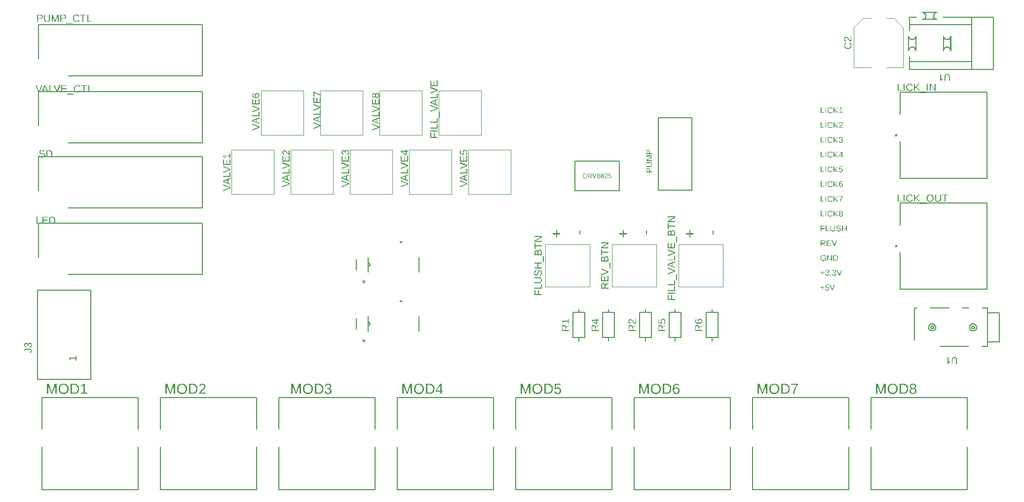
<source format=gbr>
G04 EAGLE Gerber RS-274X export*
G75*
%MOMM*%
%FSLAX34Y34*%
%LPD*%
%INSilkscreen Top*%
%IPPOS*%
%AMOC8*
5,1,8,0,0,1.08239X$1,22.5*%
G01*
G04 Define Apertures*
%ADD10C,0.152400*%
%ADD11C,0.200000*%
%ADD12C,0.127000*%
%ADD13C,0.100000*%
%ADD14C,0.120000*%
G36*
X582168Y471551D02*
X586232Y471551D01*
X586232Y468757D01*
X582168Y468757D01*
X582168Y471551D01*
G37*
G36*
X582168Y573151D02*
X586232Y573151D01*
X586232Y570357D01*
X582168Y570357D01*
X582168Y573151D01*
G37*
G36*
X1307720Y490211D02*
X1306690Y490211D01*
X1306690Y493208D01*
X1303720Y493208D01*
X1303720Y494231D01*
X1306690Y494231D01*
X1306690Y497228D01*
X1307720Y497228D01*
X1307720Y494231D01*
X1310689Y494231D01*
X1310689Y493208D01*
X1307720Y493208D01*
X1307720Y490211D01*
G37*
G36*
X1315394Y514210D02*
X1315029Y514221D01*
X1314683Y514252D01*
X1314355Y514305D01*
X1314047Y514379D01*
X1313757Y514474D01*
X1313487Y514590D01*
X1313235Y514727D01*
X1313002Y514886D01*
X1312790Y515065D01*
X1312601Y515264D01*
X1312435Y515484D01*
X1312291Y515724D01*
X1312169Y515984D01*
X1312071Y516264D01*
X1311995Y516565D01*
X1311941Y516885D01*
X1313244Y517004D01*
X1313282Y516792D01*
X1313333Y516594D01*
X1313396Y516409D01*
X1313473Y516238D01*
X1313562Y516081D01*
X1313665Y515937D01*
X1313780Y515807D01*
X1313908Y515691D01*
X1314048Y515589D01*
X1314202Y515500D01*
X1314369Y515424D01*
X1314548Y515363D01*
X1314740Y515315D01*
X1314945Y515281D01*
X1315163Y515260D01*
X1315394Y515253D01*
X1315626Y515261D01*
X1315845Y515283D01*
X1316051Y515319D01*
X1316244Y515371D01*
X1316425Y515437D01*
X1316592Y515517D01*
X1316747Y515613D01*
X1316889Y515723D01*
X1317017Y515847D01*
X1317127Y515986D01*
X1317220Y516139D01*
X1317297Y516306D01*
X1317356Y516487D01*
X1317398Y516683D01*
X1317424Y516892D01*
X1317432Y517116D01*
X1317423Y517312D01*
X1317394Y517497D01*
X1317345Y517671D01*
X1317277Y517834D01*
X1317190Y517985D01*
X1317084Y518126D01*
X1316958Y518255D01*
X1316812Y518374D01*
X1316649Y518480D01*
X1316468Y518571D01*
X1316270Y518649D01*
X1316055Y518712D01*
X1315823Y518762D01*
X1315573Y518797D01*
X1315307Y518818D01*
X1315023Y518825D01*
X1314309Y518825D01*
X1314309Y519918D01*
X1314995Y519918D01*
X1315247Y519925D01*
X1315484Y519946D01*
X1315707Y519982D01*
X1315915Y520031D01*
X1316109Y520094D01*
X1316288Y520172D01*
X1316452Y520264D01*
X1316602Y520370D01*
X1316736Y520488D01*
X1316852Y520617D01*
X1316950Y520757D01*
X1317030Y520908D01*
X1317093Y521070D01*
X1317137Y521242D01*
X1317164Y521426D01*
X1317173Y521620D01*
X1317166Y521813D01*
X1317144Y521995D01*
X1317108Y522167D01*
X1317057Y522328D01*
X1316991Y522479D01*
X1316911Y522620D01*
X1316817Y522750D01*
X1316707Y522870D01*
X1316584Y522978D01*
X1316446Y523071D01*
X1316295Y523150D01*
X1316129Y523214D01*
X1315949Y523264D01*
X1315755Y523300D01*
X1315546Y523322D01*
X1315324Y523329D01*
X1315121Y523322D01*
X1314927Y523302D01*
X1314744Y523269D01*
X1314570Y523222D01*
X1314407Y523162D01*
X1314253Y523089D01*
X1314110Y523002D01*
X1313976Y522902D01*
X1313854Y522789D01*
X1313745Y522666D01*
X1313650Y522532D01*
X1313569Y522387D01*
X1313501Y522231D01*
X1313446Y522064D01*
X1313405Y521886D01*
X1313377Y521697D01*
X1312109Y521795D01*
X1312156Y522090D01*
X1312225Y522368D01*
X1312316Y522629D01*
X1312431Y522874D01*
X1312568Y523102D01*
X1312727Y523313D01*
X1312910Y523508D01*
X1313114Y523686D01*
X1313338Y523845D01*
X1313578Y523983D01*
X1313833Y524100D01*
X1314103Y524196D01*
X1314389Y524270D01*
X1314690Y524323D01*
X1315006Y524355D01*
X1315338Y524365D01*
X1315699Y524355D01*
X1316039Y524322D01*
X1316359Y524268D01*
X1316657Y524193D01*
X1316936Y524096D01*
X1317193Y523977D01*
X1317430Y523837D01*
X1317646Y523676D01*
X1317839Y523495D01*
X1318006Y523297D01*
X1318147Y523082D01*
X1318263Y522850D01*
X1318353Y522601D01*
X1318417Y522335D01*
X1318456Y522053D01*
X1318469Y521753D01*
X1318461Y521522D01*
X1318436Y521302D01*
X1318394Y521094D01*
X1318337Y520896D01*
X1318262Y520709D01*
X1318171Y520534D01*
X1318064Y520369D01*
X1317940Y520216D01*
X1317800Y520074D01*
X1317646Y519944D01*
X1317476Y519825D01*
X1317291Y519719D01*
X1317092Y519625D01*
X1316877Y519543D01*
X1316647Y519472D01*
X1316403Y519414D01*
X1316403Y519386D01*
X1316672Y519348D01*
X1316925Y519295D01*
X1317164Y519226D01*
X1317387Y519141D01*
X1317594Y519040D01*
X1317787Y518923D01*
X1317964Y518791D01*
X1318126Y518643D01*
X1318270Y518482D01*
X1318395Y518312D01*
X1318501Y518131D01*
X1318588Y517939D01*
X1318655Y517738D01*
X1318703Y517527D01*
X1318732Y517306D01*
X1318742Y517074D01*
X1318728Y516743D01*
X1318688Y516430D01*
X1318620Y516137D01*
X1318525Y515863D01*
X1318403Y515608D01*
X1318253Y515373D01*
X1318077Y515156D01*
X1317874Y514959D01*
X1317645Y514784D01*
X1317393Y514631D01*
X1317118Y514503D01*
X1316819Y514397D01*
X1316498Y514315D01*
X1316153Y514257D01*
X1315785Y514222D01*
X1315394Y514210D01*
G37*
G36*
X1327332Y514210D02*
X1326966Y514221D01*
X1326620Y514252D01*
X1326293Y514305D01*
X1325984Y514379D01*
X1325695Y514474D01*
X1325424Y514590D01*
X1325173Y514727D01*
X1324940Y514886D01*
X1324728Y515065D01*
X1324539Y515264D01*
X1324372Y515484D01*
X1324228Y515724D01*
X1324107Y515984D01*
X1324008Y516264D01*
X1323932Y516565D01*
X1323879Y516885D01*
X1325181Y517004D01*
X1325219Y516792D01*
X1325270Y516594D01*
X1325334Y516409D01*
X1325410Y516238D01*
X1325500Y516081D01*
X1325602Y515937D01*
X1325717Y515807D01*
X1325845Y515691D01*
X1325986Y515589D01*
X1326140Y515500D01*
X1326306Y515424D01*
X1326486Y515363D01*
X1326678Y515315D01*
X1326883Y515281D01*
X1327101Y515260D01*
X1327332Y515253D01*
X1327563Y515261D01*
X1327782Y515283D01*
X1327988Y515319D01*
X1328182Y515371D01*
X1328362Y515437D01*
X1328530Y515517D01*
X1328685Y515613D01*
X1328827Y515723D01*
X1328954Y515847D01*
X1329064Y515986D01*
X1329158Y516139D01*
X1329234Y516306D01*
X1329293Y516487D01*
X1329336Y516683D01*
X1329361Y516892D01*
X1329370Y517116D01*
X1329360Y517312D01*
X1329331Y517497D01*
X1329283Y517671D01*
X1329215Y517834D01*
X1329128Y517985D01*
X1329021Y518126D01*
X1328895Y518255D01*
X1328750Y518374D01*
X1328586Y518480D01*
X1328406Y518571D01*
X1328208Y518649D01*
X1327993Y518712D01*
X1327760Y518762D01*
X1327511Y518797D01*
X1327244Y518818D01*
X1326960Y518825D01*
X1326246Y518825D01*
X1326246Y519918D01*
X1326932Y519918D01*
X1327184Y519925D01*
X1327422Y519946D01*
X1327644Y519982D01*
X1327853Y520031D01*
X1328046Y520094D01*
X1328225Y520172D01*
X1328390Y520264D01*
X1328540Y520370D01*
X1328674Y520488D01*
X1328790Y520617D01*
X1328888Y520757D01*
X1328968Y520908D01*
X1329030Y521070D01*
X1329075Y521242D01*
X1329102Y521426D01*
X1329111Y521620D01*
X1329103Y521813D01*
X1329082Y521995D01*
X1329045Y522167D01*
X1328994Y522328D01*
X1328929Y522479D01*
X1328849Y522620D01*
X1328754Y522750D01*
X1328645Y522870D01*
X1328521Y522978D01*
X1328384Y523071D01*
X1328232Y523150D01*
X1328066Y523214D01*
X1327886Y523264D01*
X1327692Y523300D01*
X1327484Y523322D01*
X1327262Y523329D01*
X1327058Y523322D01*
X1326865Y523302D01*
X1326681Y523269D01*
X1326508Y523222D01*
X1326344Y523162D01*
X1326191Y523089D01*
X1326047Y523002D01*
X1325913Y522902D01*
X1325791Y522789D01*
X1325683Y522666D01*
X1325588Y522532D01*
X1325506Y522387D01*
X1325438Y522231D01*
X1325384Y522064D01*
X1325342Y521886D01*
X1325315Y521697D01*
X1324047Y521795D01*
X1324093Y522090D01*
X1324162Y522368D01*
X1324254Y522629D01*
X1324368Y522874D01*
X1324505Y523102D01*
X1324665Y523313D01*
X1324847Y523508D01*
X1325052Y523686D01*
X1325276Y523845D01*
X1325515Y523983D01*
X1325770Y524100D01*
X1326040Y524196D01*
X1326326Y524270D01*
X1326627Y524323D01*
X1326944Y524355D01*
X1327276Y524365D01*
X1327636Y524355D01*
X1327977Y524322D01*
X1328296Y524268D01*
X1328595Y524193D01*
X1328873Y524096D01*
X1329131Y523977D01*
X1329367Y523837D01*
X1329583Y523676D01*
X1329776Y523495D01*
X1329943Y523297D01*
X1330085Y523082D01*
X1330201Y522850D01*
X1330291Y522601D01*
X1330355Y522335D01*
X1330393Y522053D01*
X1330406Y521753D01*
X1330398Y521522D01*
X1330373Y521302D01*
X1330332Y521094D01*
X1330274Y520896D01*
X1330200Y520709D01*
X1330109Y520534D01*
X1330001Y520369D01*
X1329878Y520216D01*
X1329738Y520074D01*
X1329583Y519944D01*
X1329413Y519825D01*
X1329229Y519719D01*
X1329029Y519625D01*
X1328814Y519543D01*
X1328585Y519472D01*
X1328340Y519414D01*
X1328340Y519386D01*
X1328609Y519348D01*
X1328863Y519295D01*
X1329101Y519226D01*
X1329324Y519141D01*
X1329532Y519040D01*
X1329724Y518923D01*
X1329901Y518791D01*
X1330063Y518643D01*
X1330208Y518482D01*
X1330333Y518312D01*
X1330439Y518131D01*
X1330525Y517939D01*
X1330593Y517738D01*
X1330641Y517527D01*
X1330670Y517306D01*
X1330679Y517074D01*
X1330666Y516743D01*
X1330625Y516430D01*
X1330557Y516137D01*
X1330462Y515863D01*
X1330340Y515608D01*
X1330191Y515373D01*
X1330015Y515156D01*
X1329811Y514959D01*
X1329582Y514784D01*
X1329330Y514631D01*
X1329055Y514503D01*
X1328757Y514397D01*
X1328435Y514315D01*
X1328091Y514257D01*
X1327723Y514222D01*
X1327332Y514210D01*
G37*
G36*
X1336809Y514350D02*
X1335423Y514350D01*
X1331396Y524218D01*
X1332803Y524218D01*
X1335535Y517271D01*
X1336123Y515527D01*
X1336711Y517271D01*
X1339429Y524218D01*
X1340837Y524218D01*
X1336809Y514350D01*
G37*
G36*
X1307720Y515611D02*
X1306690Y515611D01*
X1306690Y518608D01*
X1303720Y518608D01*
X1303720Y519631D01*
X1306690Y519631D01*
X1306690Y522628D01*
X1307720Y522628D01*
X1307720Y519631D01*
X1310689Y519631D01*
X1310689Y518608D01*
X1307720Y518608D01*
X1307720Y515611D01*
G37*
G36*
X1322039Y514350D02*
X1320673Y514350D01*
X1320673Y515884D01*
X1322039Y515884D01*
X1322039Y514350D01*
G37*
G36*
X1329388Y539750D02*
X1325697Y539750D01*
X1325697Y549618D01*
X1328960Y549618D01*
X1329569Y549599D01*
X1330143Y549540D01*
X1330680Y549442D01*
X1331181Y549304D01*
X1331647Y549127D01*
X1332077Y548911D01*
X1332472Y548656D01*
X1332830Y548361D01*
X1333149Y548030D01*
X1333426Y547666D01*
X1333660Y547269D01*
X1333852Y546839D01*
X1334001Y546375D01*
X1334107Y545879D01*
X1334171Y545349D01*
X1334192Y544786D01*
X1334183Y544410D01*
X1334155Y544046D01*
X1334109Y543694D01*
X1334043Y543354D01*
X1333960Y543026D01*
X1333857Y542710D01*
X1333736Y542406D01*
X1333597Y542114D01*
X1333440Y541836D01*
X1333268Y541575D01*
X1333080Y541330D01*
X1332877Y541103D01*
X1332659Y540892D01*
X1332424Y540697D01*
X1332174Y540520D01*
X1331909Y540359D01*
X1331631Y540217D01*
X1331342Y540093D01*
X1331042Y539988D01*
X1330732Y539902D01*
X1330412Y539836D01*
X1330081Y539788D01*
X1329740Y539760D01*
X1329388Y539750D01*
G37*
%LPC*%
G36*
X1329234Y540822D02*
X1329501Y540829D01*
X1329760Y540851D01*
X1330011Y540889D01*
X1330253Y540941D01*
X1330488Y541008D01*
X1330714Y541089D01*
X1330932Y541186D01*
X1331142Y541298D01*
X1331342Y541423D01*
X1331530Y541562D01*
X1331706Y541714D01*
X1331870Y541879D01*
X1332022Y542057D01*
X1332162Y542249D01*
X1332290Y542453D01*
X1332406Y542671D01*
X1332510Y542900D01*
X1332599Y543139D01*
X1332675Y543388D01*
X1332737Y543648D01*
X1332785Y543917D01*
X1332820Y544197D01*
X1332841Y544486D01*
X1332847Y544786D01*
X1332832Y545231D01*
X1332785Y545649D01*
X1332706Y546039D01*
X1332596Y546403D01*
X1332455Y546739D01*
X1332282Y547048D01*
X1332078Y547329D01*
X1331842Y547584D01*
X1331577Y547809D01*
X1331284Y548005D01*
X1330962Y548171D01*
X1330612Y548306D01*
X1330235Y548411D01*
X1329829Y548487D01*
X1329395Y548532D01*
X1328932Y548547D01*
X1327034Y548547D01*
X1327034Y540822D01*
X1329234Y540822D01*
G37*
%LPD*%
G36*
X1316544Y539750D02*
X1315353Y539750D01*
X1315353Y549618D01*
X1316908Y549618D01*
X1322245Y541158D01*
X1322182Y542341D01*
X1322161Y543147D01*
X1322161Y549618D01*
X1323365Y549618D01*
X1323365Y539750D01*
X1321754Y539750D01*
X1316473Y548155D01*
X1316509Y547475D01*
X1316544Y546306D01*
X1316544Y539750D01*
G37*
G36*
X1308714Y539610D02*
X1308334Y539620D01*
X1307967Y539648D01*
X1307613Y539697D01*
X1307273Y539764D01*
X1306946Y539851D01*
X1306633Y539957D01*
X1306332Y540082D01*
X1306046Y540226D01*
X1305774Y540389D01*
X1305518Y540568D01*
X1305280Y540765D01*
X1305057Y540978D01*
X1304851Y541209D01*
X1304662Y541456D01*
X1304489Y541720D01*
X1304333Y542002D01*
X1304195Y542298D01*
X1304074Y542607D01*
X1303973Y542929D01*
X1303889Y543263D01*
X1303825Y543611D01*
X1303778Y543971D01*
X1303751Y544344D01*
X1303741Y544730D01*
X1303762Y545313D01*
X1303822Y545863D01*
X1303923Y546379D01*
X1304064Y546861D01*
X1304245Y547309D01*
X1304466Y547722D01*
X1304728Y548103D01*
X1305030Y548449D01*
X1305369Y548757D01*
X1305740Y549025D01*
X1306143Y549251D01*
X1306580Y549436D01*
X1307049Y549580D01*
X1307550Y549683D01*
X1308084Y549745D01*
X1308651Y549765D01*
X1309051Y549757D01*
X1309432Y549731D01*
X1309794Y549688D01*
X1310136Y549627D01*
X1310459Y549549D01*
X1310763Y549454D01*
X1311047Y549342D01*
X1311312Y549212D01*
X1311561Y549063D01*
X1311794Y548894D01*
X1312013Y548704D01*
X1312218Y548492D01*
X1312407Y548261D01*
X1312582Y548008D01*
X1312743Y547734D01*
X1312888Y547440D01*
X1311614Y547062D01*
X1311384Y547454D01*
X1311254Y547628D01*
X1311114Y547789D01*
X1310964Y547935D01*
X1310804Y548067D01*
X1310634Y548184D01*
X1310455Y548288D01*
X1310264Y548378D01*
X1310063Y548456D01*
X1309850Y548522D01*
X1309625Y548577D01*
X1309390Y548619D01*
X1309143Y548649D01*
X1308885Y548667D01*
X1308616Y548673D01*
X1308201Y548657D01*
X1307812Y548608D01*
X1307448Y548528D01*
X1307108Y548415D01*
X1306794Y548269D01*
X1306506Y548092D01*
X1306242Y547882D01*
X1306004Y547640D01*
X1305792Y547368D01*
X1305608Y547070D01*
X1305453Y546746D01*
X1305326Y546396D01*
X1305227Y546019D01*
X1305157Y545615D01*
X1305114Y545186D01*
X1305100Y544730D01*
X1305115Y544274D01*
X1305160Y543844D01*
X1305235Y543438D01*
X1305340Y543057D01*
X1305475Y542700D01*
X1305640Y542368D01*
X1305835Y542060D01*
X1306060Y541778D01*
X1306311Y541524D01*
X1306585Y541304D01*
X1306883Y541118D01*
X1307203Y540966D01*
X1307546Y540848D01*
X1307913Y540763D01*
X1308302Y540712D01*
X1308714Y540696D01*
X1309189Y540714D01*
X1309648Y540769D01*
X1310091Y540861D01*
X1310518Y540990D01*
X1310916Y541150D01*
X1311275Y541336D01*
X1311594Y541549D01*
X1311873Y541788D01*
X1311873Y543567D01*
X1308924Y543567D01*
X1308924Y544688D01*
X1313105Y544688D01*
X1313105Y541284D01*
X1312691Y540907D01*
X1312233Y540576D01*
X1311730Y540289D01*
X1311183Y540048D01*
X1310895Y539945D01*
X1310602Y539856D01*
X1310302Y539781D01*
X1309997Y539719D01*
X1309685Y539672D01*
X1309367Y539637D01*
X1309044Y539617D01*
X1308714Y539610D01*
G37*
G36*
X1305534Y565150D02*
X1304197Y565150D01*
X1304197Y575018D01*
X1308840Y575018D01*
X1309245Y575007D01*
X1309626Y574972D01*
X1309983Y574913D01*
X1310317Y574832D01*
X1310627Y574727D01*
X1310913Y574599D01*
X1311175Y574447D01*
X1311414Y574272D01*
X1311627Y574077D01*
X1311811Y573863D01*
X1311967Y573631D01*
X1312094Y573380D01*
X1312193Y573112D01*
X1312264Y572825D01*
X1312307Y572519D01*
X1312321Y572196D01*
X1312311Y571926D01*
X1312281Y571668D01*
X1312231Y571420D01*
X1312161Y571184D01*
X1312071Y570958D01*
X1311961Y570743D01*
X1311830Y570540D01*
X1311680Y570347D01*
X1311512Y570168D01*
X1311329Y570007D01*
X1311131Y569863D01*
X1311042Y569810D01*
X1310918Y569736D01*
X1310689Y569626D01*
X1310445Y569534D01*
X1310186Y569459D01*
X1309912Y569401D01*
X1311104Y567592D01*
X1312713Y565150D01*
X1311172Y565150D01*
X1308609Y569247D01*
X1305534Y569247D01*
X1305534Y565150D01*
G37*
%LPC*%
G36*
X1308763Y570305D02*
X1309020Y570313D01*
X1309262Y570336D01*
X1309489Y570374D01*
X1309701Y570428D01*
X1309898Y570498D01*
X1310080Y570583D01*
X1310247Y570683D01*
X1310398Y570799D01*
X1310534Y570928D01*
X1310651Y571070D01*
X1310751Y571225D01*
X1310832Y571391D01*
X1310895Y571570D01*
X1310940Y571762D01*
X1310967Y571966D01*
X1310976Y572182D01*
X1310967Y572391D01*
X1310940Y572587D01*
X1310894Y572770D01*
X1310830Y572941D01*
X1310748Y573099D01*
X1310647Y573244D01*
X1310529Y573376D01*
X1310391Y573495D01*
X1310237Y573601D01*
X1310067Y573693D01*
X1309880Y573770D01*
X1309678Y573834D01*
X1309459Y573883D01*
X1309225Y573919D01*
X1308974Y573940D01*
X1308707Y573947D01*
X1305534Y573947D01*
X1305534Y570305D01*
X1308763Y570305D01*
G37*
%LPD*%
G36*
X1322315Y565150D02*
X1314540Y565150D01*
X1314540Y575018D01*
X1322027Y575018D01*
X1322027Y573926D01*
X1315878Y573926D01*
X1315878Y570760D01*
X1321607Y570760D01*
X1321607Y569681D01*
X1315878Y569681D01*
X1315878Y566243D01*
X1322315Y566243D01*
X1322315Y565150D01*
G37*
G36*
X1328403Y565150D02*
X1327016Y565150D01*
X1322989Y575018D01*
X1324397Y575018D01*
X1327129Y568071D01*
X1327717Y566327D01*
X1328305Y568071D01*
X1331023Y575018D01*
X1332430Y575018D01*
X1328403Y565150D01*
G37*
G36*
X1338887Y615810D02*
X1338502Y615822D01*
X1338139Y615857D01*
X1337797Y615915D01*
X1337477Y615997D01*
X1337178Y616103D01*
X1336901Y616231D01*
X1336645Y616384D01*
X1336411Y616559D01*
X1336202Y616757D01*
X1336021Y616973D01*
X1335867Y617210D01*
X1335742Y617466D01*
X1335644Y617742D01*
X1335574Y618038D01*
X1335532Y618353D01*
X1335518Y618688D01*
X1335527Y618925D01*
X1335553Y619152D01*
X1335596Y619370D01*
X1335657Y619578D01*
X1335734Y619776D01*
X1335830Y619965D01*
X1335942Y620144D01*
X1336072Y620313D01*
X1336215Y620470D01*
X1336368Y620610D01*
X1336530Y620734D01*
X1336702Y620842D01*
X1336884Y620934D01*
X1337075Y621009D01*
X1337276Y621069D01*
X1337486Y621112D01*
X1337486Y621140D01*
X1337290Y621194D01*
X1337105Y621262D01*
X1336930Y621344D01*
X1336766Y621439D01*
X1336612Y621549D01*
X1336469Y621672D01*
X1336337Y621809D01*
X1336215Y621959D01*
X1336011Y622288D01*
X1335931Y622463D01*
X1335866Y622644D01*
X1335815Y622832D01*
X1335779Y623027D01*
X1335757Y623229D01*
X1335749Y623437D01*
X1335763Y623712D01*
X1335802Y623974D01*
X1335868Y624223D01*
X1335960Y624458D01*
X1336079Y624680D01*
X1336224Y624888D01*
X1336396Y625083D01*
X1336593Y625265D01*
X1336813Y625429D01*
X1337052Y625571D01*
X1337308Y625692D01*
X1337582Y625790D01*
X1337874Y625867D01*
X1338184Y625922D01*
X1338513Y625954D01*
X1338859Y625965D01*
X1339214Y625955D01*
X1339549Y625923D01*
X1339866Y625869D01*
X1340163Y625794D01*
X1340441Y625697D01*
X1340700Y625579D01*
X1340939Y625440D01*
X1341160Y625279D01*
X1341358Y625100D01*
X1341529Y624906D01*
X1341674Y624696D01*
X1341793Y624472D01*
X1341885Y624232D01*
X1341951Y623978D01*
X1341991Y623708D01*
X1342004Y623423D01*
X1341997Y623215D01*
X1341975Y623013D01*
X1341938Y622818D01*
X1341887Y622630D01*
X1341821Y622449D01*
X1341740Y622274D01*
X1341535Y621945D01*
X1341412Y621795D01*
X1341279Y621659D01*
X1341264Y621648D01*
X1341134Y621538D01*
X1340980Y621432D01*
X1340814Y621341D01*
X1340638Y621264D01*
X1340451Y621201D01*
X1340253Y621154D01*
X1340253Y621126D01*
X1340483Y621080D01*
X1340699Y621018D01*
X1340903Y620941D01*
X1341093Y620848D01*
X1341271Y620740D01*
X1341435Y620617D01*
X1341586Y620478D01*
X1341697Y620354D01*
X1341724Y620324D01*
X1341847Y620157D01*
X1341954Y619980D01*
X1342044Y619792D01*
X1342118Y619595D01*
X1342175Y619387D01*
X1342216Y619169D01*
X1342241Y618941D01*
X1342249Y618702D01*
X1342235Y618370D01*
X1342195Y618057D01*
X1342127Y617763D01*
X1342032Y617487D01*
X1341910Y617231D01*
X1341760Y616993D01*
X1341584Y616774D01*
X1341381Y616573D01*
X1341152Y616394D01*
X1340899Y616239D01*
X1340623Y616108D01*
X1340323Y616001D01*
X1339999Y615917D01*
X1339652Y615858D01*
X1339282Y615822D01*
X1338887Y615810D01*
G37*
%LPC*%
G36*
X1338901Y616755D02*
X1339150Y616763D01*
X1339383Y616786D01*
X1339599Y616825D01*
X1339799Y616879D01*
X1339983Y616948D01*
X1340150Y617033D01*
X1340301Y617133D01*
X1340435Y617249D01*
X1340553Y617382D01*
X1340656Y617533D01*
X1340742Y617702D01*
X1340813Y617889D01*
X1340868Y618095D01*
X1340908Y618319D01*
X1340931Y618561D01*
X1340939Y618822D01*
X1340931Y619044D01*
X1340905Y619252D01*
X1340862Y619446D01*
X1340803Y619626D01*
X1340726Y619792D01*
X1340632Y619944D01*
X1340521Y620081D01*
X1340393Y620205D01*
X1340250Y620314D01*
X1340092Y620409D01*
X1339921Y620489D01*
X1339736Y620554D01*
X1339538Y620605D01*
X1339325Y620641D01*
X1339099Y620663D01*
X1338859Y620671D01*
X1338626Y620663D01*
X1338406Y620639D01*
X1338199Y620600D01*
X1338005Y620545D01*
X1337824Y620475D01*
X1337656Y620389D01*
X1337502Y620287D01*
X1337360Y620170D01*
X1337234Y620039D01*
X1337124Y619896D01*
X1337032Y619742D01*
X1336956Y619575D01*
X1336897Y619397D01*
X1336855Y619208D01*
X1336829Y619007D01*
X1336821Y618794D01*
X1336829Y618547D01*
X1336854Y618316D01*
X1336894Y618101D01*
X1336951Y617902D01*
X1337024Y617719D01*
X1337114Y617552D01*
X1337219Y617400D01*
X1337341Y617265D01*
X1337479Y617146D01*
X1337634Y617042D01*
X1337804Y616954D01*
X1337991Y616883D01*
X1338194Y616827D01*
X1338414Y616787D01*
X1338649Y616763D01*
X1338901Y616755D01*
G37*
G36*
X1338873Y621616D02*
X1339089Y621622D01*
X1339291Y621642D01*
X1339481Y621674D01*
X1339657Y621718D01*
X1339819Y621776D01*
X1339969Y621847D01*
X1340105Y621930D01*
X1340228Y622026D01*
X1340338Y622136D01*
X1340432Y622262D01*
X1340512Y622404D01*
X1340578Y622562D01*
X1340629Y622736D01*
X1340665Y622926D01*
X1340687Y623132D01*
X1340694Y623353D01*
X1340687Y623556D01*
X1340665Y623745D01*
X1340630Y623922D01*
X1340579Y624085D01*
X1340515Y624236D01*
X1340436Y624373D01*
X1340343Y624497D01*
X1340235Y624608D01*
X1340114Y624707D01*
X1339977Y624792D01*
X1339827Y624863D01*
X1339662Y624922D01*
X1339483Y624968D01*
X1339289Y625001D01*
X1339081Y625020D01*
X1338859Y625027D01*
X1338643Y625020D01*
X1338441Y625001D01*
X1338252Y624968D01*
X1338076Y624922D01*
X1337913Y624863D01*
X1337763Y624791D01*
X1337627Y624705D01*
X1337504Y624607D01*
X1337395Y624495D01*
X1337300Y624371D01*
X1337220Y624233D01*
X1337155Y624083D01*
X1337104Y623920D01*
X1337067Y623744D01*
X1337045Y623555D01*
X1337038Y623353D01*
X1337046Y623147D01*
X1337068Y622954D01*
X1337106Y622774D01*
X1337158Y622606D01*
X1337226Y622451D01*
X1337308Y622308D01*
X1337405Y622178D01*
X1337518Y622061D01*
X1337644Y621957D01*
X1337783Y621866D01*
X1337933Y621790D01*
X1338097Y621727D01*
X1338272Y621679D01*
X1338460Y621644D01*
X1338660Y621623D01*
X1338873Y621616D01*
G37*
%LPD*%
G36*
X1327847Y615950D02*
X1326509Y615950D01*
X1326509Y625818D01*
X1327847Y625818D01*
X1327847Y620874D01*
X1332602Y625818D01*
X1334178Y625818D01*
X1329976Y621532D01*
X1334739Y615950D01*
X1333079Y615950D01*
X1329136Y620713D01*
X1327847Y619732D01*
X1327847Y615950D01*
G37*
G36*
X1320497Y615810D02*
X1320131Y615820D01*
X1319777Y615849D01*
X1319435Y615897D01*
X1319106Y615965D01*
X1318790Y616052D01*
X1318486Y616159D01*
X1318195Y616284D01*
X1317917Y616430D01*
X1317652Y616593D01*
X1317404Y616773D01*
X1317173Y616969D01*
X1316957Y617183D01*
X1316758Y617412D01*
X1316574Y617659D01*
X1316408Y617922D01*
X1316257Y618202D01*
X1316123Y618496D01*
X1316007Y618804D01*
X1315909Y619125D01*
X1315829Y619460D01*
X1315766Y619807D01*
X1315722Y620168D01*
X1315695Y620542D01*
X1315686Y620930D01*
X1315706Y621504D01*
X1315766Y622046D01*
X1315865Y622556D01*
X1316005Y623034D01*
X1316184Y623481D01*
X1316403Y623895D01*
X1316662Y624277D01*
X1316961Y624628D01*
X1317295Y624941D01*
X1317659Y625213D01*
X1318054Y625443D01*
X1318480Y625631D01*
X1318937Y625777D01*
X1319424Y625882D01*
X1319942Y625945D01*
X1320490Y625965D01*
X1320876Y625956D01*
X1321246Y625927D01*
X1321599Y625879D01*
X1321937Y625811D01*
X1322258Y625725D01*
X1322563Y625619D01*
X1322851Y625494D01*
X1323124Y625349D01*
X1323380Y625186D01*
X1323618Y625004D01*
X1323838Y624803D01*
X1324041Y624584D01*
X1324227Y624346D01*
X1324395Y624090D01*
X1324546Y623815D01*
X1324679Y623521D01*
X1323411Y623101D01*
X1323319Y623310D01*
X1323213Y623506D01*
X1323095Y623690D01*
X1322964Y623861D01*
X1322819Y624019D01*
X1322662Y624165D01*
X1322491Y624297D01*
X1322308Y624418D01*
X1322114Y624524D01*
X1321910Y624617D01*
X1321698Y624695D01*
X1321477Y624759D01*
X1321247Y624809D01*
X1321009Y624844D01*
X1320761Y624866D01*
X1320504Y624873D01*
X1320106Y624856D01*
X1319731Y624807D01*
X1319378Y624725D01*
X1319048Y624609D01*
X1318740Y624461D01*
X1318456Y624280D01*
X1318194Y624066D01*
X1317955Y623819D01*
X1317742Y623543D01*
X1317557Y623243D01*
X1317400Y622918D01*
X1317272Y622569D01*
X1317173Y622196D01*
X1317102Y621798D01*
X1317059Y621376D01*
X1317045Y620930D01*
X1317059Y620487D01*
X1317104Y620067D01*
X1317178Y619669D01*
X1317282Y619293D01*
X1317415Y618940D01*
X1317578Y618609D01*
X1317771Y618299D01*
X1317994Y618013D01*
X1318241Y617754D01*
X1318510Y617530D01*
X1318799Y617340D01*
X1319110Y617185D01*
X1319441Y617065D01*
X1319793Y616978D01*
X1320167Y616927D01*
X1320561Y616910D01*
X1320816Y616918D01*
X1321063Y616942D01*
X1321302Y616982D01*
X1321533Y617038D01*
X1321756Y617110D01*
X1321971Y617198D01*
X1322177Y617302D01*
X1322376Y617423D01*
X1322567Y617559D01*
X1322750Y617711D01*
X1322924Y617879D01*
X1323091Y618064D01*
X1323400Y618481D01*
X1323677Y618962D01*
X1324770Y618415D01*
X1324610Y618106D01*
X1324434Y617816D01*
X1324243Y617545D01*
X1324037Y617293D01*
X1323815Y617060D01*
X1323578Y616846D01*
X1323325Y616651D01*
X1323057Y616475D01*
X1322776Y616319D01*
X1322484Y616184D01*
X1322180Y616070D01*
X1321866Y615976D01*
X1321540Y615904D01*
X1321204Y615852D01*
X1320856Y615820D01*
X1320497Y615810D01*
G37*
G36*
X1310521Y615950D02*
X1304197Y615950D01*
X1304197Y625818D01*
X1305534Y625818D01*
X1305534Y617043D01*
X1310521Y617043D01*
X1310521Y615950D01*
G37*
G36*
X1313650Y615950D02*
X1312312Y615950D01*
X1312312Y625818D01*
X1313650Y625818D01*
X1313650Y615950D01*
G37*
G36*
X1342191Y590550D02*
X1340853Y590550D01*
X1340853Y600418D01*
X1342191Y600418D01*
X1342191Y596244D01*
X1347527Y596244D01*
X1347527Y600418D01*
X1348865Y600418D01*
X1348865Y590550D01*
X1347527Y590550D01*
X1347527Y595123D01*
X1342191Y595123D01*
X1342191Y590550D01*
G37*
G36*
X1334946Y590410D02*
X1334507Y590420D01*
X1334092Y590449D01*
X1333700Y590498D01*
X1333332Y590567D01*
X1332988Y590655D01*
X1332668Y590763D01*
X1332371Y590890D01*
X1332098Y591037D01*
X1331848Y591203D01*
X1331622Y591389D01*
X1331420Y591595D01*
X1331242Y591820D01*
X1331087Y592065D01*
X1330956Y592330D01*
X1330849Y592614D01*
X1330765Y592917D01*
X1332061Y593176D01*
X1332125Y592961D01*
X1332204Y592761D01*
X1332300Y592576D01*
X1332411Y592405D01*
X1332538Y592249D01*
X1332681Y592108D01*
X1332839Y591982D01*
X1333013Y591870D01*
X1333204Y591773D01*
X1333410Y591688D01*
X1333633Y591616D01*
X1333873Y591558D01*
X1334129Y591512D01*
X1334401Y591480D01*
X1334690Y591460D01*
X1334995Y591453D01*
X1335310Y591460D01*
X1335606Y591481D01*
X1335884Y591516D01*
X1336143Y591565D01*
X1336384Y591627D01*
X1336606Y591704D01*
X1336810Y591794D01*
X1336995Y591898D01*
X1337160Y592016D01*
X1337303Y592147D01*
X1337424Y592290D01*
X1337523Y592447D01*
X1337600Y592617D01*
X1337655Y592800D01*
X1337688Y592996D01*
X1337699Y593204D01*
X1337685Y593435D01*
X1337644Y593642D01*
X1337575Y593827D01*
X1337478Y593989D01*
X1337357Y594133D01*
X1337213Y594264D01*
X1337047Y594382D01*
X1336858Y594486D01*
X1336421Y594666D01*
X1335906Y594815D01*
X1334680Y595102D01*
X1334131Y595232D01*
X1333652Y595362D01*
X1333243Y595491D01*
X1332905Y595621D01*
X1332618Y595754D01*
X1332363Y595895D01*
X1332140Y596043D01*
X1331949Y596199D01*
X1331784Y596365D01*
X1331640Y596544D01*
X1331516Y596738D01*
X1331413Y596944D01*
X1331332Y597166D01*
X1331274Y597403D01*
X1331239Y597656D01*
X1331227Y597925D01*
X1331243Y598233D01*
X1331288Y598522D01*
X1331364Y598794D01*
X1331470Y599047D01*
X1331606Y599283D01*
X1331773Y599500D01*
X1331970Y599698D01*
X1332197Y599879D01*
X1332453Y600040D01*
X1332735Y600179D01*
X1333043Y600297D01*
X1333377Y600394D01*
X1333737Y600469D01*
X1334123Y600523D01*
X1334536Y600555D01*
X1334974Y600565D01*
X1335382Y600557D01*
X1335765Y600533D01*
X1336124Y600493D01*
X1336457Y600437D01*
X1336766Y600364D01*
X1337051Y600276D01*
X1337310Y600171D01*
X1337545Y600051D01*
X1337759Y599911D01*
X1337956Y599748D01*
X1338137Y599563D01*
X1338301Y599355D01*
X1338449Y599124D01*
X1338580Y598871D01*
X1338694Y598595D01*
X1338791Y598296D01*
X1337475Y598065D01*
X1337414Y598254D01*
X1337342Y598430D01*
X1337257Y598593D01*
X1337160Y598742D01*
X1337050Y598877D01*
X1336928Y598999D01*
X1336794Y599108D01*
X1336648Y599203D01*
X1336489Y599286D01*
X1336314Y599358D01*
X1336125Y599419D01*
X1335922Y599468D01*
X1335470Y599535D01*
X1334960Y599557D01*
X1334673Y599551D01*
X1334404Y599532D01*
X1334151Y599502D01*
X1333917Y599459D01*
X1333700Y599404D01*
X1333500Y599336D01*
X1333318Y599257D01*
X1333153Y599165D01*
X1333007Y599061D01*
X1332881Y598944D01*
X1332774Y598816D01*
X1332686Y598676D01*
X1332618Y598524D01*
X1332569Y598360D01*
X1332540Y598183D01*
X1332530Y597995D01*
X1332545Y597777D01*
X1332590Y597579D01*
X1332666Y597401D01*
X1332772Y597242D01*
X1332906Y597099D01*
X1333067Y596967D01*
X1333254Y596847D01*
X1333469Y596738D01*
X1333753Y596629D01*
X1334150Y596508D01*
X1334660Y596375D01*
X1335283Y596230D01*
X1336190Y596016D01*
X1336632Y595897D01*
X1337055Y595757D01*
X1337455Y595594D01*
X1337828Y595404D01*
X1338165Y595178D01*
X1338455Y594906D01*
X1338581Y594753D01*
X1338693Y594586D01*
X1338789Y594406D01*
X1338872Y594213D01*
X1338938Y594005D01*
X1338985Y593779D01*
X1339013Y593535D01*
X1339023Y593274D01*
X1339006Y592943D01*
X1338956Y592630D01*
X1338872Y592337D01*
X1338756Y592063D01*
X1338605Y591808D01*
X1338422Y591573D01*
X1338205Y591356D01*
X1337954Y591159D01*
X1337674Y590984D01*
X1337366Y590831D01*
X1337031Y590703D01*
X1336668Y590597D01*
X1336279Y590515D01*
X1335862Y590457D01*
X1335418Y590422D01*
X1334946Y590410D01*
G37*
G36*
X1324859Y590410D02*
X1324560Y590417D01*
X1324272Y590438D01*
X1323993Y590472D01*
X1323724Y590520D01*
X1323464Y590582D01*
X1323214Y590658D01*
X1322974Y590748D01*
X1322743Y590851D01*
X1322524Y590968D01*
X1322317Y591097D01*
X1322123Y591238D01*
X1321941Y591392D01*
X1321773Y591559D01*
X1321617Y591738D01*
X1321473Y591929D01*
X1321343Y592133D01*
X1321226Y592348D01*
X1321125Y592573D01*
X1321040Y592809D01*
X1320970Y593054D01*
X1320915Y593309D01*
X1320876Y593575D01*
X1320853Y593850D01*
X1320845Y594136D01*
X1320845Y600418D01*
X1322183Y600418D01*
X1322183Y594248D01*
X1322194Y593920D01*
X1322226Y593613D01*
X1322280Y593326D01*
X1322355Y593059D01*
X1322451Y592813D01*
X1322569Y592587D01*
X1322709Y592381D01*
X1322869Y592196D01*
X1323051Y592032D01*
X1323251Y591889D01*
X1323470Y591769D01*
X1323708Y591671D01*
X1323965Y591594D01*
X1324242Y591539D01*
X1324537Y591506D01*
X1324852Y591496D01*
X1325175Y591507D01*
X1325480Y591541D01*
X1325766Y591597D01*
X1326034Y591677D01*
X1326284Y591779D01*
X1326515Y591903D01*
X1326727Y592051D01*
X1326921Y592220D01*
X1327094Y592412D01*
X1327244Y592625D01*
X1327371Y592858D01*
X1327475Y593113D01*
X1327556Y593388D01*
X1327614Y593684D01*
X1327648Y594001D01*
X1327660Y594339D01*
X1327660Y600418D01*
X1328991Y600418D01*
X1328991Y594262D01*
X1328983Y593968D01*
X1328959Y593684D01*
X1328919Y593410D01*
X1328864Y593147D01*
X1328792Y592894D01*
X1328705Y592651D01*
X1328602Y592418D01*
X1328483Y592196D01*
X1328349Y591985D01*
X1328203Y591787D01*
X1328043Y591602D01*
X1327870Y591430D01*
X1327684Y591270D01*
X1327485Y591124D01*
X1327273Y590990D01*
X1327047Y590869D01*
X1326810Y590761D01*
X1326562Y590668D01*
X1326304Y590589D01*
X1326036Y590525D01*
X1325757Y590474D01*
X1325468Y590439D01*
X1325168Y590417D01*
X1324859Y590410D01*
G37*
G36*
X1305534Y590550D02*
X1304197Y590550D01*
X1304197Y600418D01*
X1311207Y600418D01*
X1311207Y599326D01*
X1305534Y599326D01*
X1305534Y595656D01*
X1311039Y595656D01*
X1311039Y594549D01*
X1305534Y594549D01*
X1305534Y590550D01*
G37*
G36*
X1319271Y590550D02*
X1312947Y590550D01*
X1312947Y600418D01*
X1314284Y600418D01*
X1314284Y591643D01*
X1319271Y591643D01*
X1319271Y590550D01*
G37*
G36*
X1327847Y641350D02*
X1326509Y641350D01*
X1326509Y651218D01*
X1327847Y651218D01*
X1327847Y646274D01*
X1332602Y651218D01*
X1334178Y651218D01*
X1329976Y646932D01*
X1334739Y641350D01*
X1333079Y641350D01*
X1329136Y646113D01*
X1327847Y645132D01*
X1327847Y641350D01*
G37*
G36*
X1320497Y641210D02*
X1320131Y641220D01*
X1319777Y641249D01*
X1319435Y641297D01*
X1319106Y641365D01*
X1318790Y641452D01*
X1318486Y641559D01*
X1318195Y641684D01*
X1317917Y641830D01*
X1317652Y641993D01*
X1317404Y642173D01*
X1317173Y642369D01*
X1316957Y642583D01*
X1316758Y642812D01*
X1316574Y643059D01*
X1316408Y643322D01*
X1316257Y643602D01*
X1316123Y643896D01*
X1316007Y644204D01*
X1315909Y644525D01*
X1315829Y644860D01*
X1315766Y645207D01*
X1315722Y645568D01*
X1315695Y645942D01*
X1315686Y646330D01*
X1315706Y646904D01*
X1315766Y647446D01*
X1315865Y647956D01*
X1316005Y648434D01*
X1316184Y648881D01*
X1316403Y649295D01*
X1316662Y649677D01*
X1316961Y650028D01*
X1317295Y650341D01*
X1317659Y650613D01*
X1318054Y650843D01*
X1318480Y651031D01*
X1318937Y651177D01*
X1319424Y651282D01*
X1319942Y651345D01*
X1320490Y651365D01*
X1320876Y651356D01*
X1321246Y651327D01*
X1321599Y651279D01*
X1321937Y651211D01*
X1322258Y651125D01*
X1322563Y651019D01*
X1322851Y650894D01*
X1323124Y650749D01*
X1323380Y650586D01*
X1323618Y650404D01*
X1323838Y650203D01*
X1324041Y649984D01*
X1324227Y649746D01*
X1324395Y649490D01*
X1324546Y649215D01*
X1324679Y648921D01*
X1323411Y648501D01*
X1323319Y648710D01*
X1323213Y648906D01*
X1323095Y649090D01*
X1322964Y649261D01*
X1322819Y649419D01*
X1322662Y649565D01*
X1322491Y649697D01*
X1322308Y649818D01*
X1322114Y649924D01*
X1321910Y650017D01*
X1321698Y650095D01*
X1321477Y650159D01*
X1321247Y650209D01*
X1321009Y650244D01*
X1320761Y650266D01*
X1320504Y650273D01*
X1320106Y650256D01*
X1319731Y650207D01*
X1319378Y650125D01*
X1319048Y650009D01*
X1318740Y649861D01*
X1318456Y649680D01*
X1318194Y649466D01*
X1317955Y649219D01*
X1317742Y648943D01*
X1317557Y648643D01*
X1317400Y648318D01*
X1317272Y647969D01*
X1317173Y647596D01*
X1317102Y647198D01*
X1317059Y646776D01*
X1317045Y646330D01*
X1317059Y645887D01*
X1317104Y645467D01*
X1317178Y645069D01*
X1317282Y644693D01*
X1317415Y644340D01*
X1317578Y644009D01*
X1317771Y643699D01*
X1317994Y643413D01*
X1318241Y643154D01*
X1318510Y642930D01*
X1318799Y642740D01*
X1319110Y642585D01*
X1319441Y642465D01*
X1319793Y642378D01*
X1320167Y642327D01*
X1320561Y642310D01*
X1320816Y642318D01*
X1321063Y642342D01*
X1321302Y642382D01*
X1321533Y642438D01*
X1321756Y642510D01*
X1321971Y642598D01*
X1322177Y642702D01*
X1322376Y642823D01*
X1322567Y642959D01*
X1322750Y643111D01*
X1322924Y643279D01*
X1323091Y643464D01*
X1323400Y643881D01*
X1323677Y644362D01*
X1324770Y643815D01*
X1324610Y643506D01*
X1324434Y643216D01*
X1324243Y642945D01*
X1324037Y642693D01*
X1323815Y642460D01*
X1323578Y642246D01*
X1323325Y642051D01*
X1323057Y641875D01*
X1322776Y641719D01*
X1322484Y641584D01*
X1322180Y641470D01*
X1321866Y641376D01*
X1321540Y641304D01*
X1321204Y641252D01*
X1320856Y641220D01*
X1320497Y641210D01*
G37*
G36*
X1310521Y641350D02*
X1304197Y641350D01*
X1304197Y651218D01*
X1305534Y651218D01*
X1305534Y642443D01*
X1310521Y642443D01*
X1310521Y641350D01*
G37*
G36*
X1338768Y641350D02*
X1337451Y641350D01*
X1337464Y641826D01*
X1337502Y642308D01*
X1337564Y642796D01*
X1337652Y643291D01*
X1337765Y643792D01*
X1337902Y644299D01*
X1338065Y644812D01*
X1338253Y645332D01*
X1338471Y645864D01*
X1338721Y646417D01*
X1339006Y646989D01*
X1339324Y647581D01*
X1339676Y648193D01*
X1340061Y648824D01*
X1340480Y649476D01*
X1340932Y650147D01*
X1335630Y650147D01*
X1335630Y651218D01*
X1342151Y651218D01*
X1342151Y650196D01*
X1341450Y649103D01*
X1340860Y648135D01*
X1340382Y647292D01*
X1340015Y646575D01*
X1339723Y645922D01*
X1339469Y645274D01*
X1339255Y644630D01*
X1339080Y643990D01*
X1338943Y643347D01*
X1338846Y642693D01*
X1338788Y642027D01*
X1338768Y641350D01*
G37*
G36*
X1313650Y641350D02*
X1312312Y641350D01*
X1312312Y651218D01*
X1313650Y651218D01*
X1313650Y641350D01*
G37*
G36*
X1339055Y666610D02*
X1338651Y666629D01*
X1338271Y666687D01*
X1337915Y666784D01*
X1337584Y666920D01*
X1337278Y667094D01*
X1336996Y667307D01*
X1336739Y667559D01*
X1336506Y667850D01*
X1336299Y668177D01*
X1336120Y668540D01*
X1335968Y668938D01*
X1335844Y669371D01*
X1335747Y669840D01*
X1335679Y670343D01*
X1335637Y670882D01*
X1335623Y671457D01*
X1335638Y672079D01*
X1335681Y672664D01*
X1335752Y673212D01*
X1335853Y673722D01*
X1335982Y674196D01*
X1336139Y674632D01*
X1336326Y675031D01*
X1336541Y675393D01*
X1336782Y675714D01*
X1337048Y675993D01*
X1337338Y676229D01*
X1337653Y676422D01*
X1337991Y676572D01*
X1338354Y676680D01*
X1338742Y676744D01*
X1339153Y676765D01*
X1339426Y676758D01*
X1339686Y676734D01*
X1339933Y676695D01*
X1340167Y676640D01*
X1340388Y676569D01*
X1340597Y676483D01*
X1340792Y676381D01*
X1340974Y676263D01*
X1341144Y676129D01*
X1341300Y675980D01*
X1341444Y675815D01*
X1341575Y675635D01*
X1341693Y675438D01*
X1341798Y675226D01*
X1341890Y674999D01*
X1341969Y674755D01*
X1340764Y674538D01*
X1340658Y674821D01*
X1340523Y675065D01*
X1340362Y675272D01*
X1340172Y675442D01*
X1339955Y675573D01*
X1339711Y675668D01*
X1339439Y675724D01*
X1339139Y675743D01*
X1338877Y675727D01*
X1338630Y675680D01*
X1338399Y675602D01*
X1338182Y675492D01*
X1337981Y675350D01*
X1337795Y675178D01*
X1337624Y674973D01*
X1337469Y674738D01*
X1337330Y674472D01*
X1337210Y674179D01*
X1337108Y673857D01*
X1337025Y673508D01*
X1336960Y673130D01*
X1336914Y672724D01*
X1336886Y672290D01*
X1336877Y671828D01*
X1337066Y672127D01*
X1337290Y672389D01*
X1337549Y672612D01*
X1337844Y672798D01*
X1338167Y672943D01*
X1338512Y673047D01*
X1338881Y673110D01*
X1339272Y673130D01*
X1339605Y673117D01*
X1339920Y673077D01*
X1340217Y673010D01*
X1340497Y672917D01*
X1340759Y672797D01*
X1341004Y672650D01*
X1341231Y672476D01*
X1341440Y672276D01*
X1341628Y672053D01*
X1341791Y671812D01*
X1341929Y671552D01*
X1342041Y671274D01*
X1342129Y670978D01*
X1342192Y670663D01*
X1342229Y670330D01*
X1342242Y669979D01*
X1342229Y669599D01*
X1342189Y669239D01*
X1342123Y668900D01*
X1342030Y668581D01*
X1341911Y668284D01*
X1341765Y668006D01*
X1341593Y667750D01*
X1341395Y667513D01*
X1341173Y667302D01*
X1340931Y667118D01*
X1340668Y666963D01*
X1340386Y666836D01*
X1340083Y666737D01*
X1339761Y666666D01*
X1339418Y666624D01*
X1339055Y666610D01*
G37*
%LPC*%
G36*
X1339013Y667625D02*
X1339235Y667635D01*
X1339444Y667664D01*
X1339641Y667712D01*
X1339826Y667779D01*
X1339998Y667865D01*
X1340158Y667970D01*
X1340306Y668095D01*
X1340442Y668238D01*
X1340563Y668399D01*
X1340669Y668573D01*
X1340758Y668762D01*
X1340831Y668966D01*
X1340887Y669184D01*
X1340928Y669416D01*
X1340952Y669662D01*
X1340960Y669923D01*
X1340952Y670183D01*
X1340927Y670428D01*
X1340886Y670657D01*
X1340829Y670872D01*
X1340755Y671071D01*
X1340665Y671254D01*
X1340558Y671423D01*
X1340435Y671576D01*
X1340297Y671712D01*
X1340147Y671830D01*
X1339983Y671930D01*
X1339806Y672012D01*
X1339617Y672075D01*
X1339415Y672121D01*
X1339199Y672148D01*
X1338971Y672157D01*
X1338756Y672149D01*
X1338551Y672125D01*
X1338357Y672085D01*
X1338174Y672028D01*
X1338001Y671956D01*
X1337839Y671867D01*
X1337687Y671763D01*
X1337546Y671642D01*
X1337419Y671507D01*
X1337308Y671360D01*
X1337215Y671201D01*
X1337139Y671030D01*
X1337079Y670847D01*
X1337037Y670651D01*
X1337012Y670444D01*
X1337003Y670224D01*
X1337012Y669945D01*
X1337038Y669679D01*
X1337082Y669426D01*
X1337144Y669186D01*
X1337223Y668958D01*
X1337320Y668744D01*
X1337435Y668542D01*
X1337567Y668354D01*
X1337713Y668183D01*
X1337869Y668035D01*
X1338035Y667910D01*
X1338210Y667808D01*
X1338396Y667728D01*
X1338592Y667671D01*
X1338798Y667637D01*
X1339013Y667625D01*
G37*
%LPD*%
G36*
X1327847Y666750D02*
X1326509Y666750D01*
X1326509Y676618D01*
X1327847Y676618D01*
X1327847Y671674D01*
X1332602Y676618D01*
X1334178Y676618D01*
X1329976Y672332D01*
X1334739Y666750D01*
X1333079Y666750D01*
X1329136Y671513D01*
X1327847Y670532D01*
X1327847Y666750D01*
G37*
G36*
X1320497Y666610D02*
X1320131Y666620D01*
X1319777Y666649D01*
X1319435Y666697D01*
X1319106Y666765D01*
X1318790Y666852D01*
X1318486Y666959D01*
X1318195Y667084D01*
X1317917Y667230D01*
X1317652Y667393D01*
X1317404Y667573D01*
X1317173Y667769D01*
X1316957Y667983D01*
X1316758Y668212D01*
X1316574Y668459D01*
X1316408Y668722D01*
X1316257Y669002D01*
X1316123Y669296D01*
X1316007Y669604D01*
X1315909Y669925D01*
X1315829Y670260D01*
X1315766Y670607D01*
X1315722Y670968D01*
X1315695Y671342D01*
X1315686Y671730D01*
X1315706Y672304D01*
X1315766Y672846D01*
X1315865Y673356D01*
X1316005Y673834D01*
X1316184Y674281D01*
X1316403Y674695D01*
X1316662Y675077D01*
X1316961Y675428D01*
X1317295Y675741D01*
X1317659Y676013D01*
X1318054Y676243D01*
X1318480Y676431D01*
X1318937Y676577D01*
X1319424Y676682D01*
X1319942Y676745D01*
X1320490Y676765D01*
X1320876Y676756D01*
X1321246Y676727D01*
X1321599Y676679D01*
X1321937Y676611D01*
X1322258Y676525D01*
X1322563Y676419D01*
X1322851Y676294D01*
X1323124Y676149D01*
X1323380Y675986D01*
X1323618Y675804D01*
X1323838Y675603D01*
X1324041Y675384D01*
X1324227Y675146D01*
X1324395Y674890D01*
X1324546Y674615D01*
X1324679Y674321D01*
X1323411Y673901D01*
X1323319Y674110D01*
X1323213Y674306D01*
X1323095Y674490D01*
X1322964Y674661D01*
X1322819Y674819D01*
X1322662Y674965D01*
X1322491Y675097D01*
X1322308Y675218D01*
X1322114Y675324D01*
X1321910Y675417D01*
X1321698Y675495D01*
X1321477Y675559D01*
X1321247Y675609D01*
X1321009Y675644D01*
X1320761Y675666D01*
X1320504Y675673D01*
X1320106Y675656D01*
X1319731Y675607D01*
X1319378Y675525D01*
X1319048Y675409D01*
X1318740Y675261D01*
X1318456Y675080D01*
X1318194Y674866D01*
X1317955Y674619D01*
X1317742Y674343D01*
X1317557Y674043D01*
X1317400Y673718D01*
X1317272Y673369D01*
X1317173Y672996D01*
X1317102Y672598D01*
X1317059Y672176D01*
X1317045Y671730D01*
X1317059Y671287D01*
X1317104Y670867D01*
X1317178Y670469D01*
X1317282Y670093D01*
X1317415Y669740D01*
X1317578Y669409D01*
X1317771Y669099D01*
X1317994Y668813D01*
X1318241Y668554D01*
X1318510Y668330D01*
X1318799Y668140D01*
X1319110Y667985D01*
X1319441Y667865D01*
X1319793Y667778D01*
X1320167Y667727D01*
X1320561Y667710D01*
X1320816Y667718D01*
X1321063Y667742D01*
X1321302Y667782D01*
X1321533Y667838D01*
X1321756Y667910D01*
X1321971Y667998D01*
X1322177Y668102D01*
X1322376Y668223D01*
X1322567Y668359D01*
X1322750Y668511D01*
X1322924Y668679D01*
X1323091Y668864D01*
X1323400Y669281D01*
X1323677Y669762D01*
X1324770Y669215D01*
X1324610Y668906D01*
X1324434Y668616D01*
X1324243Y668345D01*
X1324037Y668093D01*
X1323815Y667860D01*
X1323578Y667646D01*
X1323325Y667451D01*
X1323057Y667275D01*
X1322776Y667119D01*
X1322484Y666984D01*
X1322180Y666870D01*
X1321866Y666776D01*
X1321540Y666704D01*
X1321204Y666652D01*
X1320856Y666620D01*
X1320497Y666610D01*
G37*
G36*
X1310521Y666750D02*
X1304197Y666750D01*
X1304197Y676618D01*
X1305534Y676618D01*
X1305534Y667843D01*
X1310521Y667843D01*
X1310521Y666750D01*
G37*
G36*
X1313650Y666750D02*
X1312312Y666750D01*
X1312312Y676618D01*
X1313650Y676618D01*
X1313650Y666750D01*
G37*
G36*
X1327847Y692150D02*
X1326509Y692150D01*
X1326509Y702018D01*
X1327847Y702018D01*
X1327847Y697074D01*
X1332602Y702018D01*
X1334178Y702018D01*
X1329976Y697732D01*
X1334739Y692150D01*
X1333079Y692150D01*
X1329136Y696913D01*
X1327847Y695932D01*
X1327847Y692150D01*
G37*
G36*
X1320497Y692010D02*
X1320131Y692020D01*
X1319777Y692049D01*
X1319435Y692097D01*
X1319106Y692165D01*
X1318790Y692252D01*
X1318486Y692359D01*
X1318195Y692484D01*
X1317917Y692630D01*
X1317652Y692793D01*
X1317404Y692973D01*
X1317173Y693169D01*
X1316957Y693383D01*
X1316758Y693612D01*
X1316574Y693859D01*
X1316408Y694122D01*
X1316257Y694402D01*
X1316123Y694696D01*
X1316007Y695004D01*
X1315909Y695325D01*
X1315829Y695660D01*
X1315766Y696007D01*
X1315722Y696368D01*
X1315695Y696742D01*
X1315686Y697130D01*
X1315706Y697704D01*
X1315766Y698246D01*
X1315865Y698756D01*
X1316005Y699234D01*
X1316184Y699681D01*
X1316403Y700095D01*
X1316662Y700477D01*
X1316961Y700828D01*
X1317295Y701141D01*
X1317659Y701413D01*
X1318054Y701643D01*
X1318480Y701831D01*
X1318937Y701977D01*
X1319424Y702082D01*
X1319942Y702145D01*
X1320490Y702165D01*
X1320876Y702156D01*
X1321246Y702127D01*
X1321599Y702079D01*
X1321937Y702011D01*
X1322258Y701925D01*
X1322563Y701819D01*
X1322851Y701694D01*
X1323124Y701549D01*
X1323380Y701386D01*
X1323618Y701204D01*
X1323838Y701003D01*
X1324041Y700784D01*
X1324227Y700546D01*
X1324395Y700290D01*
X1324546Y700015D01*
X1324679Y699721D01*
X1323411Y699301D01*
X1323319Y699510D01*
X1323213Y699706D01*
X1323095Y699890D01*
X1322964Y700061D01*
X1322819Y700219D01*
X1322662Y700365D01*
X1322491Y700497D01*
X1322308Y700618D01*
X1322114Y700724D01*
X1321910Y700817D01*
X1321698Y700895D01*
X1321477Y700959D01*
X1321247Y701009D01*
X1321009Y701044D01*
X1320761Y701066D01*
X1320504Y701073D01*
X1320106Y701056D01*
X1319731Y701007D01*
X1319378Y700925D01*
X1319048Y700809D01*
X1318740Y700661D01*
X1318456Y700480D01*
X1318194Y700266D01*
X1317955Y700019D01*
X1317742Y699743D01*
X1317557Y699443D01*
X1317400Y699118D01*
X1317272Y698769D01*
X1317173Y698396D01*
X1317102Y697998D01*
X1317059Y697576D01*
X1317045Y697130D01*
X1317059Y696687D01*
X1317104Y696267D01*
X1317178Y695869D01*
X1317282Y695493D01*
X1317415Y695140D01*
X1317578Y694809D01*
X1317771Y694499D01*
X1317994Y694213D01*
X1318241Y693954D01*
X1318510Y693730D01*
X1318799Y693540D01*
X1319110Y693385D01*
X1319441Y693265D01*
X1319793Y693178D01*
X1320167Y693127D01*
X1320561Y693110D01*
X1320816Y693118D01*
X1321063Y693142D01*
X1321302Y693182D01*
X1321533Y693238D01*
X1321756Y693310D01*
X1321971Y693398D01*
X1322177Y693502D01*
X1322376Y693623D01*
X1322567Y693759D01*
X1322750Y693911D01*
X1322924Y694079D01*
X1323091Y694264D01*
X1323400Y694681D01*
X1323677Y695162D01*
X1324770Y694615D01*
X1324610Y694306D01*
X1324434Y694016D01*
X1324243Y693745D01*
X1324037Y693493D01*
X1323815Y693260D01*
X1323578Y693046D01*
X1323325Y692851D01*
X1323057Y692675D01*
X1322776Y692519D01*
X1322484Y692384D01*
X1322180Y692270D01*
X1321866Y692176D01*
X1321540Y692104D01*
X1321204Y692052D01*
X1320856Y692020D01*
X1320497Y692010D01*
G37*
G36*
X1338768Y692010D02*
X1338431Y692019D01*
X1338111Y692048D01*
X1337808Y692095D01*
X1337521Y692161D01*
X1337251Y692245D01*
X1336998Y692349D01*
X1336761Y692471D01*
X1336541Y692612D01*
X1336339Y692771D01*
X1336156Y692947D01*
X1335993Y693140D01*
X1335849Y693349D01*
X1335725Y693576D01*
X1335620Y693819D01*
X1335535Y694079D01*
X1335469Y694356D01*
X1336744Y694503D01*
X1336863Y694160D01*
X1337022Y693863D01*
X1337220Y693611D01*
X1337457Y693405D01*
X1337733Y693245D01*
X1338048Y693131D01*
X1338402Y693062D01*
X1338796Y693039D01*
X1339043Y693049D01*
X1339276Y693078D01*
X1339496Y693126D01*
X1339701Y693193D01*
X1339893Y693279D01*
X1340071Y693384D01*
X1340235Y693509D01*
X1340386Y693652D01*
X1340521Y693813D01*
X1340637Y693987D01*
X1340736Y694176D01*
X1340817Y694380D01*
X1340880Y694598D01*
X1340924Y694830D01*
X1340951Y695076D01*
X1340960Y695337D01*
X1340951Y695564D01*
X1340924Y695780D01*
X1340879Y695985D01*
X1340816Y696179D01*
X1340735Y696362D01*
X1340635Y696533D01*
X1340518Y696693D01*
X1340382Y696843D01*
X1340232Y696977D01*
X1340068Y697094D01*
X1339892Y697193D01*
X1339704Y697273D01*
X1339503Y697336D01*
X1339289Y697381D01*
X1339063Y697408D01*
X1338824Y697417D01*
X1338573Y697407D01*
X1338330Y697377D01*
X1338097Y697326D01*
X1337872Y697256D01*
X1337651Y697161D01*
X1337430Y697039D01*
X1337210Y696888D01*
X1336989Y696709D01*
X1335756Y696709D01*
X1336086Y702018D01*
X1341696Y702018D01*
X1341696Y700947D01*
X1337234Y700947D01*
X1337045Y697816D01*
X1337256Y697964D01*
X1337480Y698092D01*
X1337716Y698200D01*
X1337964Y698289D01*
X1338225Y698358D01*
X1338499Y698407D01*
X1338785Y698437D01*
X1339083Y698446D01*
X1339438Y698433D01*
X1339775Y698393D01*
X1340093Y698326D01*
X1340392Y698233D01*
X1340673Y698113D01*
X1340936Y697966D01*
X1341180Y697792D01*
X1341405Y697592D01*
X1341608Y697370D01*
X1341783Y697132D01*
X1341932Y696878D01*
X1342054Y696608D01*
X1342148Y696321D01*
X1342216Y696019D01*
X1342256Y695700D01*
X1342270Y695365D01*
X1342255Y694985D01*
X1342212Y694625D01*
X1342139Y694287D01*
X1342038Y693969D01*
X1341907Y693672D01*
X1341748Y693396D01*
X1341559Y693141D01*
X1341342Y692906D01*
X1341099Y692696D01*
X1340833Y692514D01*
X1340545Y692360D01*
X1340235Y692234D01*
X1339902Y692136D01*
X1339546Y692066D01*
X1339168Y692024D01*
X1338768Y692010D01*
G37*
G36*
X1310521Y692150D02*
X1304197Y692150D01*
X1304197Y702018D01*
X1305534Y702018D01*
X1305534Y693243D01*
X1310521Y693243D01*
X1310521Y692150D01*
G37*
G36*
X1313650Y692150D02*
X1312312Y692150D01*
X1312312Y702018D01*
X1313650Y702018D01*
X1313650Y692150D01*
G37*
G36*
X1341065Y717550D02*
X1339875Y717550D01*
X1339875Y719784D01*
X1335224Y719784D01*
X1335224Y720765D01*
X1339742Y727418D01*
X1341065Y727418D01*
X1341065Y720779D01*
X1342452Y720779D01*
X1342452Y719784D01*
X1341065Y719784D01*
X1341065Y717550D01*
G37*
%LPC*%
G36*
X1339875Y720779D02*
X1339875Y725997D01*
X1339679Y725625D01*
X1339405Y725163D01*
X1336877Y721437D01*
X1336499Y720919D01*
X1336387Y720779D01*
X1339875Y720779D01*
G37*
%LPD*%
G36*
X1327847Y717550D02*
X1326509Y717550D01*
X1326509Y727418D01*
X1327847Y727418D01*
X1327847Y722474D01*
X1332602Y727418D01*
X1334178Y727418D01*
X1329976Y723132D01*
X1334739Y717550D01*
X1333079Y717550D01*
X1329136Y722313D01*
X1327847Y721332D01*
X1327847Y717550D01*
G37*
G36*
X1320497Y717410D02*
X1320131Y717420D01*
X1319777Y717449D01*
X1319435Y717497D01*
X1319106Y717565D01*
X1318790Y717652D01*
X1318486Y717759D01*
X1318195Y717884D01*
X1317917Y718030D01*
X1317652Y718193D01*
X1317404Y718373D01*
X1317173Y718569D01*
X1316957Y718783D01*
X1316758Y719012D01*
X1316574Y719259D01*
X1316408Y719522D01*
X1316257Y719802D01*
X1316123Y720096D01*
X1316007Y720404D01*
X1315909Y720725D01*
X1315829Y721060D01*
X1315766Y721407D01*
X1315722Y721768D01*
X1315695Y722142D01*
X1315686Y722530D01*
X1315706Y723104D01*
X1315766Y723646D01*
X1315865Y724156D01*
X1316005Y724634D01*
X1316184Y725081D01*
X1316403Y725495D01*
X1316662Y725877D01*
X1316961Y726228D01*
X1317295Y726541D01*
X1317659Y726813D01*
X1318054Y727043D01*
X1318480Y727231D01*
X1318937Y727377D01*
X1319424Y727482D01*
X1319942Y727545D01*
X1320490Y727565D01*
X1320876Y727556D01*
X1321246Y727527D01*
X1321599Y727479D01*
X1321937Y727411D01*
X1322258Y727325D01*
X1322563Y727219D01*
X1322851Y727094D01*
X1323124Y726949D01*
X1323380Y726786D01*
X1323618Y726604D01*
X1323838Y726403D01*
X1324041Y726184D01*
X1324227Y725946D01*
X1324395Y725690D01*
X1324546Y725415D01*
X1324679Y725121D01*
X1323411Y724701D01*
X1323319Y724910D01*
X1323213Y725106D01*
X1323095Y725290D01*
X1322964Y725461D01*
X1322819Y725619D01*
X1322662Y725765D01*
X1322491Y725897D01*
X1322308Y726018D01*
X1322114Y726124D01*
X1321910Y726217D01*
X1321698Y726295D01*
X1321477Y726359D01*
X1321247Y726409D01*
X1321009Y726444D01*
X1320761Y726466D01*
X1320504Y726473D01*
X1320106Y726456D01*
X1319731Y726407D01*
X1319378Y726325D01*
X1319048Y726209D01*
X1318740Y726061D01*
X1318456Y725880D01*
X1318194Y725666D01*
X1317955Y725419D01*
X1317742Y725143D01*
X1317557Y724843D01*
X1317400Y724518D01*
X1317272Y724169D01*
X1317173Y723796D01*
X1317102Y723398D01*
X1317059Y722976D01*
X1317045Y722530D01*
X1317059Y722087D01*
X1317104Y721667D01*
X1317178Y721269D01*
X1317282Y720893D01*
X1317415Y720540D01*
X1317578Y720209D01*
X1317771Y719899D01*
X1317994Y719613D01*
X1318241Y719354D01*
X1318510Y719130D01*
X1318799Y718940D01*
X1319110Y718785D01*
X1319441Y718665D01*
X1319793Y718578D01*
X1320167Y718527D01*
X1320561Y718510D01*
X1320816Y718518D01*
X1321063Y718542D01*
X1321302Y718582D01*
X1321533Y718638D01*
X1321756Y718710D01*
X1321971Y718798D01*
X1322177Y718902D01*
X1322376Y719023D01*
X1322567Y719159D01*
X1322750Y719311D01*
X1322924Y719479D01*
X1323091Y719664D01*
X1323400Y720081D01*
X1323677Y720562D01*
X1324770Y720015D01*
X1324610Y719706D01*
X1324434Y719416D01*
X1324243Y719145D01*
X1324037Y718893D01*
X1323815Y718660D01*
X1323578Y718446D01*
X1323325Y718251D01*
X1323057Y718075D01*
X1322776Y717919D01*
X1322484Y717784D01*
X1322180Y717670D01*
X1321866Y717576D01*
X1321540Y717504D01*
X1321204Y717452D01*
X1320856Y717420D01*
X1320497Y717410D01*
G37*
G36*
X1310521Y717550D02*
X1304197Y717550D01*
X1304197Y727418D01*
X1305534Y727418D01*
X1305534Y718643D01*
X1310521Y718643D01*
X1310521Y717550D01*
G37*
G36*
X1313650Y717550D02*
X1312312Y717550D01*
X1312312Y727418D01*
X1313650Y727418D01*
X1313650Y717550D01*
G37*
G36*
X1327847Y742950D02*
X1326509Y742950D01*
X1326509Y752818D01*
X1327847Y752818D01*
X1327847Y747874D01*
X1332602Y752818D01*
X1334178Y752818D01*
X1329976Y748532D01*
X1334739Y742950D01*
X1333079Y742950D01*
X1329136Y747713D01*
X1327847Y746732D01*
X1327847Y742950D01*
G37*
G36*
X1320497Y742810D02*
X1320131Y742820D01*
X1319777Y742849D01*
X1319435Y742897D01*
X1319106Y742965D01*
X1318790Y743052D01*
X1318486Y743159D01*
X1318195Y743284D01*
X1317917Y743430D01*
X1317652Y743593D01*
X1317404Y743773D01*
X1317173Y743969D01*
X1316957Y744183D01*
X1316758Y744412D01*
X1316574Y744659D01*
X1316408Y744922D01*
X1316257Y745202D01*
X1316123Y745496D01*
X1316007Y745804D01*
X1315909Y746125D01*
X1315829Y746460D01*
X1315766Y746807D01*
X1315722Y747168D01*
X1315695Y747542D01*
X1315686Y747930D01*
X1315706Y748504D01*
X1315766Y749046D01*
X1315865Y749556D01*
X1316005Y750034D01*
X1316184Y750481D01*
X1316403Y750895D01*
X1316662Y751277D01*
X1316961Y751628D01*
X1317295Y751941D01*
X1317659Y752213D01*
X1318054Y752443D01*
X1318480Y752631D01*
X1318937Y752777D01*
X1319424Y752882D01*
X1319942Y752945D01*
X1320490Y752965D01*
X1320876Y752956D01*
X1321246Y752927D01*
X1321599Y752879D01*
X1321937Y752811D01*
X1322258Y752725D01*
X1322563Y752619D01*
X1322851Y752494D01*
X1323124Y752349D01*
X1323380Y752186D01*
X1323618Y752004D01*
X1323838Y751803D01*
X1324041Y751584D01*
X1324227Y751346D01*
X1324395Y751090D01*
X1324546Y750815D01*
X1324679Y750521D01*
X1323411Y750101D01*
X1323319Y750310D01*
X1323213Y750506D01*
X1323095Y750690D01*
X1322964Y750861D01*
X1322819Y751019D01*
X1322662Y751165D01*
X1322491Y751297D01*
X1322308Y751418D01*
X1322114Y751524D01*
X1321910Y751617D01*
X1321698Y751695D01*
X1321477Y751759D01*
X1321247Y751809D01*
X1321009Y751844D01*
X1320761Y751866D01*
X1320504Y751873D01*
X1320106Y751856D01*
X1319731Y751807D01*
X1319378Y751725D01*
X1319048Y751609D01*
X1318740Y751461D01*
X1318456Y751280D01*
X1318194Y751066D01*
X1317955Y750819D01*
X1317742Y750543D01*
X1317557Y750243D01*
X1317400Y749918D01*
X1317272Y749569D01*
X1317173Y749196D01*
X1317102Y748798D01*
X1317059Y748376D01*
X1317045Y747930D01*
X1317059Y747487D01*
X1317104Y747067D01*
X1317178Y746669D01*
X1317282Y746293D01*
X1317415Y745940D01*
X1317578Y745609D01*
X1317771Y745299D01*
X1317994Y745013D01*
X1318241Y744754D01*
X1318510Y744530D01*
X1318799Y744340D01*
X1319110Y744185D01*
X1319441Y744065D01*
X1319793Y743978D01*
X1320167Y743927D01*
X1320561Y743910D01*
X1320816Y743918D01*
X1321063Y743942D01*
X1321302Y743982D01*
X1321533Y744038D01*
X1321756Y744110D01*
X1321971Y744198D01*
X1322177Y744302D01*
X1322376Y744423D01*
X1322567Y744559D01*
X1322750Y744711D01*
X1322924Y744879D01*
X1323091Y745064D01*
X1323400Y745481D01*
X1323677Y745962D01*
X1324770Y745415D01*
X1324610Y745106D01*
X1324434Y744816D01*
X1324243Y744545D01*
X1324037Y744293D01*
X1323815Y744060D01*
X1323578Y743846D01*
X1323325Y743651D01*
X1323057Y743475D01*
X1322776Y743319D01*
X1322484Y743184D01*
X1322180Y743070D01*
X1321866Y742976D01*
X1321540Y742904D01*
X1321204Y742852D01*
X1320856Y742820D01*
X1320497Y742810D01*
G37*
G36*
X1338894Y742810D02*
X1338529Y742821D01*
X1338183Y742852D01*
X1337855Y742905D01*
X1337547Y742979D01*
X1337257Y743074D01*
X1336987Y743190D01*
X1336735Y743327D01*
X1336502Y743486D01*
X1336290Y743665D01*
X1336101Y743864D01*
X1335935Y744084D01*
X1335791Y744324D01*
X1335669Y744584D01*
X1335571Y744864D01*
X1335495Y745165D01*
X1335441Y745485D01*
X1336744Y745604D01*
X1336782Y745392D01*
X1336833Y745194D01*
X1336896Y745009D01*
X1336973Y744838D01*
X1337062Y744681D01*
X1337165Y744537D01*
X1337280Y744407D01*
X1337408Y744291D01*
X1337548Y744189D01*
X1337702Y744100D01*
X1337869Y744024D01*
X1338048Y743963D01*
X1338240Y743915D01*
X1338445Y743881D01*
X1338663Y743860D01*
X1338894Y743853D01*
X1339126Y743861D01*
X1339345Y743883D01*
X1339551Y743919D01*
X1339744Y743971D01*
X1339925Y744037D01*
X1340092Y744117D01*
X1340247Y744213D01*
X1340389Y744323D01*
X1340517Y744447D01*
X1340627Y744586D01*
X1340720Y744739D01*
X1340797Y744906D01*
X1340856Y745087D01*
X1340898Y745283D01*
X1340924Y745492D01*
X1340932Y745716D01*
X1340923Y745912D01*
X1340894Y746097D01*
X1340845Y746271D01*
X1340777Y746434D01*
X1340690Y746585D01*
X1340584Y746726D01*
X1340458Y746855D01*
X1340312Y746974D01*
X1340149Y747080D01*
X1339968Y747171D01*
X1339770Y747249D01*
X1339555Y747312D01*
X1339323Y747362D01*
X1339073Y747397D01*
X1338807Y747418D01*
X1338523Y747425D01*
X1337809Y747425D01*
X1337809Y748518D01*
X1338495Y748518D01*
X1338747Y748525D01*
X1338984Y748546D01*
X1339207Y748582D01*
X1339415Y748631D01*
X1339609Y748694D01*
X1339788Y748772D01*
X1339952Y748864D01*
X1340102Y748970D01*
X1340236Y749088D01*
X1340352Y749217D01*
X1340450Y749357D01*
X1340530Y749508D01*
X1340593Y749670D01*
X1340637Y749842D01*
X1340664Y750026D01*
X1340673Y750220D01*
X1340666Y750413D01*
X1340644Y750595D01*
X1340608Y750767D01*
X1340557Y750928D01*
X1340491Y751079D01*
X1340411Y751220D01*
X1340317Y751350D01*
X1340207Y751470D01*
X1340084Y751578D01*
X1339946Y751671D01*
X1339795Y751750D01*
X1339629Y751814D01*
X1339449Y751864D01*
X1339255Y751900D01*
X1339046Y751922D01*
X1338824Y751929D01*
X1338621Y751922D01*
X1338427Y751902D01*
X1338244Y751869D01*
X1338070Y751822D01*
X1337907Y751762D01*
X1337753Y751689D01*
X1337610Y751602D01*
X1337476Y751502D01*
X1337354Y751389D01*
X1337245Y751266D01*
X1337150Y751132D01*
X1337069Y750987D01*
X1337001Y750831D01*
X1336946Y750664D01*
X1336905Y750486D01*
X1336877Y750297D01*
X1335609Y750395D01*
X1335656Y750690D01*
X1335725Y750968D01*
X1335816Y751229D01*
X1335931Y751474D01*
X1336068Y751702D01*
X1336227Y751913D01*
X1336410Y752108D01*
X1336614Y752286D01*
X1336838Y752445D01*
X1337078Y752583D01*
X1337333Y752700D01*
X1337603Y752796D01*
X1337889Y752870D01*
X1338190Y752923D01*
X1338506Y752955D01*
X1338838Y752965D01*
X1339199Y752955D01*
X1339539Y752922D01*
X1339859Y752868D01*
X1340157Y752793D01*
X1340436Y752696D01*
X1340693Y752577D01*
X1340930Y752437D01*
X1341146Y752276D01*
X1341339Y752095D01*
X1341506Y751897D01*
X1341647Y751682D01*
X1341763Y751450D01*
X1341853Y751201D01*
X1341917Y750935D01*
X1341956Y750653D01*
X1341969Y750353D01*
X1341961Y750122D01*
X1341936Y749902D01*
X1341894Y749694D01*
X1341837Y749496D01*
X1341762Y749309D01*
X1341671Y749134D01*
X1341564Y748969D01*
X1341440Y748816D01*
X1341300Y748674D01*
X1341146Y748544D01*
X1340976Y748425D01*
X1340791Y748319D01*
X1340592Y748225D01*
X1340377Y748143D01*
X1340147Y748072D01*
X1339903Y748014D01*
X1339903Y747986D01*
X1340172Y747948D01*
X1340425Y747895D01*
X1340664Y747826D01*
X1340887Y747741D01*
X1341094Y747640D01*
X1341287Y747523D01*
X1341464Y747391D01*
X1341626Y747243D01*
X1341770Y747082D01*
X1341895Y746912D01*
X1342001Y746731D01*
X1342088Y746539D01*
X1342155Y746338D01*
X1342203Y746127D01*
X1342232Y745906D01*
X1342242Y745674D01*
X1342228Y745343D01*
X1342188Y745030D01*
X1342120Y744737D01*
X1342025Y744463D01*
X1341903Y744208D01*
X1341753Y743973D01*
X1341577Y743756D01*
X1341374Y743559D01*
X1341145Y743384D01*
X1340893Y743231D01*
X1340618Y743103D01*
X1340319Y742997D01*
X1339998Y742915D01*
X1339653Y742857D01*
X1339285Y742822D01*
X1338894Y742810D01*
G37*
G36*
X1310521Y742950D02*
X1304197Y742950D01*
X1304197Y752818D01*
X1305534Y752818D01*
X1305534Y744043D01*
X1310521Y744043D01*
X1310521Y742950D01*
G37*
G36*
X1313650Y742950D02*
X1312312Y742950D01*
X1312312Y752818D01*
X1313650Y752818D01*
X1313650Y742950D01*
G37*
G36*
X1327847Y768350D02*
X1326509Y768350D01*
X1326509Y778218D01*
X1327847Y778218D01*
X1327847Y773274D01*
X1332602Y778218D01*
X1334178Y778218D01*
X1329976Y773932D01*
X1334739Y768350D01*
X1333079Y768350D01*
X1329136Y773113D01*
X1327847Y772132D01*
X1327847Y768350D01*
G37*
G36*
X1320497Y768210D02*
X1320131Y768220D01*
X1319777Y768249D01*
X1319435Y768297D01*
X1319106Y768365D01*
X1318790Y768452D01*
X1318486Y768559D01*
X1318195Y768684D01*
X1317917Y768830D01*
X1317652Y768993D01*
X1317404Y769173D01*
X1317173Y769369D01*
X1316957Y769583D01*
X1316758Y769812D01*
X1316574Y770059D01*
X1316408Y770322D01*
X1316257Y770602D01*
X1316123Y770896D01*
X1316007Y771204D01*
X1315909Y771525D01*
X1315829Y771860D01*
X1315766Y772207D01*
X1315722Y772568D01*
X1315695Y772942D01*
X1315686Y773330D01*
X1315706Y773904D01*
X1315766Y774446D01*
X1315865Y774956D01*
X1316005Y775434D01*
X1316184Y775881D01*
X1316403Y776295D01*
X1316662Y776677D01*
X1316961Y777028D01*
X1317295Y777341D01*
X1317659Y777613D01*
X1318054Y777843D01*
X1318480Y778031D01*
X1318937Y778177D01*
X1319424Y778282D01*
X1319942Y778345D01*
X1320490Y778365D01*
X1320876Y778356D01*
X1321246Y778327D01*
X1321599Y778279D01*
X1321937Y778211D01*
X1322258Y778125D01*
X1322563Y778019D01*
X1322851Y777894D01*
X1323124Y777749D01*
X1323380Y777586D01*
X1323618Y777404D01*
X1323838Y777203D01*
X1324041Y776984D01*
X1324227Y776746D01*
X1324395Y776490D01*
X1324546Y776215D01*
X1324679Y775921D01*
X1323411Y775501D01*
X1323319Y775710D01*
X1323213Y775906D01*
X1323095Y776090D01*
X1322964Y776261D01*
X1322819Y776419D01*
X1322662Y776565D01*
X1322491Y776697D01*
X1322308Y776818D01*
X1322114Y776924D01*
X1321910Y777017D01*
X1321698Y777095D01*
X1321477Y777159D01*
X1321247Y777209D01*
X1321009Y777244D01*
X1320761Y777266D01*
X1320504Y777273D01*
X1320106Y777256D01*
X1319731Y777207D01*
X1319378Y777125D01*
X1319048Y777009D01*
X1318740Y776861D01*
X1318456Y776680D01*
X1318194Y776466D01*
X1317955Y776219D01*
X1317742Y775943D01*
X1317557Y775643D01*
X1317400Y775318D01*
X1317272Y774969D01*
X1317173Y774596D01*
X1317102Y774198D01*
X1317059Y773776D01*
X1317045Y773330D01*
X1317059Y772887D01*
X1317104Y772467D01*
X1317178Y772069D01*
X1317282Y771693D01*
X1317415Y771340D01*
X1317578Y771009D01*
X1317771Y770699D01*
X1317994Y770413D01*
X1318241Y770154D01*
X1318510Y769930D01*
X1318799Y769740D01*
X1319110Y769585D01*
X1319441Y769465D01*
X1319793Y769378D01*
X1320167Y769327D01*
X1320561Y769310D01*
X1320816Y769318D01*
X1321063Y769342D01*
X1321302Y769382D01*
X1321533Y769438D01*
X1321756Y769510D01*
X1321971Y769598D01*
X1322177Y769702D01*
X1322376Y769823D01*
X1322567Y769959D01*
X1322750Y770111D01*
X1322924Y770279D01*
X1323091Y770464D01*
X1323400Y770881D01*
X1323677Y771362D01*
X1324770Y770815D01*
X1324610Y770506D01*
X1324434Y770216D01*
X1324243Y769945D01*
X1324037Y769693D01*
X1323815Y769460D01*
X1323578Y769246D01*
X1323325Y769051D01*
X1323057Y768875D01*
X1322776Y768719D01*
X1322484Y768584D01*
X1322180Y768470D01*
X1321866Y768376D01*
X1321540Y768304D01*
X1321204Y768252D01*
X1320856Y768220D01*
X1320497Y768210D01*
G37*
G36*
X1342151Y768350D02*
X1335616Y768350D01*
X1335616Y769239D01*
X1335805Y769637D01*
X1336013Y770011D01*
X1336241Y770360D01*
X1336488Y770686D01*
X1337016Y771283D01*
X1337570Y771820D01*
X1338135Y772310D01*
X1338695Y772762D01*
X1339224Y773197D01*
X1339700Y773631D01*
X1339913Y773851D01*
X1340105Y774076D01*
X1340275Y774306D01*
X1340424Y774541D01*
X1340546Y774787D01*
X1340632Y775049D01*
X1340684Y775327D01*
X1340701Y775620D01*
X1340694Y775817D01*
X1340671Y776003D01*
X1340634Y776178D01*
X1340582Y776341D01*
X1340515Y776493D01*
X1340433Y776634D01*
X1340337Y776763D01*
X1340225Y776881D01*
X1340100Y776986D01*
X1339964Y777077D01*
X1339815Y777154D01*
X1339656Y777217D01*
X1339485Y777266D01*
X1339302Y777301D01*
X1339107Y777322D01*
X1338901Y777329D01*
X1338704Y777322D01*
X1338516Y777301D01*
X1338337Y777267D01*
X1338167Y777219D01*
X1338005Y777158D01*
X1337853Y777083D01*
X1337574Y776891D01*
X1337450Y776776D01*
X1337340Y776650D01*
X1337243Y776513D01*
X1337160Y776365D01*
X1337090Y776206D01*
X1337034Y776036D01*
X1336991Y775854D01*
X1336961Y775662D01*
X1335672Y775781D01*
X1335719Y776069D01*
X1335788Y776343D01*
X1335879Y776601D01*
X1335994Y776844D01*
X1336131Y777072D01*
X1336290Y777285D01*
X1336473Y777482D01*
X1336677Y777665D01*
X1336901Y777829D01*
X1337141Y777971D01*
X1337396Y778092D01*
X1337666Y778190D01*
X1337952Y778267D01*
X1338253Y778322D01*
X1338569Y778354D01*
X1338901Y778365D01*
X1339263Y778354D01*
X1339604Y778321D01*
X1339923Y778266D01*
X1340221Y778189D01*
X1340496Y778090D01*
X1340751Y777969D01*
X1340984Y777827D01*
X1341195Y777662D01*
X1341383Y777476D01*
X1341546Y777273D01*
X1341684Y777050D01*
X1341796Y776810D01*
X1341884Y776551D01*
X1341947Y776273D01*
X1341984Y775977D01*
X1341997Y775662D01*
X1341980Y775375D01*
X1341931Y775089D01*
X1341849Y774804D01*
X1341734Y774520D01*
X1341587Y774237D01*
X1341408Y773953D01*
X1341196Y773669D01*
X1340953Y773386D01*
X1340635Y773063D01*
X1340199Y772663D01*
X1339644Y772184D01*
X1338971Y771628D01*
X1338248Y771002D01*
X1337948Y770713D01*
X1337690Y770441D01*
X1337468Y770179D01*
X1337280Y769921D01*
X1337125Y769669D01*
X1337003Y769422D01*
X1342151Y769422D01*
X1342151Y768350D01*
G37*
G36*
X1310521Y768350D02*
X1304197Y768350D01*
X1304197Y778218D01*
X1305534Y778218D01*
X1305534Y769443D01*
X1310521Y769443D01*
X1310521Y768350D01*
G37*
G36*
X1313650Y768350D02*
X1312312Y768350D01*
X1312312Y778218D01*
X1313650Y778218D01*
X1313650Y768350D01*
G37*
G36*
X1327847Y793750D02*
X1326509Y793750D01*
X1326509Y803618D01*
X1327847Y803618D01*
X1327847Y798674D01*
X1332602Y803618D01*
X1334178Y803618D01*
X1329976Y799332D01*
X1334739Y793750D01*
X1333079Y793750D01*
X1329136Y798513D01*
X1327847Y797532D01*
X1327847Y793750D01*
G37*
G36*
X1320497Y793610D02*
X1320131Y793620D01*
X1319777Y793649D01*
X1319435Y793697D01*
X1319106Y793765D01*
X1318790Y793852D01*
X1318486Y793959D01*
X1318195Y794084D01*
X1317917Y794230D01*
X1317652Y794393D01*
X1317404Y794573D01*
X1317173Y794769D01*
X1316957Y794983D01*
X1316758Y795212D01*
X1316574Y795459D01*
X1316408Y795722D01*
X1316257Y796002D01*
X1316123Y796296D01*
X1316007Y796604D01*
X1315909Y796925D01*
X1315829Y797260D01*
X1315766Y797607D01*
X1315722Y797968D01*
X1315695Y798342D01*
X1315686Y798730D01*
X1315706Y799304D01*
X1315766Y799846D01*
X1315865Y800356D01*
X1316005Y800834D01*
X1316184Y801281D01*
X1316403Y801695D01*
X1316662Y802077D01*
X1316961Y802428D01*
X1317295Y802741D01*
X1317659Y803013D01*
X1318054Y803243D01*
X1318480Y803431D01*
X1318937Y803577D01*
X1319424Y803682D01*
X1319942Y803745D01*
X1320490Y803765D01*
X1320876Y803756D01*
X1321246Y803727D01*
X1321599Y803679D01*
X1321937Y803611D01*
X1322258Y803525D01*
X1322563Y803419D01*
X1322851Y803294D01*
X1323124Y803149D01*
X1323380Y802986D01*
X1323618Y802804D01*
X1323838Y802603D01*
X1324041Y802384D01*
X1324227Y802146D01*
X1324395Y801890D01*
X1324546Y801615D01*
X1324679Y801321D01*
X1323411Y800901D01*
X1323319Y801110D01*
X1323213Y801306D01*
X1323095Y801490D01*
X1322964Y801661D01*
X1322819Y801819D01*
X1322662Y801965D01*
X1322491Y802097D01*
X1322308Y802218D01*
X1322114Y802324D01*
X1321910Y802417D01*
X1321698Y802495D01*
X1321477Y802559D01*
X1321247Y802609D01*
X1321009Y802644D01*
X1320761Y802666D01*
X1320504Y802673D01*
X1320106Y802656D01*
X1319731Y802607D01*
X1319378Y802525D01*
X1319048Y802409D01*
X1318740Y802261D01*
X1318456Y802080D01*
X1318194Y801866D01*
X1317955Y801619D01*
X1317742Y801343D01*
X1317557Y801043D01*
X1317400Y800718D01*
X1317272Y800369D01*
X1317173Y799996D01*
X1317102Y799598D01*
X1317059Y799176D01*
X1317045Y798730D01*
X1317059Y798287D01*
X1317104Y797867D01*
X1317178Y797469D01*
X1317282Y797093D01*
X1317415Y796740D01*
X1317578Y796409D01*
X1317771Y796099D01*
X1317994Y795813D01*
X1318241Y795554D01*
X1318510Y795330D01*
X1318799Y795140D01*
X1319110Y794985D01*
X1319441Y794865D01*
X1319793Y794778D01*
X1320167Y794727D01*
X1320561Y794710D01*
X1320816Y794718D01*
X1321063Y794742D01*
X1321302Y794782D01*
X1321533Y794838D01*
X1321756Y794910D01*
X1321971Y794998D01*
X1322177Y795102D01*
X1322376Y795223D01*
X1322567Y795359D01*
X1322750Y795511D01*
X1322924Y795679D01*
X1323091Y795864D01*
X1323400Y796281D01*
X1323677Y796762D01*
X1324770Y796215D01*
X1324610Y795906D01*
X1324434Y795616D01*
X1324243Y795345D01*
X1324037Y795093D01*
X1323815Y794860D01*
X1323578Y794646D01*
X1323325Y794451D01*
X1323057Y794275D01*
X1322776Y794119D01*
X1322484Y793984D01*
X1322180Y793870D01*
X1321866Y793776D01*
X1321540Y793704D01*
X1321204Y793652D01*
X1320856Y793620D01*
X1320497Y793610D01*
G37*
G36*
X1342172Y793750D02*
X1335988Y793750D01*
X1335988Y794822D01*
X1338502Y794822D01*
X1338502Y802414D01*
X1336275Y800824D01*
X1336275Y802014D01*
X1338607Y803618D01*
X1339770Y803618D01*
X1339770Y794822D01*
X1342172Y794822D01*
X1342172Y793750D01*
G37*
G36*
X1310521Y793750D02*
X1304197Y793750D01*
X1304197Y803618D01*
X1305534Y803618D01*
X1305534Y794843D01*
X1310521Y794843D01*
X1310521Y793750D01*
G37*
G36*
X1313650Y793750D02*
X1312312Y793750D01*
X1312312Y803618D01*
X1313650Y803618D01*
X1313650Y793750D01*
G37*
G36*
X851796Y580058D02*
X849992Y580058D01*
X849992Y585309D01*
X844791Y585309D01*
X844791Y587100D01*
X849992Y587100D01*
X849992Y592351D01*
X851796Y592351D01*
X851796Y587100D01*
X856997Y587100D01*
X856997Y585309D01*
X851796Y585309D01*
X851796Y580058D01*
G37*
G36*
X966096Y580058D02*
X964292Y580058D01*
X964292Y585309D01*
X959091Y585309D01*
X959091Y587100D01*
X964292Y587100D01*
X964292Y592351D01*
X966096Y592351D01*
X966096Y587100D01*
X971297Y587100D01*
X971297Y585309D01*
X966096Y585309D01*
X966096Y580058D01*
G37*
G36*
X1080396Y580058D02*
X1078592Y580058D01*
X1078592Y585309D01*
X1073391Y585309D01*
X1073391Y587100D01*
X1078592Y587100D01*
X1078592Y592351D01*
X1080396Y592351D01*
X1080396Y587100D01*
X1085597Y587100D01*
X1085597Y585309D01*
X1080396Y585309D01*
X1080396Y580058D01*
G37*
G36*
X892198Y585316D02*
X890235Y585316D01*
X890235Y591450D01*
X892198Y591450D01*
X892198Y585316D01*
G37*
G36*
X1006498Y585316D02*
X1004535Y585316D01*
X1004535Y591450D01*
X1006498Y591450D01*
X1006498Y585316D01*
G37*
G36*
X1120798Y585316D02*
X1118835Y585316D01*
X1118835Y591450D01*
X1120798Y591450D01*
X1120798Y585316D01*
G37*
G36*
X899883Y681736D02*
X896932Y681736D01*
X896932Y689626D01*
X899541Y689626D01*
X900028Y689611D01*
X900487Y689564D01*
X900916Y689485D01*
X901317Y689375D01*
X901690Y689234D01*
X902034Y689061D01*
X902349Y688857D01*
X902635Y688621D01*
X902891Y688357D01*
X903112Y688066D01*
X903299Y687748D01*
X903452Y687404D01*
X903571Y687033D01*
X903656Y686636D01*
X903708Y686213D01*
X903725Y685762D01*
X903717Y685462D01*
X903695Y685171D01*
X903658Y684890D01*
X903606Y684618D01*
X903539Y684356D01*
X903457Y684103D01*
X903360Y683860D01*
X903249Y683626D01*
X903123Y683404D01*
X902986Y683195D01*
X902836Y683000D01*
X902673Y682817D01*
X902498Y682649D01*
X902311Y682494D01*
X902111Y682352D01*
X901899Y682223D01*
X901676Y682109D01*
X901445Y682010D01*
X901206Y681926D01*
X900958Y681858D01*
X900702Y681805D01*
X900437Y681766D01*
X900164Y681744D01*
X899883Y681736D01*
G37*
%LPC*%
G36*
X899760Y682593D02*
X900181Y682617D01*
X900575Y682688D01*
X900944Y682807D01*
X901286Y682974D01*
X901596Y683185D01*
X901867Y683438D01*
X902101Y683734D01*
X902297Y684071D01*
X902451Y684446D01*
X902561Y684852D01*
X902627Y685291D01*
X902649Y685762D01*
X902637Y686118D01*
X902599Y686452D01*
X902536Y686765D01*
X902448Y687055D01*
X902335Y687324D01*
X902197Y687571D01*
X902034Y687796D01*
X901846Y688000D01*
X901634Y688180D01*
X901399Y688336D01*
X901142Y688469D01*
X900862Y688577D01*
X900560Y688661D01*
X900236Y688721D01*
X899889Y688758D01*
X899519Y688770D01*
X898001Y688770D01*
X898001Y682593D01*
X899760Y682593D01*
G37*
%LPD*%
G36*
X923183Y681624D02*
X922875Y681633D01*
X922585Y681661D01*
X922311Y681708D01*
X922055Y681774D01*
X921816Y681858D01*
X921595Y681961D01*
X921390Y682083D01*
X921203Y682223D01*
X921036Y682381D01*
X920891Y682554D01*
X920768Y682743D01*
X920668Y682948D01*
X920590Y683169D01*
X920534Y683405D01*
X920501Y683658D01*
X920489Y683926D01*
X920496Y684115D01*
X920517Y684297D01*
X920552Y684471D01*
X920600Y684637D01*
X920662Y684795D01*
X920738Y684946D01*
X920932Y685225D01*
X921168Y685462D01*
X921436Y685648D01*
X921734Y685781D01*
X921895Y685829D01*
X922063Y685863D01*
X922063Y685886D01*
X921758Y685983D01*
X921487Y686125D01*
X921250Y686311D01*
X921047Y686541D01*
X920884Y686804D01*
X920767Y687088D01*
X920697Y687394D01*
X920674Y687722D01*
X920685Y687942D01*
X920716Y688152D01*
X920769Y688351D01*
X920843Y688539D01*
X920938Y688716D01*
X921054Y688883D01*
X921191Y689039D01*
X921349Y689184D01*
X921525Y689315D01*
X921715Y689429D01*
X921920Y689525D01*
X922139Y689604D01*
X922373Y689665D01*
X922621Y689709D01*
X922884Y689735D01*
X923161Y689744D01*
X923444Y689735D01*
X923712Y689710D01*
X923965Y689667D01*
X924203Y689607D01*
X924425Y689530D01*
X924632Y689435D01*
X924824Y689324D01*
X925000Y689195D01*
X925158Y689052D01*
X925295Y688897D01*
X925411Y688729D01*
X925506Y688550D01*
X925580Y688358D01*
X925633Y688155D01*
X925664Y687939D01*
X925675Y687711D01*
X925651Y687383D01*
X925581Y687077D01*
X925464Y686792D01*
X925300Y686530D01*
X925095Y686301D01*
X925083Y686292D01*
X924856Y686119D01*
X924583Y685985D01*
X924275Y685897D01*
X924275Y685874D01*
X924459Y685837D01*
X924632Y685788D01*
X924795Y685726D01*
X924947Y685652D01*
X925220Y685468D01*
X925431Y685254D01*
X925451Y685233D01*
X925635Y684958D01*
X925766Y684650D01*
X925812Y684484D01*
X925845Y684310D01*
X925864Y684127D01*
X925871Y683937D01*
X925860Y683671D01*
X925828Y683421D01*
X925773Y683186D01*
X925697Y682965D01*
X925600Y682760D01*
X925480Y682570D01*
X925339Y682395D01*
X925177Y682234D01*
X924993Y682091D01*
X924792Y681967D01*
X924571Y681862D01*
X924331Y681777D01*
X924072Y681710D01*
X923795Y681662D01*
X923498Y681634D01*
X923183Y681624D01*
G37*
%LPC*%
G36*
X923194Y682380D02*
X923393Y682386D01*
X923580Y682405D01*
X923752Y682436D01*
X923912Y682479D01*
X924059Y682534D01*
X924193Y682602D01*
X924313Y682682D01*
X924421Y682775D01*
X924515Y682881D01*
X924597Y683001D01*
X924666Y683137D01*
X924723Y683286D01*
X924767Y683451D01*
X924799Y683630D01*
X924817Y683824D01*
X924824Y684032D01*
X924817Y684210D01*
X924796Y684376D01*
X924762Y684531D01*
X924715Y684675D01*
X924653Y684808D01*
X924578Y684929D01*
X924489Y685039D01*
X924387Y685138D01*
X924147Y685301D01*
X923862Y685417D01*
X923533Y685487D01*
X923161Y685510D01*
X922974Y685504D01*
X922798Y685485D01*
X922632Y685454D01*
X922477Y685410D01*
X922333Y685354D01*
X922199Y685285D01*
X921962Y685110D01*
X921774Y684891D01*
X921699Y684768D01*
X921639Y684635D01*
X921592Y684492D01*
X921558Y684341D01*
X921538Y684180D01*
X921531Y684010D01*
X921537Y683812D01*
X921557Y683628D01*
X921589Y683456D01*
X921635Y683297D01*
X921693Y683150D01*
X921765Y683017D01*
X921849Y682896D01*
X921947Y682787D01*
X922057Y682692D01*
X922181Y682609D01*
X922317Y682539D01*
X922467Y682482D01*
X922629Y682437D01*
X922804Y682405D01*
X922993Y682386D01*
X923194Y682380D01*
G37*
G36*
X923172Y686266D02*
X923506Y686287D01*
X923798Y686348D01*
X924048Y686451D01*
X924255Y686594D01*
X924343Y686682D01*
X924418Y686783D01*
X924482Y686897D01*
X924535Y687023D01*
X924575Y687162D01*
X924604Y687314D01*
X924628Y687655D01*
X924605Y687969D01*
X924536Y688241D01*
X924421Y688471D01*
X924261Y688659D01*
X924055Y688805D01*
X923802Y688910D01*
X923504Y688973D01*
X923161Y688994D01*
X922826Y688973D01*
X922534Y688910D01*
X922284Y688805D01*
X922077Y688658D01*
X921914Y688469D01*
X921798Y688239D01*
X921728Y687968D01*
X921705Y687655D01*
X921711Y687491D01*
X921729Y687337D01*
X921800Y687058D01*
X921920Y686820D01*
X922088Y686622D01*
X922300Y686466D01*
X922551Y686355D01*
X922842Y686289D01*
X923172Y686266D01*
G37*
%LPD*%
G36*
X929558Y681624D02*
X929250Y681633D01*
X928960Y681661D01*
X928686Y681708D01*
X928430Y681774D01*
X928191Y681858D01*
X927970Y681961D01*
X927765Y682083D01*
X927578Y682223D01*
X927411Y682381D01*
X927266Y682554D01*
X927143Y682743D01*
X927043Y682948D01*
X926965Y683169D01*
X926909Y683405D01*
X926876Y683658D01*
X926864Y683926D01*
X926871Y684115D01*
X926892Y684297D01*
X926927Y684471D01*
X926975Y684637D01*
X927037Y684795D01*
X927113Y684946D01*
X927307Y685225D01*
X927543Y685462D01*
X927811Y685648D01*
X928109Y685781D01*
X928270Y685829D01*
X928438Y685863D01*
X928438Y685886D01*
X928133Y685983D01*
X927862Y686125D01*
X927625Y686311D01*
X927422Y686541D01*
X927259Y686804D01*
X927142Y687088D01*
X927072Y687394D01*
X927049Y687722D01*
X927060Y687942D01*
X927091Y688152D01*
X927144Y688351D01*
X927218Y688539D01*
X927313Y688716D01*
X927429Y688883D01*
X927566Y689039D01*
X927724Y689184D01*
X927900Y689315D01*
X928090Y689429D01*
X928295Y689525D01*
X928514Y689604D01*
X928748Y689665D01*
X928996Y689709D01*
X929259Y689735D01*
X929536Y689744D01*
X929819Y689735D01*
X930087Y689710D01*
X930340Y689667D01*
X930578Y689607D01*
X930800Y689530D01*
X931007Y689435D01*
X931199Y689324D01*
X931375Y689195D01*
X931533Y689052D01*
X931670Y688897D01*
X931786Y688729D01*
X931881Y688550D01*
X931955Y688358D01*
X932008Y688155D01*
X932039Y687939D01*
X932050Y687711D01*
X932026Y687383D01*
X931956Y687077D01*
X931839Y686792D01*
X931675Y686530D01*
X931470Y686301D01*
X931458Y686292D01*
X931231Y686119D01*
X930958Y685985D01*
X930650Y685897D01*
X930650Y685874D01*
X930834Y685837D01*
X931007Y685788D01*
X931170Y685726D01*
X931322Y685652D01*
X931595Y685468D01*
X931806Y685254D01*
X931826Y685233D01*
X932010Y684958D01*
X932141Y684650D01*
X932187Y684484D01*
X932220Y684310D01*
X932239Y684127D01*
X932246Y683937D01*
X932235Y683671D01*
X932203Y683421D01*
X932148Y683186D01*
X932072Y682965D01*
X931975Y682760D01*
X931855Y682570D01*
X931714Y682395D01*
X931552Y682234D01*
X931368Y682091D01*
X931167Y681967D01*
X930946Y681862D01*
X930706Y681777D01*
X930447Y681710D01*
X930170Y681662D01*
X929873Y681634D01*
X929558Y681624D01*
G37*
%LPC*%
G36*
X929569Y682380D02*
X929768Y682386D01*
X929955Y682405D01*
X930127Y682436D01*
X930287Y682479D01*
X930434Y682534D01*
X930568Y682602D01*
X930688Y682682D01*
X930796Y682775D01*
X930890Y682881D01*
X930972Y683001D01*
X931041Y683137D01*
X931098Y683286D01*
X931142Y683451D01*
X931174Y683630D01*
X931192Y683824D01*
X931199Y684032D01*
X931192Y684210D01*
X931171Y684376D01*
X931137Y684531D01*
X931090Y684675D01*
X931028Y684808D01*
X930953Y684929D01*
X930864Y685039D01*
X930762Y685138D01*
X930522Y685301D01*
X930237Y685417D01*
X929908Y685487D01*
X929536Y685510D01*
X929349Y685504D01*
X929173Y685485D01*
X929007Y685454D01*
X928852Y685410D01*
X928708Y685354D01*
X928574Y685285D01*
X928337Y685110D01*
X928149Y684891D01*
X928074Y684768D01*
X928014Y684635D01*
X927967Y684492D01*
X927933Y684341D01*
X927913Y684180D01*
X927906Y684010D01*
X927912Y683812D01*
X927932Y683628D01*
X927964Y683456D01*
X928010Y683297D01*
X928068Y683150D01*
X928140Y683017D01*
X928224Y682896D01*
X928322Y682787D01*
X928432Y682692D01*
X928556Y682609D01*
X928692Y682539D01*
X928842Y682482D01*
X929004Y682437D01*
X929179Y682405D01*
X929368Y682386D01*
X929569Y682380D01*
G37*
G36*
X929547Y686266D02*
X929881Y686287D01*
X930173Y686348D01*
X930423Y686451D01*
X930630Y686594D01*
X930718Y686682D01*
X930793Y686783D01*
X930857Y686897D01*
X930910Y687023D01*
X930950Y687162D01*
X930979Y687314D01*
X931003Y687655D01*
X930980Y687969D01*
X930911Y688241D01*
X930796Y688471D01*
X930636Y688659D01*
X930430Y688805D01*
X930177Y688910D01*
X929879Y688973D01*
X929536Y688994D01*
X929201Y688973D01*
X928909Y688910D01*
X928659Y688805D01*
X928452Y688658D01*
X928289Y688469D01*
X928173Y688239D01*
X928103Y687968D01*
X928080Y687655D01*
X928086Y687491D01*
X928104Y687337D01*
X928175Y687058D01*
X928295Y686820D01*
X928463Y686622D01*
X928675Y686466D01*
X928926Y686355D01*
X929217Y686289D01*
X929547Y686266D01*
G37*
%LPD*%
G36*
X906283Y681736D02*
X905213Y681736D01*
X905213Y689626D01*
X908926Y689626D01*
X909250Y689617D01*
X909554Y689589D01*
X909840Y689542D01*
X910107Y689477D01*
X910354Y689393D01*
X910583Y689291D01*
X910793Y689170D01*
X910984Y689030D01*
X911154Y688874D01*
X911301Y688703D01*
X911426Y688517D01*
X911528Y688317D01*
X911607Y688102D01*
X911664Y687872D01*
X911698Y687628D01*
X911709Y687370D01*
X911701Y687154D01*
X911677Y686947D01*
X911637Y686750D01*
X911581Y686560D01*
X911509Y686380D01*
X911421Y686208D01*
X911317Y686045D01*
X911197Y685891D01*
X911062Y685748D01*
X910916Y685619D01*
X910758Y685504D01*
X910687Y685462D01*
X910587Y685403D01*
X910404Y685315D01*
X910209Y685241D01*
X910002Y685181D01*
X909783Y685135D01*
X910736Y683688D01*
X912023Y681736D01*
X910791Y681736D01*
X908741Y685012D01*
X906283Y685012D01*
X906283Y681736D01*
G37*
%LPC*%
G36*
X908864Y685858D02*
X909070Y685864D01*
X909263Y685882D01*
X909444Y685913D01*
X909614Y685956D01*
X909771Y686012D01*
X909917Y686080D01*
X910050Y686160D01*
X910172Y686252D01*
X910280Y686356D01*
X910374Y686470D01*
X910453Y686593D01*
X910518Y686726D01*
X910569Y686869D01*
X910605Y687023D01*
X910627Y687186D01*
X910634Y687358D01*
X910626Y687525D01*
X910605Y687682D01*
X910568Y687829D01*
X910517Y687965D01*
X910451Y688091D01*
X910371Y688207D01*
X910276Y688313D01*
X910166Y688408D01*
X910043Y688493D01*
X909907Y688566D01*
X909596Y688679D01*
X909233Y688747D01*
X908819Y688770D01*
X906283Y688770D01*
X906283Y685858D01*
X908864Y685858D01*
G37*
%LPD*%
G36*
X942213Y681624D02*
X941944Y681632D01*
X941688Y681654D01*
X941445Y681692D01*
X941216Y681744D01*
X941000Y681812D01*
X940797Y681895D01*
X940608Y681993D01*
X940432Y682106D01*
X940270Y682233D01*
X940124Y682373D01*
X939994Y682527D01*
X939879Y682695D01*
X939780Y682876D01*
X939696Y683071D01*
X939628Y683279D01*
X939575Y683500D01*
X940594Y683618D01*
X940690Y683343D01*
X940817Y683106D01*
X940975Y682904D01*
X941164Y682740D01*
X941385Y682612D01*
X941637Y682520D01*
X941920Y682465D01*
X942235Y682447D01*
X942433Y682455D01*
X942619Y682478D01*
X942795Y682516D01*
X942959Y682570D01*
X943112Y682639D01*
X943255Y682723D01*
X943386Y682822D01*
X943506Y682937D01*
X943614Y683065D01*
X943707Y683205D01*
X943786Y683356D01*
X943851Y683519D01*
X943901Y683693D01*
X943937Y683879D01*
X943958Y684076D01*
X943966Y684284D01*
X943958Y684466D01*
X943937Y684639D01*
X943901Y684802D01*
X943850Y684957D01*
X943785Y685103D01*
X943706Y685241D01*
X943612Y685369D01*
X943504Y685488D01*
X943383Y685596D01*
X943252Y685689D01*
X943112Y685768D01*
X942961Y685832D01*
X942800Y685883D01*
X942629Y685918D01*
X942449Y685940D01*
X942258Y685947D01*
X942057Y685939D01*
X941863Y685915D01*
X941676Y685875D01*
X941496Y685818D01*
X941320Y685743D01*
X941143Y685645D01*
X940967Y685524D01*
X940790Y685382D01*
X939805Y685382D01*
X940068Y689626D01*
X944554Y689626D01*
X944554Y688770D01*
X940986Y688770D01*
X940835Y686266D01*
X941004Y686385D01*
X941183Y686487D01*
X941371Y686574D01*
X941570Y686644D01*
X941779Y686700D01*
X941998Y686739D01*
X942226Y686763D01*
X942465Y686770D01*
X942749Y686760D01*
X943018Y686728D01*
X943272Y686674D01*
X943511Y686600D01*
X943736Y686504D01*
X943946Y686386D01*
X944141Y686247D01*
X944321Y686087D01*
X944483Y685910D01*
X944624Y685720D01*
X944743Y685517D01*
X944840Y685300D01*
X944915Y685071D01*
X944970Y684829D01*
X945002Y684574D01*
X945013Y684306D01*
X945001Y684003D01*
X944966Y683715D01*
X944908Y683445D01*
X944827Y683191D01*
X944723Y682953D01*
X944595Y682732D01*
X944445Y682528D01*
X944271Y682341D01*
X944076Y682173D01*
X943864Y682027D01*
X943634Y681904D01*
X943385Y681803D01*
X943119Y681725D01*
X942835Y681669D01*
X942533Y681635D01*
X942213Y681624D01*
G37*
G36*
X916714Y681736D02*
X915605Y681736D01*
X912385Y689626D01*
X913511Y689626D01*
X915695Y684071D01*
X916165Y682677D01*
X916636Y684071D01*
X918808Y689626D01*
X919934Y689626D01*
X916714Y681736D01*
G37*
G36*
X938543Y681736D02*
X933318Y681736D01*
X933318Y682447D01*
X933468Y682765D01*
X933635Y683064D01*
X933817Y683343D01*
X934015Y683604D01*
X934437Y684081D01*
X934880Y684511D01*
X935332Y684902D01*
X935779Y685264D01*
X936202Y685611D01*
X936583Y685958D01*
X936907Y686314D01*
X937043Y686498D01*
X937162Y686686D01*
X937259Y686883D01*
X937328Y687092D01*
X937370Y687314D01*
X937383Y687549D01*
X937360Y687855D01*
X937288Y688126D01*
X937169Y688359D01*
X937003Y688557D01*
X936794Y688714D01*
X936548Y688826D01*
X936264Y688893D01*
X935944Y688915D01*
X935636Y688893D01*
X935357Y688828D01*
X935106Y688718D01*
X934883Y688565D01*
X934696Y688372D01*
X934552Y688144D01*
X934451Y687881D01*
X934393Y687582D01*
X933363Y687678D01*
X933400Y687908D01*
X933455Y688127D01*
X933528Y688333D01*
X933619Y688527D01*
X933729Y688710D01*
X933857Y688880D01*
X934002Y689038D01*
X934166Y689184D01*
X934345Y689315D01*
X934537Y689429D01*
X934740Y689525D01*
X934956Y689604D01*
X935185Y689665D01*
X935426Y689709D01*
X935679Y689735D01*
X935944Y689744D01*
X936234Y689735D01*
X936506Y689709D01*
X936761Y689665D01*
X936999Y689603D01*
X937220Y689524D01*
X937423Y689427D01*
X937609Y689313D01*
X937778Y689181D01*
X937928Y689033D01*
X938059Y688870D01*
X938169Y688693D01*
X938259Y688500D01*
X938329Y688293D01*
X938379Y688071D01*
X938409Y687834D01*
X938419Y687582D01*
X938406Y687353D01*
X938367Y687125D01*
X938301Y686897D01*
X938209Y686670D01*
X938092Y686443D01*
X937948Y686216D01*
X937779Y685989D01*
X937585Y685762D01*
X937330Y685504D01*
X936982Y685184D01*
X936000Y684357D01*
X935422Y683856D01*
X934975Y683408D01*
X934798Y683198D01*
X934648Y682992D01*
X934524Y682791D01*
X934427Y682593D01*
X938543Y682593D01*
X938543Y681736D01*
G37*
G36*
X1014650Y691955D02*
X1004932Y691955D01*
X1004932Y696045D01*
X1004944Y696442D01*
X1004980Y696816D01*
X1005040Y697167D01*
X1005124Y697495D01*
X1005231Y697800D01*
X1005363Y698081D01*
X1005518Y698340D01*
X1005698Y698576D01*
X1005899Y698786D01*
X1006120Y698968D01*
X1006360Y699122D01*
X1006620Y699248D01*
X1006900Y699346D01*
X1007199Y699416D01*
X1007518Y699458D01*
X1007857Y699472D01*
X1008193Y699458D01*
X1008511Y699416D01*
X1008812Y699346D01*
X1009095Y699247D01*
X1009360Y699121D01*
X1009607Y698966D01*
X1009837Y698783D01*
X1010050Y698572D01*
X1010240Y698337D01*
X1010406Y698082D01*
X1010546Y697807D01*
X1010660Y697511D01*
X1010749Y697195D01*
X1010813Y696859D01*
X1010851Y696503D01*
X1010864Y696127D01*
X1010864Y693272D01*
X1014650Y693272D01*
X1014650Y691955D01*
G37*
%LPC*%
G36*
X1009822Y693272D02*
X1009822Y695941D01*
X1009815Y696208D01*
X1009792Y696458D01*
X1009754Y696691D01*
X1009700Y696907D01*
X1009632Y697105D01*
X1009548Y697286D01*
X1009449Y697450D01*
X1009334Y697596D01*
X1009205Y697726D01*
X1009060Y697838D01*
X1008900Y697933D01*
X1008724Y698010D01*
X1008534Y698071D01*
X1008328Y698114D01*
X1008107Y698140D01*
X1007870Y698148D01*
X1007642Y698139D01*
X1007429Y698113D01*
X1007230Y698069D01*
X1007047Y698007D01*
X1006877Y697927D01*
X1006723Y697830D01*
X1006583Y697715D01*
X1006458Y697583D01*
X1006348Y697432D01*
X1006252Y697264D01*
X1006171Y697079D01*
X1006105Y696876D01*
X1006054Y696655D01*
X1006017Y696416D01*
X1005995Y696160D01*
X1005987Y695886D01*
X1005987Y693272D01*
X1009822Y693272D01*
G37*
%LPD*%
G36*
X1014650Y723330D02*
X1004932Y723330D01*
X1004932Y727420D01*
X1004944Y727817D01*
X1004980Y728191D01*
X1005040Y728542D01*
X1005124Y728870D01*
X1005231Y729175D01*
X1005363Y729456D01*
X1005518Y729715D01*
X1005698Y729951D01*
X1005899Y730161D01*
X1006120Y730343D01*
X1006360Y730497D01*
X1006620Y730623D01*
X1006900Y730721D01*
X1007199Y730791D01*
X1007518Y730833D01*
X1007857Y730847D01*
X1008193Y730833D01*
X1008511Y730791D01*
X1008812Y730721D01*
X1009095Y730622D01*
X1009360Y730496D01*
X1009607Y730341D01*
X1009837Y730158D01*
X1010050Y729947D01*
X1010240Y729712D01*
X1010406Y729457D01*
X1010546Y729182D01*
X1010660Y728886D01*
X1010749Y728570D01*
X1010813Y728234D01*
X1010851Y727878D01*
X1010864Y727502D01*
X1010864Y724647D01*
X1014650Y724647D01*
X1014650Y723330D01*
G37*
%LPC*%
G36*
X1009822Y724647D02*
X1009822Y727316D01*
X1009815Y727583D01*
X1009792Y727833D01*
X1009754Y728066D01*
X1009700Y728282D01*
X1009632Y728480D01*
X1009548Y728661D01*
X1009449Y728825D01*
X1009334Y728971D01*
X1009205Y729101D01*
X1009060Y729213D01*
X1008900Y729308D01*
X1008724Y729385D01*
X1008534Y729446D01*
X1008328Y729489D01*
X1008107Y729515D01*
X1007870Y729523D01*
X1007642Y729514D01*
X1007429Y729488D01*
X1007230Y729444D01*
X1007047Y729382D01*
X1006877Y729302D01*
X1006723Y729205D01*
X1006583Y729090D01*
X1006458Y728958D01*
X1006348Y728807D01*
X1006252Y728639D01*
X1006171Y728454D01*
X1006105Y728251D01*
X1006054Y728030D01*
X1006017Y727791D01*
X1005995Y727535D01*
X1005987Y727261D01*
X1005987Y724647D01*
X1009822Y724647D01*
G37*
%LPD*%
G36*
X1014650Y711548D02*
X1004932Y711548D01*
X1004932Y713280D01*
X1011671Y715866D01*
X1012543Y716131D01*
X1013215Y716300D01*
X1012868Y716386D01*
X1012377Y716531D01*
X1011671Y716769D01*
X1004932Y719308D01*
X1004932Y720997D01*
X1014650Y720997D01*
X1014650Y719811D01*
X1008167Y719811D01*
X1007112Y719827D01*
X1006098Y719873D01*
X1007198Y719552D01*
X1008029Y719266D01*
X1014650Y716756D01*
X1014650Y715831D01*
X1008029Y713286D01*
X1006856Y712900D01*
X1006098Y712673D01*
X1006863Y712693D01*
X1008167Y712721D01*
X1014650Y712721D01*
X1014650Y711548D01*
G37*
G36*
X1011119Y701292D02*
X1004932Y701292D01*
X1004932Y702609D01*
X1011008Y702609D01*
X1011331Y702620D01*
X1011634Y702652D01*
X1011917Y702704D01*
X1012179Y702778D01*
X1012422Y702873D01*
X1012644Y702989D01*
X1012847Y703127D01*
X1013029Y703285D01*
X1013191Y703464D01*
X1013331Y703661D01*
X1013450Y703876D01*
X1013547Y704111D01*
X1013622Y704364D01*
X1013676Y704637D01*
X1013708Y704927D01*
X1013719Y705237D01*
X1013708Y705556D01*
X1013674Y705856D01*
X1013619Y706138D01*
X1013540Y706402D01*
X1013440Y706647D01*
X1013317Y706875D01*
X1013172Y707084D01*
X1013005Y707275D01*
X1012816Y707446D01*
X1012607Y707593D01*
X1012377Y707718D01*
X1012127Y707821D01*
X1011856Y707900D01*
X1011564Y707957D01*
X1011252Y707991D01*
X1010919Y708003D01*
X1004932Y708003D01*
X1004932Y709313D01*
X1010995Y709313D01*
X1011284Y709305D01*
X1011564Y709282D01*
X1011834Y709243D01*
X1012093Y709188D01*
X1012342Y709118D01*
X1012581Y709032D01*
X1012810Y708930D01*
X1013029Y708813D01*
X1013237Y708682D01*
X1013432Y708537D01*
X1013614Y708380D01*
X1013784Y708210D01*
X1013941Y708026D01*
X1014085Y707830D01*
X1014217Y707621D01*
X1014336Y707399D01*
X1014442Y707166D01*
X1014534Y706922D01*
X1014612Y706668D01*
X1014675Y706403D01*
X1014724Y706129D01*
X1014760Y705844D01*
X1014781Y705549D01*
X1014788Y705244D01*
X1014781Y704950D01*
X1014761Y704666D01*
X1014727Y704392D01*
X1014679Y704127D01*
X1014618Y703871D01*
X1014544Y703625D01*
X1014455Y703388D01*
X1014353Y703161D01*
X1014239Y702945D01*
X1014112Y702741D01*
X1013972Y702550D01*
X1013821Y702371D01*
X1013657Y702205D01*
X1013481Y702051D01*
X1013292Y701910D01*
X1013091Y701782D01*
X1012879Y701667D01*
X1012658Y701567D01*
X1012426Y701483D01*
X1012184Y701414D01*
X1011933Y701361D01*
X1011671Y701323D01*
X1011400Y701300D01*
X1011119Y701292D01*
G37*
G36*
X-19834Y717550D02*
X-24450Y717550D01*
X-24450Y729891D01*
X-20368Y729891D01*
X-19982Y729885D01*
X-19607Y729866D01*
X-19243Y729836D01*
X-18890Y729793D01*
X-18548Y729737D01*
X-18218Y729670D01*
X-17899Y729590D01*
X-17591Y729498D01*
X-17294Y729393D01*
X-17008Y729277D01*
X-16734Y729148D01*
X-16471Y729006D01*
X-16218Y728853D01*
X-15977Y728687D01*
X-15748Y728509D01*
X-15529Y728319D01*
X-15323Y728117D01*
X-15130Y727905D01*
X-14950Y727682D01*
X-14784Y727450D01*
X-14631Y727206D01*
X-14491Y726953D01*
X-14365Y726689D01*
X-14252Y726415D01*
X-14152Y726130D01*
X-14065Y725835D01*
X-13992Y725530D01*
X-13932Y725214D01*
X-13886Y724888D01*
X-13852Y724551D01*
X-13832Y724205D01*
X-13826Y723847D01*
X-13837Y723378D01*
X-13872Y722923D01*
X-13930Y722482D01*
X-14012Y722057D01*
X-14117Y721647D01*
X-14244Y721252D01*
X-14396Y720871D01*
X-14570Y720506D01*
X-14766Y720158D01*
X-14981Y719832D01*
X-15216Y719526D01*
X-15470Y719241D01*
X-15744Y718978D01*
X-16037Y718735D01*
X-16349Y718513D01*
X-16681Y718312D01*
X-17029Y718133D01*
X-17390Y717979D01*
X-17765Y717848D01*
X-18152Y717740D01*
X-18553Y717657D01*
X-18967Y717598D01*
X-19394Y717562D01*
X-19834Y717550D01*
G37*
%LPC*%
G36*
X-20027Y718890D02*
X-19692Y718899D01*
X-19368Y718927D01*
X-19055Y718974D01*
X-18751Y719039D01*
X-18458Y719123D01*
X-18175Y719225D01*
X-17902Y719346D01*
X-17640Y719486D01*
X-17390Y719643D01*
X-17155Y719816D01*
X-16935Y720006D01*
X-16730Y720213D01*
X-16540Y720435D01*
X-16365Y720675D01*
X-16205Y720930D01*
X-16059Y721202D01*
X-15930Y721489D01*
X-15818Y721788D01*
X-15723Y722100D01*
X-15645Y722424D01*
X-15585Y722761D01*
X-15542Y723111D01*
X-15516Y723473D01*
X-15507Y723847D01*
X-15527Y724404D01*
X-15586Y724927D01*
X-15684Y725415D01*
X-15822Y725870D01*
X-15998Y726290D01*
X-16214Y726676D01*
X-16470Y727028D01*
X-16764Y727346D01*
X-17096Y727629D01*
X-17463Y727873D01*
X-17865Y728080D01*
X-18302Y728250D01*
X-18775Y728381D01*
X-19283Y728475D01*
X-19825Y728532D01*
X-20403Y728551D01*
X-22777Y728551D01*
X-22777Y718890D01*
X-20027Y718890D01*
G37*
%LPD*%
G36*
X-31815Y717375D02*
X-32364Y717387D01*
X-32884Y717424D01*
X-33374Y717485D01*
X-33834Y717571D01*
X-34264Y717681D01*
X-34665Y717816D01*
X-35036Y717975D01*
X-35378Y718159D01*
X-35690Y718367D01*
X-35972Y718600D01*
X-36225Y718857D01*
X-36448Y719139D01*
X-36642Y719445D01*
X-36805Y719775D01*
X-36940Y720131D01*
X-37044Y720510D01*
X-35424Y720834D01*
X-35344Y720566D01*
X-35244Y720315D01*
X-35125Y720083D01*
X-34986Y719870D01*
X-34827Y719675D01*
X-34649Y719499D01*
X-34451Y719341D01*
X-34233Y719201D01*
X-33995Y719079D01*
X-33736Y718973D01*
X-33457Y718883D01*
X-33158Y718810D01*
X-32838Y718753D01*
X-32497Y718712D01*
X-32136Y718688D01*
X-31754Y718680D01*
X-31361Y718689D01*
X-30990Y718715D01*
X-30643Y718758D01*
X-30319Y718819D01*
X-30018Y718897D01*
X-29740Y718993D01*
X-29485Y719106D01*
X-29253Y719236D01*
X-29047Y719383D01*
X-28868Y719547D01*
X-28717Y719726D01*
X-28593Y719922D01*
X-28497Y720135D01*
X-28428Y720363D01*
X-28387Y720608D01*
X-28373Y720869D01*
X-28390Y721157D01*
X-28442Y721417D01*
X-28528Y721648D01*
X-28649Y721850D01*
X-28801Y722031D01*
X-28981Y722194D01*
X-29189Y722341D01*
X-29424Y722472D01*
X-29686Y722590D01*
X-29972Y722698D01*
X-30282Y722796D01*
X-30615Y722884D01*
X-32148Y723243D01*
X-32835Y723405D01*
X-33435Y723567D01*
X-33946Y723729D01*
X-34368Y723891D01*
X-34727Y724058D01*
X-35046Y724234D01*
X-35325Y724419D01*
X-35564Y724614D01*
X-35770Y724822D01*
X-35950Y725046D01*
X-36105Y725288D01*
X-36234Y725547D01*
X-36336Y725824D01*
X-36408Y726120D01*
X-36452Y726437D01*
X-36466Y726773D01*
X-36447Y727158D01*
X-36390Y727520D01*
X-36296Y727859D01*
X-36163Y728176D01*
X-35992Y728470D01*
X-35784Y728742D01*
X-35537Y728990D01*
X-35253Y729216D01*
X-34933Y729418D01*
X-34581Y729592D01*
X-34196Y729739D01*
X-33778Y729860D01*
X-33328Y729954D01*
X-32845Y730021D01*
X-32329Y730061D01*
X-31780Y730075D01*
X-31270Y730065D01*
X-30791Y730034D01*
X-30343Y729984D01*
X-29926Y729914D01*
X-29539Y729823D01*
X-29184Y729713D01*
X-28859Y729582D01*
X-28566Y729431D01*
X-28298Y729256D01*
X-28051Y729052D01*
X-27825Y728821D01*
X-27620Y728561D01*
X-27436Y728272D01*
X-27272Y727955D01*
X-27129Y727610D01*
X-27007Y727237D01*
X-28654Y726948D01*
X-28729Y727185D01*
X-28820Y727405D01*
X-28926Y727608D01*
X-29048Y727794D01*
X-29185Y727964D01*
X-29337Y728116D01*
X-29504Y728252D01*
X-29687Y728371D01*
X-29887Y728475D01*
X-30105Y728565D01*
X-30341Y728641D01*
X-30596Y728703D01*
X-30869Y728751D01*
X-31160Y728786D01*
X-31470Y728807D01*
X-31798Y728813D01*
X-32157Y728806D01*
X-32494Y728783D01*
X-32809Y728745D01*
X-33103Y728691D01*
X-33374Y728622D01*
X-33624Y728538D01*
X-33852Y728438D01*
X-34058Y728323D01*
X-34240Y728193D01*
X-34399Y728048D01*
X-34533Y727887D01*
X-34642Y727712D01*
X-34727Y727522D01*
X-34788Y727316D01*
X-34825Y727096D01*
X-34837Y726860D01*
X-34818Y726588D01*
X-34762Y726340D01*
X-34667Y726117D01*
X-34535Y725919D01*
X-34367Y725740D01*
X-34166Y725575D01*
X-33931Y725424D01*
X-33663Y725288D01*
X-33308Y725152D01*
X-32812Y725000D01*
X-32174Y724834D01*
X-31395Y724653D01*
X-30261Y724386D01*
X-29708Y724237D01*
X-29179Y724062D01*
X-28679Y723857D01*
X-28211Y723620D01*
X-27993Y723486D01*
X-27790Y723337D01*
X-27601Y723175D01*
X-27427Y722998D01*
X-27270Y722806D01*
X-27131Y722597D01*
X-27009Y722372D01*
X-26906Y722131D01*
X-26824Y721870D01*
X-26765Y721588D01*
X-26730Y721283D01*
X-26718Y720957D01*
X-26739Y720542D01*
X-26801Y720151D01*
X-26906Y719785D01*
X-27052Y719442D01*
X-27240Y719123D01*
X-27469Y718829D01*
X-27741Y718558D01*
X-28054Y718312D01*
X-28405Y718092D01*
X-28790Y717902D01*
X-29209Y717741D01*
X-29662Y717609D01*
X-30149Y717507D01*
X-30670Y717433D01*
X-31226Y717390D01*
X-31815Y717375D01*
G37*
G36*
X-14822Y603250D02*
X-19438Y603250D01*
X-19438Y615591D01*
X-15356Y615591D01*
X-14970Y615585D01*
X-14595Y615566D01*
X-14231Y615536D01*
X-13878Y615493D01*
X-13536Y615437D01*
X-13206Y615370D01*
X-12887Y615290D01*
X-12579Y615198D01*
X-12282Y615093D01*
X-11996Y614977D01*
X-11722Y614848D01*
X-11458Y614706D01*
X-11206Y614553D01*
X-10965Y614387D01*
X-10736Y614209D01*
X-10517Y614019D01*
X-10311Y613817D01*
X-10118Y613605D01*
X-9938Y613382D01*
X-9772Y613150D01*
X-9619Y612906D01*
X-9479Y612653D01*
X-9353Y612389D01*
X-9239Y612115D01*
X-9140Y611830D01*
X-9053Y611535D01*
X-8980Y611230D01*
X-8920Y610914D01*
X-8873Y610588D01*
X-8840Y610251D01*
X-8820Y609905D01*
X-8814Y609547D01*
X-8825Y609078D01*
X-8860Y608623D01*
X-8918Y608182D01*
X-9000Y607757D01*
X-9104Y607347D01*
X-9232Y606952D01*
X-9384Y606571D01*
X-9558Y606206D01*
X-9754Y605858D01*
X-9969Y605532D01*
X-10204Y605226D01*
X-10458Y604941D01*
X-10731Y604678D01*
X-11024Y604435D01*
X-11337Y604213D01*
X-11669Y604012D01*
X-12017Y603833D01*
X-12378Y603679D01*
X-12753Y603548D01*
X-13140Y603440D01*
X-13541Y603357D01*
X-13955Y603298D01*
X-14382Y603262D01*
X-14822Y603250D01*
G37*
%LPC*%
G36*
X-15015Y604590D02*
X-14680Y604599D01*
X-14356Y604627D01*
X-14043Y604674D01*
X-13739Y604739D01*
X-13446Y604823D01*
X-13163Y604925D01*
X-12890Y605046D01*
X-12628Y605186D01*
X-12378Y605343D01*
X-12143Y605516D01*
X-11923Y605706D01*
X-11718Y605913D01*
X-11528Y606135D01*
X-11353Y606375D01*
X-11192Y606630D01*
X-11047Y606902D01*
X-10918Y607189D01*
X-10806Y607488D01*
X-10711Y607800D01*
X-10633Y608124D01*
X-10573Y608461D01*
X-10530Y608811D01*
X-10504Y609173D01*
X-10495Y609547D01*
X-10515Y610104D01*
X-10574Y610627D01*
X-10672Y611115D01*
X-10809Y611570D01*
X-10986Y611990D01*
X-11202Y612376D01*
X-11457Y612728D01*
X-11752Y613046D01*
X-12084Y613329D01*
X-12451Y613573D01*
X-12853Y613780D01*
X-13290Y613950D01*
X-13763Y614081D01*
X-14270Y614175D01*
X-14813Y614232D01*
X-15391Y614251D01*
X-17765Y614251D01*
X-17765Y604590D01*
X-15015Y604590D01*
G37*
%LPD*%
G36*
X-21684Y603250D02*
X-31406Y603250D01*
X-31406Y615591D01*
X-22043Y615591D01*
X-22043Y614224D01*
X-29733Y614224D01*
X-29733Y610266D01*
X-22569Y610266D01*
X-22569Y608917D01*
X-29733Y608917D01*
X-29733Y604616D01*
X-21684Y604616D01*
X-21684Y603250D01*
G37*
G36*
X-33466Y603250D02*
X-41375Y603250D01*
X-41375Y615591D01*
X-39702Y615591D01*
X-39702Y604616D01*
X-33466Y604616D01*
X-33466Y603250D01*
G37*
G36*
X-38348Y950582D02*
X-40021Y950582D01*
X-40021Y962922D01*
X-34827Y962922D01*
X-34323Y962907D01*
X-33848Y962862D01*
X-33402Y962786D01*
X-32986Y962679D01*
X-32598Y962543D01*
X-32241Y962376D01*
X-31912Y962178D01*
X-31613Y961950D01*
X-31346Y961695D01*
X-31115Y961414D01*
X-30919Y961109D01*
X-30759Y960779D01*
X-30634Y960424D01*
X-30545Y960044D01*
X-30492Y959639D01*
X-30474Y959209D01*
X-30492Y958782D01*
X-30545Y958378D01*
X-30635Y957996D01*
X-30760Y957637D01*
X-30921Y957300D01*
X-31117Y956985D01*
X-31349Y956693D01*
X-31617Y956424D01*
X-31916Y956181D01*
X-32240Y955971D01*
X-32589Y955794D01*
X-32965Y955648D01*
X-33366Y955535D01*
X-33792Y955455D01*
X-34244Y955406D01*
X-34722Y955390D01*
X-38348Y955390D01*
X-38348Y950582D01*
G37*
%LPC*%
G36*
X-34958Y956713D02*
X-34619Y956722D01*
X-34302Y956751D01*
X-34006Y956800D01*
X-33732Y956868D01*
X-33480Y956955D01*
X-33251Y957061D01*
X-33043Y957187D01*
X-32856Y957332D01*
X-32692Y957497D01*
X-32550Y957681D01*
X-32429Y957884D01*
X-32331Y958107D01*
X-32254Y958349D01*
X-32199Y958610D01*
X-32167Y958891D01*
X-32156Y959191D01*
X-32167Y959481D01*
X-32201Y959752D01*
X-32257Y960004D01*
X-32335Y960237D01*
X-32436Y960452D01*
X-32560Y960648D01*
X-32706Y960826D01*
X-32874Y960985D01*
X-33065Y961125D01*
X-33278Y961246D01*
X-33514Y961349D01*
X-33772Y961433D01*
X-34052Y961498D01*
X-34355Y961545D01*
X-34681Y961573D01*
X-35029Y961582D01*
X-38348Y961582D01*
X-38348Y956713D01*
X-34958Y956713D01*
G37*
%LPD*%
G36*
X1496Y950582D02*
X-177Y950582D01*
X-177Y962922D01*
X5017Y962922D01*
X5521Y962907D01*
X5996Y962862D01*
X6442Y962786D01*
X6858Y962679D01*
X7245Y962543D01*
X7603Y962376D01*
X7932Y962178D01*
X8231Y961950D01*
X8498Y961695D01*
X8729Y961414D01*
X8925Y961109D01*
X9085Y960779D01*
X9210Y960424D01*
X9299Y960044D01*
X9352Y959639D01*
X9370Y959209D01*
X9352Y958782D01*
X9298Y958378D01*
X9209Y957996D01*
X9084Y957637D01*
X8923Y957300D01*
X8727Y956985D01*
X8495Y956693D01*
X8227Y956424D01*
X7928Y956181D01*
X7604Y955971D01*
X7254Y955794D01*
X6879Y955648D01*
X6478Y955535D01*
X6052Y955455D01*
X5600Y955406D01*
X5122Y955390D01*
X1496Y955390D01*
X1496Y950582D01*
G37*
%LPC*%
G36*
X4885Y956713D02*
X5225Y956722D01*
X5542Y956751D01*
X5838Y956800D01*
X6112Y956868D01*
X6363Y956955D01*
X6593Y957061D01*
X6801Y957187D01*
X6987Y957332D01*
X7152Y957497D01*
X7294Y957681D01*
X7414Y957884D01*
X7513Y958107D01*
X7590Y958349D01*
X7644Y958610D01*
X7677Y958891D01*
X7688Y959191D01*
X7677Y959481D01*
X7643Y959752D01*
X7587Y960004D01*
X7509Y960237D01*
X7408Y960452D01*
X7284Y960648D01*
X7138Y960826D01*
X6970Y960985D01*
X6779Y961125D01*
X6566Y961246D01*
X6330Y961349D01*
X6072Y961433D01*
X5792Y961498D01*
X5489Y961545D01*
X5163Y961573D01*
X4815Y961582D01*
X1496Y961582D01*
X1496Y956713D01*
X4885Y956713D01*
G37*
%LPD*%
G36*
X-13626Y950582D02*
X-15115Y950582D01*
X-15115Y962922D01*
X-12916Y962922D01*
X-9632Y954365D01*
X-9460Y953830D01*
X-9295Y953257D01*
X-9080Y952403D01*
X-8972Y952845D01*
X-8787Y953468D01*
X-8599Y954049D01*
X-8484Y954365D01*
X-5261Y962922D01*
X-3115Y962922D01*
X-3115Y950582D01*
X-4622Y950582D01*
X-4622Y958815D01*
X-4602Y960155D01*
X-4543Y961442D01*
X-4950Y960045D01*
X-5138Y959475D01*
X-5314Y958990D01*
X-8502Y950582D01*
X-9676Y950582D01*
X-12907Y958990D01*
X-13398Y960479D01*
X-13687Y961442D01*
X-13661Y960470D01*
X-13626Y958815D01*
X-13626Y950582D01*
G37*
G36*
X-23152Y950406D02*
X-23525Y950415D01*
X-23886Y950441D01*
X-24235Y950484D01*
X-24571Y950544D01*
X-24896Y950622D01*
X-25208Y950717D01*
X-25509Y950829D01*
X-25797Y950958D01*
X-26072Y951104D01*
X-26331Y951265D01*
X-26573Y951442D01*
X-26800Y951635D01*
X-27011Y951843D01*
X-27206Y952067D01*
X-27386Y952306D01*
X-27549Y952561D01*
X-27695Y952830D01*
X-27821Y953112D01*
X-27928Y953406D01*
X-28015Y953713D01*
X-28084Y954032D01*
X-28132Y954364D01*
X-28161Y954709D01*
X-28171Y955066D01*
X-28171Y962922D01*
X-26498Y962922D01*
X-26498Y955206D01*
X-26485Y954796D01*
X-26444Y954412D01*
X-26377Y954053D01*
X-26283Y953719D01*
X-26163Y953411D01*
X-26015Y953129D01*
X-25841Y952872D01*
X-25640Y952640D01*
X-25413Y952435D01*
X-25163Y952257D01*
X-24889Y952106D01*
X-24591Y951983D01*
X-24269Y951887D01*
X-23924Y951819D01*
X-23554Y951778D01*
X-23161Y951764D01*
X-22757Y951778D01*
X-22375Y951821D01*
X-22017Y951892D01*
X-21682Y951991D01*
X-21370Y952118D01*
X-21081Y952274D01*
X-20815Y952458D01*
X-20573Y952671D01*
X-20356Y952910D01*
X-20169Y953176D01*
X-20010Y953468D01*
X-19880Y953786D01*
X-19779Y954130D01*
X-19707Y954501D01*
X-19663Y954897D01*
X-19649Y955320D01*
X-19649Y962922D01*
X-17985Y962922D01*
X-17985Y955224D01*
X-17995Y954856D01*
X-18024Y954501D01*
X-18074Y954158D01*
X-18144Y953829D01*
X-18233Y953512D01*
X-18342Y953209D01*
X-18471Y952918D01*
X-18620Y952640D01*
X-18787Y952376D01*
X-18970Y952129D01*
X-19170Y951897D01*
X-19386Y951682D01*
X-19619Y951482D01*
X-19868Y951299D01*
X-20133Y951132D01*
X-20415Y950980D01*
X-20712Y950846D01*
X-21022Y950729D01*
X-21344Y950631D01*
X-21680Y950550D01*
X-22028Y950487D01*
X-22390Y950442D01*
X-22765Y950415D01*
X-23152Y950406D01*
G37*
G36*
X27217Y950406D02*
X26758Y950419D01*
X26316Y950455D01*
X25889Y950515D01*
X25477Y950600D01*
X25082Y950709D01*
X24702Y950842D01*
X24338Y951000D01*
X23989Y951182D01*
X23659Y951386D01*
X23349Y951611D01*
X23059Y951857D01*
X22790Y952123D01*
X22540Y952411D01*
X22311Y952719D01*
X22102Y953048D01*
X21914Y953397D01*
X21746Y953766D01*
X21601Y954151D01*
X21479Y954553D01*
X21378Y954971D01*
X21300Y955405D01*
X21244Y955857D01*
X21211Y956325D01*
X21200Y956809D01*
X21206Y957173D01*
X21225Y957527D01*
X21256Y957871D01*
X21299Y958205D01*
X21356Y958529D01*
X21424Y958843D01*
X21505Y959147D01*
X21598Y959441D01*
X21704Y959725D01*
X21823Y959999D01*
X22097Y960517D01*
X22420Y960995D01*
X22794Y961433D01*
X23212Y961826D01*
X23668Y962165D01*
X23910Y962316D01*
X24162Y962453D01*
X24423Y962577D01*
X24695Y962688D01*
X24975Y962786D01*
X25265Y962871D01*
X25565Y962943D01*
X25875Y963002D01*
X26194Y963048D01*
X26522Y963080D01*
X26860Y963100D01*
X27208Y963106D01*
X27691Y963094D01*
X28153Y963058D01*
X28595Y962998D01*
X29017Y962914D01*
X29418Y962805D01*
X29800Y962673D01*
X30161Y962516D01*
X30501Y962336D01*
X30821Y962131D01*
X31119Y961904D01*
X31395Y961653D01*
X31649Y961379D01*
X31881Y961081D01*
X32091Y960761D01*
X32279Y960417D01*
X32446Y960050D01*
X30861Y959524D01*
X30745Y959785D01*
X30613Y960031D01*
X30465Y960261D01*
X30301Y960474D01*
X30121Y960672D01*
X29924Y960854D01*
X29710Y961020D01*
X29481Y961171D01*
X29238Y961304D01*
X28984Y961420D01*
X28718Y961518D01*
X28442Y961598D01*
X28155Y961660D01*
X27856Y961704D01*
X27546Y961731D01*
X27226Y961740D01*
X26728Y961719D01*
X26258Y961658D01*
X25817Y961555D01*
X25404Y961410D01*
X25020Y961225D01*
X24664Y960999D01*
X24337Y960731D01*
X24038Y960422D01*
X23771Y960077D01*
X23539Y959702D01*
X23344Y959296D01*
X23184Y958860D01*
X23059Y958393D01*
X22970Y957895D01*
X22917Y957367D01*
X22899Y956809D01*
X22918Y956256D01*
X22973Y955730D01*
X23066Y955233D01*
X23196Y954763D01*
X23363Y954321D01*
X23567Y953906D01*
X23808Y953520D01*
X24086Y953161D01*
X24396Y952838D01*
X24731Y952557D01*
X25094Y952320D01*
X25482Y952126D01*
X25896Y951976D01*
X26336Y951868D01*
X26803Y951803D01*
X27296Y951782D01*
X27615Y951792D01*
X27924Y951822D01*
X28223Y951872D01*
X28512Y951942D01*
X28790Y952032D01*
X29059Y952142D01*
X29318Y952273D01*
X29566Y952423D01*
X29805Y952594D01*
X30034Y952784D01*
X30252Y952995D01*
X30460Y953225D01*
X30659Y953476D01*
X30847Y953746D01*
X31025Y954037D01*
X31193Y954348D01*
X32560Y953665D01*
X32360Y953278D01*
X32140Y952915D01*
X31901Y952576D01*
X31643Y952261D01*
X31366Y951970D01*
X31069Y951702D01*
X30753Y951458D01*
X30418Y951239D01*
X30066Y951044D01*
X29701Y950874D01*
X29321Y950731D01*
X28928Y950614D01*
X28521Y950523D01*
X28100Y950458D01*
X27666Y950419D01*
X27217Y950406D01*
G37*
G36*
X39564Y950582D02*
X37900Y950582D01*
X37900Y961556D01*
X33661Y961556D01*
X33661Y962922D01*
X43803Y962922D01*
X43803Y961556D01*
X39564Y961556D01*
X39564Y950582D01*
G37*
G36*
X53576Y950582D02*
X45667Y950582D01*
X45667Y962922D01*
X47340Y962922D01*
X47340Y951948D01*
X53576Y951948D01*
X53576Y950582D01*
G37*
G36*
X20498Y947017D02*
X10049Y947017D01*
X10049Y948156D01*
X20498Y948156D01*
X20498Y947017D01*
G37*
G36*
X-30770Y829352D02*
X-32505Y829352D01*
X-27468Y841692D01*
X-25568Y841692D01*
X-20611Y829352D01*
X-22318Y829352D01*
X-23729Y832960D01*
X-29352Y832960D01*
X-30770Y829352D01*
G37*
%LPC*%
G36*
X-24228Y834265D02*
X-25813Y838338D01*
X-26058Y838982D01*
X-26304Y839704D01*
X-26540Y840431D01*
X-26619Y840186D01*
X-26890Y839356D01*
X-27267Y838320D01*
X-28844Y834265D01*
X-24228Y834265D01*
G37*
%LPD*%
G36*
X11216Y829352D02*
X1494Y829352D01*
X1494Y841692D01*
X10857Y841692D01*
X10857Y840326D01*
X3167Y840326D01*
X3167Y836367D01*
X10332Y836367D01*
X10332Y835018D01*
X3167Y835018D01*
X3167Y830718D01*
X11216Y830718D01*
X11216Y829352D01*
G37*
G36*
X28888Y829176D02*
X28430Y829189D01*
X27987Y829225D01*
X27560Y829285D01*
X27149Y829370D01*
X26753Y829479D01*
X26373Y829612D01*
X26009Y829770D01*
X25661Y829952D01*
X25330Y830156D01*
X25020Y830381D01*
X24731Y830626D01*
X24461Y830893D01*
X24212Y831180D01*
X23983Y831489D01*
X23774Y831818D01*
X23585Y832167D01*
X23418Y832536D01*
X23273Y832921D01*
X23150Y833323D01*
X23050Y833741D01*
X22972Y834175D01*
X22916Y834627D01*
X22882Y835094D01*
X22871Y835579D01*
X22877Y835943D01*
X22896Y836297D01*
X22927Y836641D01*
X22971Y836975D01*
X23027Y837299D01*
X23095Y837613D01*
X23176Y837917D01*
X23270Y838211D01*
X23376Y838495D01*
X23494Y838769D01*
X23768Y839287D01*
X24092Y839765D01*
X24465Y840203D01*
X24883Y840595D01*
X25339Y840935D01*
X25581Y841086D01*
X25833Y841223D01*
X26095Y841347D01*
X26366Y841458D01*
X26647Y841556D01*
X26937Y841641D01*
X27237Y841713D01*
X27546Y841772D01*
X27865Y841817D01*
X28194Y841850D01*
X28532Y841870D01*
X28880Y841876D01*
X29362Y841864D01*
X29824Y841828D01*
X30266Y841768D01*
X30688Y841684D01*
X31090Y841575D01*
X31471Y841443D01*
X31832Y841286D01*
X32173Y841106D01*
X32493Y840901D01*
X32790Y840674D01*
X33066Y840423D01*
X33320Y840149D01*
X33552Y839851D01*
X33763Y839531D01*
X33951Y839187D01*
X34117Y838820D01*
X32532Y838294D01*
X32417Y838555D01*
X32285Y838801D01*
X32137Y839031D01*
X31972Y839244D01*
X31792Y839442D01*
X31595Y839624D01*
X31382Y839790D01*
X31152Y839941D01*
X30909Y840074D01*
X30655Y840190D01*
X30390Y840288D01*
X30113Y840368D01*
X29826Y840430D01*
X29527Y840474D01*
X29218Y840501D01*
X28897Y840510D01*
X28399Y840489D01*
X27929Y840428D01*
X27488Y840325D01*
X27075Y840180D01*
X26691Y839995D01*
X26335Y839768D01*
X26008Y839501D01*
X25709Y839192D01*
X25442Y838847D01*
X25211Y838472D01*
X25015Y838066D01*
X24855Y837629D01*
X24731Y837163D01*
X24642Y836665D01*
X24588Y836137D01*
X24570Y835579D01*
X24589Y835026D01*
X24645Y834500D01*
X24737Y834003D01*
X24867Y833533D01*
X25034Y833091D01*
X25238Y832676D01*
X25479Y832290D01*
X25757Y831931D01*
X26067Y831608D01*
X26403Y831327D01*
X26765Y831090D01*
X27153Y830896D01*
X27567Y830745D01*
X28008Y830638D01*
X28474Y830573D01*
X28967Y830551D01*
X29286Y830562D01*
X29595Y830592D01*
X29894Y830642D01*
X30183Y830712D01*
X30462Y830802D01*
X30731Y830912D01*
X30989Y831043D01*
X31238Y831193D01*
X31476Y831363D01*
X31705Y831554D01*
X31923Y831764D01*
X32132Y831995D01*
X32330Y832246D01*
X32518Y832516D01*
X32697Y832807D01*
X32865Y833118D01*
X34231Y832435D01*
X34031Y832048D01*
X33812Y831685D01*
X33573Y831346D01*
X33315Y831031D01*
X33037Y830740D01*
X32741Y830472D01*
X32425Y830228D01*
X32090Y830008D01*
X31738Y829813D01*
X31372Y829644D01*
X30993Y829501D01*
X30600Y829384D01*
X30193Y829293D01*
X29772Y829228D01*
X29337Y829189D01*
X28888Y829176D01*
G37*
G36*
X-36315Y829352D02*
X-38050Y829352D01*
X-43086Y841692D01*
X-41325Y841692D01*
X-37910Y833004D01*
X-37174Y830823D01*
X-36438Y833004D01*
X-33040Y841692D01*
X-31279Y841692D01*
X-36315Y829352D01*
G37*
G36*
X-5097Y829352D02*
X-6831Y829352D01*
X-11867Y841692D01*
X-10107Y841692D01*
X-6691Y833004D01*
X-5955Y830823D01*
X-5219Y833004D01*
X-1821Y841692D01*
X-61Y841692D01*
X-5097Y829352D01*
G37*
G36*
X41235Y829352D02*
X39571Y829352D01*
X39571Y840326D01*
X35332Y840326D01*
X35332Y841692D01*
X45474Y841692D01*
X45474Y840326D01*
X41235Y840326D01*
X41235Y829352D01*
G37*
G36*
X-11191Y829352D02*
X-19099Y829352D01*
X-19099Y841692D01*
X-17427Y841692D01*
X-17427Y830718D01*
X-11191Y830718D01*
X-11191Y829352D01*
G37*
G36*
X55247Y829352D02*
X47338Y829352D01*
X47338Y841692D01*
X49011Y841692D01*
X49011Y830718D01*
X55247Y830718D01*
X55247Y829352D01*
G37*
G36*
X22169Y825787D02*
X11720Y825787D01*
X11720Y826925D01*
X22169Y826925D01*
X22169Y825787D01*
G37*
G36*
X1491907Y641175D02*
X1491440Y641187D01*
X1490989Y641223D01*
X1490555Y641283D01*
X1490136Y641368D01*
X1489735Y641476D01*
X1489349Y641608D01*
X1488980Y641765D01*
X1488627Y641946D01*
X1488292Y642149D01*
X1487978Y642374D01*
X1487684Y642620D01*
X1487410Y642888D01*
X1487157Y643178D01*
X1486925Y643488D01*
X1486712Y643821D01*
X1486520Y644175D01*
X1486350Y644547D01*
X1486202Y644934D01*
X1486077Y645337D01*
X1485975Y645754D01*
X1485896Y646187D01*
X1485839Y646636D01*
X1485805Y647099D01*
X1485793Y647577D01*
X1485800Y647942D01*
X1485819Y648297D01*
X1485850Y648642D01*
X1485895Y648977D01*
X1485952Y649301D01*
X1486021Y649616D01*
X1486103Y649920D01*
X1486198Y650215D01*
X1486306Y650499D01*
X1486426Y650773D01*
X1486559Y651037D01*
X1486705Y651291D01*
X1487034Y651769D01*
X1487414Y652206D01*
X1487839Y652597D01*
X1488066Y652773D01*
X1488303Y652936D01*
X1488550Y653086D01*
X1488807Y653223D01*
X1489075Y653347D01*
X1489351Y653458D01*
X1489638Y653555D01*
X1489935Y653640D01*
X1490242Y653712D01*
X1490559Y653770D01*
X1490885Y653816D01*
X1491222Y653849D01*
X1491568Y653868D01*
X1491924Y653875D01*
X1492387Y653863D01*
X1492835Y653828D01*
X1493266Y653769D01*
X1493683Y653688D01*
X1494083Y653582D01*
X1494468Y653453D01*
X1494837Y653301D01*
X1495191Y653126D01*
X1495527Y652928D01*
X1495842Y652709D01*
X1496137Y652469D01*
X1496412Y652207D01*
X1496666Y651925D01*
X1496900Y651621D01*
X1497113Y651296D01*
X1497306Y650949D01*
X1497478Y650584D01*
X1497626Y650203D01*
X1497752Y649806D01*
X1497855Y649393D01*
X1497935Y648963D01*
X1497992Y648517D01*
X1498026Y648055D01*
X1498038Y647577D01*
X1498026Y647101D01*
X1497992Y646640D01*
X1497934Y646193D01*
X1497853Y645762D01*
X1497749Y645346D01*
X1497621Y644945D01*
X1497471Y644559D01*
X1497298Y644188D01*
X1497103Y643835D01*
X1496887Y643503D01*
X1496652Y643192D01*
X1496397Y642902D01*
X1496121Y642634D01*
X1495825Y642386D01*
X1495510Y642160D01*
X1495174Y641954D01*
X1494820Y641772D01*
X1494451Y641613D01*
X1494066Y641479D01*
X1493665Y641370D01*
X1493249Y641284D01*
X1492817Y641224D01*
X1492370Y641187D01*
X1491907Y641175D01*
G37*
%LPC*%
G36*
X1491907Y642532D02*
X1492426Y642553D01*
X1492913Y642615D01*
X1493370Y642718D01*
X1493795Y642862D01*
X1494190Y643047D01*
X1494553Y643274D01*
X1494886Y643542D01*
X1495187Y643851D01*
X1495455Y644197D01*
X1495687Y644578D01*
X1495883Y644993D01*
X1496044Y645441D01*
X1496169Y645924D01*
X1496258Y646441D01*
X1496312Y646992D01*
X1496330Y647577D01*
X1496312Y648138D01*
X1496258Y648667D01*
X1496168Y649166D01*
X1496042Y649633D01*
X1495880Y650070D01*
X1495682Y650476D01*
X1495448Y650851D01*
X1495178Y651195D01*
X1494875Y651503D01*
X1494543Y651769D01*
X1494181Y651995D01*
X1493789Y652180D01*
X1493367Y652324D01*
X1492916Y652426D01*
X1492435Y652488D01*
X1491924Y652508D01*
X1491409Y652488D01*
X1490925Y652427D01*
X1490470Y652326D01*
X1490046Y652184D01*
X1489651Y652002D01*
X1489287Y651779D01*
X1488953Y651516D01*
X1488649Y651212D01*
X1488378Y650872D01*
X1488143Y650499D01*
X1487944Y650093D01*
X1487782Y649655D01*
X1487655Y649185D01*
X1487565Y648681D01*
X1487511Y648146D01*
X1487492Y647577D01*
X1487511Y647012D01*
X1487566Y646477D01*
X1487657Y645971D01*
X1487785Y645496D01*
X1487949Y645051D01*
X1488150Y644635D01*
X1488388Y644250D01*
X1488662Y643894D01*
X1488968Y643575D01*
X1489303Y643299D01*
X1489666Y643064D01*
X1490058Y642873D01*
X1490477Y642724D01*
X1490926Y642618D01*
X1491402Y642554D01*
X1491907Y642532D01*
G37*
%LPD*%
G36*
X1466151Y641350D02*
X1464478Y641350D01*
X1464478Y653691D01*
X1466151Y653691D01*
X1466151Y647507D01*
X1472098Y653691D01*
X1474068Y653691D01*
X1468813Y648331D01*
X1474769Y641350D01*
X1472693Y641350D01*
X1467762Y647306D01*
X1466151Y646080D01*
X1466151Y641350D01*
G37*
G36*
X1505284Y641175D02*
X1504911Y641183D01*
X1504550Y641209D01*
X1504202Y641252D01*
X1503865Y641313D01*
X1503540Y641390D01*
X1503228Y641485D01*
X1502927Y641597D01*
X1502639Y641727D01*
X1502364Y641872D01*
X1502105Y642034D01*
X1501863Y642211D01*
X1501636Y642403D01*
X1501425Y642611D01*
X1501230Y642835D01*
X1501050Y643074D01*
X1500887Y643329D01*
X1500741Y643598D01*
X1500615Y643880D01*
X1500508Y644174D01*
X1500421Y644481D01*
X1500353Y644801D01*
X1500304Y645133D01*
X1500275Y645477D01*
X1500265Y645834D01*
X1500265Y653691D01*
X1501938Y653691D01*
X1501938Y645975D01*
X1501951Y645565D01*
X1501992Y645180D01*
X1502059Y644821D01*
X1502153Y644488D01*
X1502273Y644180D01*
X1502421Y643897D01*
X1502595Y643640D01*
X1502796Y643408D01*
X1503023Y643203D01*
X1503273Y643025D01*
X1503547Y642875D01*
X1503845Y642751D01*
X1504167Y642656D01*
X1504512Y642587D01*
X1504882Y642546D01*
X1505275Y642532D01*
X1505679Y642547D01*
X1506061Y642589D01*
X1506419Y642660D01*
X1506754Y642759D01*
X1507066Y642887D01*
X1507355Y643042D01*
X1507621Y643226D01*
X1507863Y643439D01*
X1508080Y643679D01*
X1508267Y643944D01*
X1508426Y644236D01*
X1508556Y644555D01*
X1508657Y644899D01*
X1508729Y645269D01*
X1508773Y645666D01*
X1508787Y646088D01*
X1508787Y653691D01*
X1510451Y653691D01*
X1510451Y645992D01*
X1510441Y645624D01*
X1510412Y645269D01*
X1510362Y644927D01*
X1510293Y644597D01*
X1510203Y644281D01*
X1510094Y643977D01*
X1509965Y643686D01*
X1509816Y643408D01*
X1509649Y643145D01*
X1509466Y642897D01*
X1509266Y642666D01*
X1509050Y642450D01*
X1508817Y642251D01*
X1508568Y642067D01*
X1508303Y641900D01*
X1508021Y641749D01*
X1507724Y641614D01*
X1507415Y641498D01*
X1507092Y641399D01*
X1506756Y641318D01*
X1506408Y641256D01*
X1506046Y641211D01*
X1505671Y641184D01*
X1505284Y641175D01*
G37*
G36*
X1456966Y641175D02*
X1456507Y641187D01*
X1456064Y641223D01*
X1455637Y641284D01*
X1455226Y641369D01*
X1454830Y641478D01*
X1454450Y641611D01*
X1454086Y641768D01*
X1453738Y641950D01*
X1453408Y642154D01*
X1453098Y642379D01*
X1452808Y642625D01*
X1452538Y642892D01*
X1452289Y643179D01*
X1452060Y643487D01*
X1451851Y643816D01*
X1451662Y644166D01*
X1451495Y644534D01*
X1451350Y644919D01*
X1451227Y645321D01*
X1451127Y645739D01*
X1451049Y646174D01*
X1450993Y646625D01*
X1450960Y647093D01*
X1450948Y647577D01*
X1450955Y647941D01*
X1450973Y648295D01*
X1451004Y648639D01*
X1451048Y648973D01*
X1451104Y649297D01*
X1451173Y649611D01*
X1451254Y649915D01*
X1451347Y650209D01*
X1451453Y650493D01*
X1451571Y650767D01*
X1451845Y651285D01*
X1452169Y651764D01*
X1452542Y652202D01*
X1452960Y652594D01*
X1453416Y652934D01*
X1453658Y653084D01*
X1453910Y653221D01*
X1454172Y653345D01*
X1454443Y653456D01*
X1454724Y653555D01*
X1455014Y653639D01*
X1455314Y653711D01*
X1455623Y653770D01*
X1455942Y653816D01*
X1456271Y653849D01*
X1456609Y653868D01*
X1456957Y653875D01*
X1457439Y653863D01*
X1457902Y653827D01*
X1458344Y653766D01*
X1458765Y653682D01*
X1459167Y653574D01*
X1459548Y653441D01*
X1459909Y653285D01*
X1460250Y653104D01*
X1460570Y652900D01*
X1460867Y652672D01*
X1461143Y652421D01*
X1461397Y652147D01*
X1461629Y651850D01*
X1461840Y651529D01*
X1462028Y651185D01*
X1462194Y650818D01*
X1460609Y650292D01*
X1460494Y650554D01*
X1460362Y650799D01*
X1460214Y651029D01*
X1460050Y651243D01*
X1459869Y651441D01*
X1459672Y651623D01*
X1459459Y651789D01*
X1459230Y651939D01*
X1458986Y652073D01*
X1458732Y652188D01*
X1458467Y652286D01*
X1458191Y652366D01*
X1457903Y652428D01*
X1457605Y652473D01*
X1457295Y652499D01*
X1456974Y652508D01*
X1456476Y652488D01*
X1456006Y652426D01*
X1455565Y652323D01*
X1455152Y652179D01*
X1454768Y651993D01*
X1454412Y651767D01*
X1454085Y651499D01*
X1453786Y651190D01*
X1453519Y650845D01*
X1453288Y650470D01*
X1453092Y650064D01*
X1452932Y649628D01*
X1452808Y649161D01*
X1452719Y648664D01*
X1452665Y648136D01*
X1452648Y647577D01*
X1452666Y647024D01*
X1452722Y646499D01*
X1452814Y646001D01*
X1452944Y645531D01*
X1453111Y645089D01*
X1453315Y644675D01*
X1453556Y644288D01*
X1453834Y643929D01*
X1454144Y643606D01*
X1454480Y643326D01*
X1454842Y643089D01*
X1455230Y642895D01*
X1455645Y642744D01*
X1456085Y642636D01*
X1456552Y642571D01*
X1457044Y642550D01*
X1457363Y642560D01*
X1457672Y642590D01*
X1457971Y642640D01*
X1458260Y642710D01*
X1458539Y642801D01*
X1458808Y642911D01*
X1459066Y643041D01*
X1459315Y643191D01*
X1459554Y643362D01*
X1459782Y643552D01*
X1460001Y643763D01*
X1460209Y643993D01*
X1460407Y644244D01*
X1460596Y644515D01*
X1460774Y644805D01*
X1460942Y645116D01*
X1462308Y644433D01*
X1462108Y644046D01*
X1461889Y643684D01*
X1461650Y643345D01*
X1461392Y643029D01*
X1461115Y642738D01*
X1460818Y642471D01*
X1460502Y642227D01*
X1460167Y642007D01*
X1459815Y641812D01*
X1459449Y641643D01*
X1459070Y641500D01*
X1458677Y641383D01*
X1458270Y641292D01*
X1457849Y641227D01*
X1457414Y641188D01*
X1456966Y641175D01*
G37*
G36*
X1518156Y641350D02*
X1516492Y641350D01*
X1516492Y652324D01*
X1512253Y652324D01*
X1512253Y653691D01*
X1522395Y653691D01*
X1522395Y652324D01*
X1518156Y652324D01*
X1518156Y641350D01*
G37*
G36*
X1444480Y641350D02*
X1436571Y641350D01*
X1436571Y653691D01*
X1438244Y653691D01*
X1438244Y642716D01*
X1444480Y642716D01*
X1444480Y641350D01*
G37*
G36*
X1448397Y641350D02*
X1446724Y641350D01*
X1446724Y653691D01*
X1448397Y653691D01*
X1448397Y641350D01*
G37*
G36*
X1485152Y637785D02*
X1474703Y637785D01*
X1474703Y638924D01*
X1485152Y638924D01*
X1485152Y637785D01*
G37*
G36*
X872500Y419267D02*
X860159Y419267D01*
X860159Y425074D01*
X860174Y425580D01*
X860218Y426057D01*
X860290Y426504D01*
X860392Y426921D01*
X860524Y427308D01*
X860684Y427666D01*
X860873Y427994D01*
X861092Y428293D01*
X861337Y428558D01*
X861604Y428789D01*
X861894Y428984D01*
X862208Y429143D01*
X862544Y429267D01*
X862903Y429356D01*
X863284Y429409D01*
X863689Y429427D01*
X864026Y429414D01*
X864349Y429377D01*
X864659Y429314D01*
X864955Y429226D01*
X865237Y429114D01*
X865505Y428976D01*
X865760Y428813D01*
X866001Y428625D01*
X866225Y428415D01*
X866427Y428187D01*
X866607Y427939D01*
X866673Y427828D01*
X866765Y427672D01*
X866902Y427386D01*
X867018Y427081D01*
X867111Y426757D01*
X867184Y426414D01*
X869447Y427905D01*
X872500Y429917D01*
X872500Y427990D01*
X867376Y424785D01*
X867376Y420940D01*
X872500Y420940D01*
X872500Y419267D01*
G37*
%LPC*%
G36*
X866054Y420940D02*
X866054Y424977D01*
X866044Y425299D01*
X866015Y425601D01*
X865967Y425885D01*
X865899Y426150D01*
X865813Y426396D01*
X865706Y426624D01*
X865581Y426833D01*
X865436Y427023D01*
X865274Y427192D01*
X865097Y427339D01*
X864904Y427463D01*
X864695Y427564D01*
X864471Y427644D01*
X864232Y427700D01*
X863977Y427734D01*
X863706Y427745D01*
X863445Y427734D01*
X863200Y427699D01*
X862971Y427642D01*
X862757Y427562D01*
X862560Y427459D01*
X862379Y427334D01*
X862213Y427185D01*
X862064Y427014D01*
X861932Y426821D01*
X861817Y426608D01*
X861720Y426375D01*
X861641Y426121D01*
X861579Y425848D01*
X861535Y425555D01*
X861508Y425241D01*
X861499Y424907D01*
X861499Y420940D01*
X866054Y420940D01*
G37*
%LPD*%
G36*
X872500Y432099D02*
X871160Y432099D01*
X871160Y435244D01*
X861666Y435244D01*
X863654Y432458D01*
X862165Y432458D01*
X860159Y435375D01*
X860159Y436829D01*
X871160Y436829D01*
X871160Y439833D01*
X872500Y439833D01*
X872500Y432099D01*
G37*
G36*
X986800Y419267D02*
X974459Y419267D01*
X974459Y425074D01*
X974474Y425580D01*
X974518Y426057D01*
X974590Y426504D01*
X974692Y426921D01*
X974824Y427308D01*
X974984Y427666D01*
X975173Y427994D01*
X975392Y428293D01*
X975637Y428558D01*
X975904Y428789D01*
X976194Y428984D01*
X976508Y429143D01*
X976844Y429267D01*
X977203Y429356D01*
X977584Y429409D01*
X977989Y429427D01*
X978326Y429414D01*
X978649Y429377D01*
X978959Y429314D01*
X979255Y429226D01*
X979537Y429114D01*
X979805Y428976D01*
X980060Y428813D01*
X980301Y428625D01*
X980525Y428415D01*
X980727Y428187D01*
X980907Y427939D01*
X980973Y427828D01*
X981065Y427672D01*
X981202Y427386D01*
X981318Y427081D01*
X981411Y426757D01*
X981484Y426414D01*
X983747Y427905D01*
X986800Y429917D01*
X986800Y427990D01*
X981676Y424785D01*
X981676Y420940D01*
X986800Y420940D01*
X986800Y419267D01*
G37*
%LPC*%
G36*
X980354Y420940D02*
X980354Y424977D01*
X980344Y425299D01*
X980315Y425601D01*
X980267Y425885D01*
X980199Y426150D01*
X980113Y426396D01*
X980006Y426624D01*
X979881Y426833D01*
X979736Y427023D01*
X979574Y427192D01*
X979397Y427339D01*
X979204Y427463D01*
X978995Y427564D01*
X978771Y427644D01*
X978532Y427700D01*
X978277Y427734D01*
X978006Y427745D01*
X977745Y427734D01*
X977500Y427699D01*
X977271Y427642D01*
X977057Y427562D01*
X976860Y427459D01*
X976679Y427334D01*
X976513Y427185D01*
X976364Y427014D01*
X976232Y426821D01*
X976117Y426608D01*
X976020Y426375D01*
X975941Y426121D01*
X975879Y425848D01*
X975835Y425555D01*
X975808Y425241D01*
X975799Y424907D01*
X975799Y420940D01*
X980354Y420940D01*
G37*
%LPD*%
G36*
X986800Y431635D02*
X985688Y431635D01*
X985190Y431871D01*
X984723Y432131D01*
X984286Y432416D01*
X983879Y432725D01*
X983496Y433051D01*
X983132Y433386D01*
X982787Y433728D01*
X982460Y434079D01*
X981848Y434785D01*
X981282Y435484D01*
X980739Y436147D01*
X980196Y436741D01*
X979921Y437008D01*
X979640Y437248D01*
X979352Y437461D01*
X979057Y437648D01*
X978750Y437799D01*
X978422Y437907D01*
X978075Y437972D01*
X977709Y437994D01*
X977462Y437984D01*
X977229Y437957D01*
X977011Y437910D01*
X976807Y437845D01*
X976617Y437761D01*
X976441Y437659D01*
X976279Y437538D01*
X976132Y437398D01*
X976001Y437242D01*
X975887Y437071D01*
X975791Y436886D01*
X975712Y436687D01*
X975650Y436472D01*
X975607Y436244D01*
X975580Y436000D01*
X975572Y435743D01*
X975580Y435497D01*
X975606Y435261D01*
X975649Y435037D01*
X975708Y434824D01*
X975785Y434622D01*
X975879Y434431D01*
X975991Y434252D01*
X976119Y434083D01*
X976263Y433928D01*
X976420Y433790D01*
X976592Y433669D01*
X976777Y433565D01*
X976976Y433478D01*
X977189Y433407D01*
X977416Y433354D01*
X977656Y433317D01*
X977507Y431705D01*
X977147Y431763D01*
X976805Y431849D01*
X976482Y431964D01*
X976178Y432107D01*
X975893Y432278D01*
X975627Y432478D01*
X975380Y432706D01*
X975151Y432962D01*
X974946Y433242D01*
X974768Y433541D01*
X974617Y433860D01*
X974494Y434198D01*
X974398Y434555D01*
X974330Y434932D01*
X974289Y435328D01*
X974275Y435743D01*
X974289Y436196D01*
X974330Y436622D01*
X974399Y437021D01*
X974495Y437393D01*
X974619Y437738D01*
X974770Y438056D01*
X974949Y438347D01*
X975156Y438611D01*
X975387Y438846D01*
X975642Y439050D01*
X975920Y439222D01*
X976221Y439363D01*
X976545Y439473D01*
X976892Y439551D01*
X977263Y439598D01*
X977656Y439614D01*
X978015Y439594D01*
X978372Y439532D01*
X978728Y439429D01*
X979084Y439286D01*
X979438Y439101D01*
X979793Y438877D01*
X980148Y438613D01*
X980503Y438309D01*
X980906Y437911D01*
X981407Y437365D01*
X982005Y436672D01*
X982701Y435830D01*
X983103Y435352D01*
X983484Y434926D01*
X983845Y434551D01*
X984186Y434228D01*
X984513Y433951D01*
X984835Y433715D01*
X985150Y433521D01*
X985460Y433369D01*
X985460Y439807D01*
X986800Y439807D01*
X986800Y431635D01*
G37*
G36*
X923300Y419267D02*
X910959Y419267D01*
X910959Y425074D01*
X910974Y425580D01*
X911018Y426057D01*
X911090Y426504D01*
X911192Y426921D01*
X911324Y427308D01*
X911484Y427666D01*
X911673Y427994D01*
X911892Y428293D01*
X912137Y428558D01*
X912404Y428789D01*
X912694Y428984D01*
X913008Y429143D01*
X913344Y429267D01*
X913703Y429356D01*
X914084Y429409D01*
X914489Y429427D01*
X914826Y429414D01*
X915149Y429377D01*
X915459Y429314D01*
X915755Y429226D01*
X916037Y429114D01*
X916305Y428976D01*
X916560Y428813D01*
X916801Y428625D01*
X917025Y428415D01*
X917227Y428187D01*
X917407Y427939D01*
X917473Y427828D01*
X917565Y427672D01*
X917702Y427386D01*
X917818Y427081D01*
X917911Y426757D01*
X917984Y426414D01*
X920247Y427905D01*
X923300Y429917D01*
X923300Y427990D01*
X918176Y424785D01*
X918176Y420940D01*
X923300Y420940D01*
X923300Y419267D01*
G37*
%LPC*%
G36*
X916854Y420940D02*
X916854Y424977D01*
X916844Y425299D01*
X916815Y425601D01*
X916767Y425885D01*
X916699Y426150D01*
X916613Y426396D01*
X916506Y426624D01*
X916381Y426833D01*
X916236Y427023D01*
X916074Y427192D01*
X915897Y427339D01*
X915704Y427463D01*
X915495Y427564D01*
X915271Y427644D01*
X915032Y427700D01*
X914777Y427734D01*
X914506Y427745D01*
X914245Y427734D01*
X914000Y427699D01*
X913771Y427642D01*
X913557Y427562D01*
X913360Y427459D01*
X913179Y427334D01*
X913013Y427185D01*
X912864Y427014D01*
X912732Y426821D01*
X912617Y426608D01*
X912520Y426375D01*
X912441Y426121D01*
X912379Y425848D01*
X912335Y425555D01*
X912308Y425241D01*
X912299Y424907D01*
X912299Y420940D01*
X916854Y420940D01*
G37*
%LPD*%
G36*
X920506Y431145D02*
X919280Y431145D01*
X910959Y436794D01*
X910959Y438449D01*
X919262Y438449D01*
X919262Y440183D01*
X920506Y440183D01*
X920506Y438449D01*
X923300Y438449D01*
X923300Y436960D01*
X920506Y436960D01*
X920506Y431145D01*
G37*
%LPC*%
G36*
X919262Y432598D02*
X919262Y436960D01*
X912737Y436960D01*
X913201Y436715D01*
X913779Y436373D01*
X918439Y433212D01*
X919087Y432739D01*
X919262Y432598D01*
G37*
%LPD*%
G36*
X1037600Y419267D02*
X1025259Y419267D01*
X1025259Y425074D01*
X1025274Y425580D01*
X1025318Y426057D01*
X1025390Y426504D01*
X1025492Y426921D01*
X1025624Y427308D01*
X1025784Y427666D01*
X1025973Y427994D01*
X1026192Y428293D01*
X1026437Y428558D01*
X1026704Y428789D01*
X1026994Y428984D01*
X1027308Y429143D01*
X1027644Y429267D01*
X1028003Y429356D01*
X1028384Y429409D01*
X1028789Y429427D01*
X1029126Y429414D01*
X1029449Y429377D01*
X1029759Y429314D01*
X1030055Y429226D01*
X1030337Y429114D01*
X1030605Y428976D01*
X1030860Y428813D01*
X1031101Y428625D01*
X1031325Y428415D01*
X1031527Y428187D01*
X1031707Y427939D01*
X1031773Y427828D01*
X1031865Y427672D01*
X1032002Y427386D01*
X1032118Y427081D01*
X1032211Y426757D01*
X1032284Y426414D01*
X1034547Y427905D01*
X1037600Y429917D01*
X1037600Y427990D01*
X1032476Y424785D01*
X1032476Y420940D01*
X1037600Y420940D01*
X1037600Y419267D01*
G37*
%LPC*%
G36*
X1031154Y420940D02*
X1031154Y424977D01*
X1031144Y425299D01*
X1031115Y425601D01*
X1031067Y425885D01*
X1030999Y426150D01*
X1030913Y426396D01*
X1030806Y426624D01*
X1030681Y426833D01*
X1030536Y427023D01*
X1030374Y427192D01*
X1030197Y427339D01*
X1030004Y427463D01*
X1029795Y427564D01*
X1029571Y427644D01*
X1029332Y427700D01*
X1029077Y427734D01*
X1028806Y427745D01*
X1028545Y427734D01*
X1028300Y427699D01*
X1028071Y427642D01*
X1027857Y427562D01*
X1027660Y427459D01*
X1027479Y427334D01*
X1027313Y427185D01*
X1027164Y427014D01*
X1027032Y426821D01*
X1026917Y426608D01*
X1026820Y426375D01*
X1026741Y426121D01*
X1026679Y425848D01*
X1026635Y425555D01*
X1026608Y425241D01*
X1026599Y424907D01*
X1026599Y420940D01*
X1031154Y420940D01*
G37*
%LPD*%
G36*
X1034841Y431451D02*
X1034657Y433045D01*
X1034879Y433114D01*
X1035086Y433194D01*
X1035279Y433287D01*
X1035458Y433393D01*
X1035622Y433510D01*
X1035773Y433640D01*
X1035909Y433782D01*
X1036030Y433936D01*
X1036137Y434103D01*
X1036230Y434282D01*
X1036309Y434473D01*
X1036373Y434676D01*
X1036423Y434891D01*
X1036459Y435119D01*
X1036481Y435359D01*
X1036488Y435611D01*
X1036476Y435920D01*
X1036440Y436212D01*
X1036380Y436486D01*
X1036296Y436743D01*
X1036188Y436983D01*
X1036057Y437206D01*
X1035901Y437411D01*
X1035721Y437600D01*
X1035521Y437768D01*
X1035302Y437914D01*
X1035066Y438037D01*
X1034812Y438138D01*
X1034539Y438217D01*
X1034249Y438273D01*
X1033941Y438307D01*
X1033615Y438318D01*
X1033331Y438307D01*
X1033060Y438273D01*
X1032804Y438216D01*
X1032562Y438137D01*
X1032333Y438036D01*
X1032119Y437911D01*
X1031918Y437765D01*
X1031732Y437595D01*
X1031563Y437407D01*
X1031418Y437202D01*
X1031294Y436982D01*
X1031193Y436747D01*
X1031115Y436495D01*
X1031058Y436228D01*
X1031025Y435945D01*
X1031014Y435646D01*
X1031026Y435332D01*
X1031064Y435029D01*
X1031127Y434737D01*
X1031215Y434455D01*
X1031333Y434179D01*
X1031487Y433903D01*
X1031675Y433628D01*
X1031898Y433352D01*
X1031898Y431810D01*
X1025259Y432222D01*
X1025259Y439237D01*
X1026599Y439237D01*
X1026599Y433658D01*
X1030514Y433422D01*
X1030330Y433686D01*
X1030170Y433965D01*
X1030034Y434261D01*
X1029923Y434571D01*
X1029837Y434898D01*
X1029775Y435240D01*
X1029738Y435597D01*
X1029726Y435971D01*
X1029743Y436414D01*
X1029793Y436835D01*
X1029876Y437233D01*
X1029993Y437607D01*
X1030143Y437959D01*
X1030327Y438287D01*
X1030544Y438592D01*
X1030795Y438874D01*
X1031072Y439127D01*
X1031369Y439347D01*
X1031687Y439533D01*
X1032025Y439685D01*
X1032383Y439804D01*
X1032762Y439888D01*
X1033161Y439939D01*
X1033580Y439956D01*
X1034055Y439938D01*
X1034504Y439883D01*
X1034928Y439792D01*
X1035325Y439666D01*
X1035696Y439502D01*
X1036042Y439303D01*
X1036361Y439067D01*
X1036654Y438795D01*
X1036917Y438491D01*
X1037145Y438159D01*
X1037337Y437799D01*
X1037495Y437410D01*
X1037618Y436994D01*
X1037705Y436549D01*
X1037758Y436077D01*
X1037775Y435576D01*
X1037763Y435155D01*
X1037728Y434755D01*
X1037669Y434376D01*
X1037587Y434017D01*
X1037481Y433680D01*
X1037352Y433363D01*
X1037199Y433067D01*
X1037022Y432791D01*
X1036823Y432538D01*
X1036603Y432310D01*
X1036362Y432106D01*
X1036100Y431926D01*
X1035817Y431771D01*
X1035513Y431640D01*
X1035187Y431533D01*
X1034841Y431451D01*
G37*
G36*
X1101100Y419267D02*
X1088759Y419267D01*
X1088759Y425074D01*
X1088774Y425580D01*
X1088818Y426057D01*
X1088890Y426504D01*
X1088992Y426921D01*
X1089124Y427308D01*
X1089284Y427666D01*
X1089473Y427994D01*
X1089692Y428293D01*
X1089937Y428558D01*
X1090204Y428789D01*
X1090494Y428984D01*
X1090808Y429143D01*
X1091144Y429267D01*
X1091503Y429356D01*
X1091884Y429409D01*
X1092289Y429427D01*
X1092626Y429414D01*
X1092949Y429377D01*
X1093259Y429314D01*
X1093555Y429226D01*
X1093837Y429114D01*
X1094105Y428976D01*
X1094360Y428813D01*
X1094601Y428625D01*
X1094825Y428415D01*
X1095027Y428187D01*
X1095207Y427939D01*
X1095273Y427828D01*
X1095365Y427672D01*
X1095502Y427386D01*
X1095618Y427081D01*
X1095711Y426757D01*
X1095784Y426414D01*
X1098047Y427905D01*
X1101100Y429917D01*
X1101100Y427990D01*
X1095976Y424785D01*
X1095976Y420940D01*
X1101100Y420940D01*
X1101100Y419267D01*
G37*
%LPC*%
G36*
X1094654Y420940D02*
X1094654Y424977D01*
X1094644Y425299D01*
X1094615Y425601D01*
X1094567Y425885D01*
X1094499Y426150D01*
X1094413Y426396D01*
X1094306Y426624D01*
X1094181Y426833D01*
X1094036Y427023D01*
X1093874Y427192D01*
X1093697Y427339D01*
X1093504Y427463D01*
X1093295Y427564D01*
X1093071Y427644D01*
X1092832Y427700D01*
X1092577Y427734D01*
X1092306Y427745D01*
X1092045Y427734D01*
X1091800Y427699D01*
X1091571Y427642D01*
X1091357Y427562D01*
X1091160Y427459D01*
X1090979Y427334D01*
X1090813Y427185D01*
X1090664Y427014D01*
X1090532Y426821D01*
X1090417Y426608D01*
X1090320Y426375D01*
X1090241Y426121D01*
X1090179Y425848D01*
X1090135Y425555D01*
X1090108Y425241D01*
X1090099Y424907D01*
X1090099Y420940D01*
X1094654Y420940D01*
G37*
%LPD*%
G36*
X1095214Y431644D02*
X1094436Y431662D01*
X1093705Y431716D01*
X1093019Y431805D01*
X1092381Y431931D01*
X1091789Y432092D01*
X1091243Y432289D01*
X1090744Y432522D01*
X1090292Y432791D01*
X1089890Y433093D01*
X1089541Y433426D01*
X1089246Y433788D01*
X1089004Y434182D01*
X1088817Y434605D01*
X1088743Y434828D01*
X1088683Y435059D01*
X1088636Y435297D01*
X1088602Y435543D01*
X1088582Y435797D01*
X1088575Y436058D01*
X1088585Y436399D01*
X1088615Y436724D01*
X1088664Y437033D01*
X1088732Y437326D01*
X1088821Y437602D01*
X1088929Y437863D01*
X1089056Y438107D01*
X1089204Y438335D01*
X1089371Y438547D01*
X1089557Y438743D01*
X1089763Y438923D01*
X1089989Y439086D01*
X1090235Y439234D01*
X1090500Y439365D01*
X1090785Y439480D01*
X1091089Y439579D01*
X1091361Y438073D01*
X1091007Y437939D01*
X1090701Y437771D01*
X1090443Y437569D01*
X1090231Y437332D01*
X1090066Y437061D01*
X1089948Y436756D01*
X1089878Y436415D01*
X1089854Y436041D01*
X1089874Y435713D01*
X1089933Y435404D01*
X1090031Y435115D01*
X1090168Y434844D01*
X1090345Y434592D01*
X1090561Y434360D01*
X1090816Y434146D01*
X1091111Y433952D01*
X1091443Y433778D01*
X1091810Y433628D01*
X1092212Y433501D01*
X1092649Y433397D01*
X1093122Y433316D01*
X1093629Y433258D01*
X1094172Y433223D01*
X1094750Y433212D01*
X1094375Y433448D01*
X1094048Y433728D01*
X1093769Y434052D01*
X1093537Y434420D01*
X1093355Y434824D01*
X1093225Y435257D01*
X1093180Y435484D01*
X1093147Y435718D01*
X1093127Y435959D01*
X1093121Y436207D01*
X1093138Y436623D01*
X1093188Y437017D01*
X1093271Y437389D01*
X1093388Y437739D01*
X1093538Y438066D01*
X1093722Y438372D01*
X1093939Y438656D01*
X1094190Y438918D01*
X1094468Y439153D01*
X1094770Y439357D01*
X1095094Y439529D01*
X1095442Y439670D01*
X1095813Y439780D01*
X1096206Y439858D01*
X1096623Y439905D01*
X1097062Y439921D01*
X1097538Y439904D01*
X1097987Y439854D01*
X1098411Y439772D01*
X1098810Y439656D01*
X1099182Y439507D01*
X1099529Y439324D01*
X1099850Y439109D01*
X1100145Y438861D01*
X1100410Y438583D01*
X1100640Y438281D01*
X1100834Y437953D01*
X1100993Y437600D01*
X1101116Y437221D01*
X1101205Y436818D01*
X1101258Y436389D01*
X1101275Y435935D01*
X1101269Y435679D01*
X1101251Y435430D01*
X1101178Y434955D01*
X1101057Y434510D01*
X1100888Y434096D01*
X1100670Y433713D01*
X1100403Y433360D01*
X1100088Y433039D01*
X1099725Y432747D01*
X1099315Y432489D01*
X1098862Y432265D01*
X1098364Y432075D01*
X1097822Y431920D01*
X1097236Y431799D01*
X1096606Y431713D01*
X1095932Y431661D01*
X1095214Y431644D01*
G37*
%LPC*%
G36*
X1096756Y433369D02*
X1097105Y433380D01*
X1097437Y433413D01*
X1097754Y433468D01*
X1098054Y433545D01*
X1098338Y433645D01*
X1098607Y433766D01*
X1098859Y433909D01*
X1099094Y434074D01*
X1099308Y434257D01*
X1099493Y434452D01*
X1099649Y434659D01*
X1099777Y434879D01*
X1099877Y435111D01*
X1099948Y435356D01*
X1099991Y435613D01*
X1100005Y435883D01*
X1099993Y436160D01*
X1099957Y436422D01*
X1099897Y436668D01*
X1099814Y436899D01*
X1099706Y437115D01*
X1099574Y437315D01*
X1099418Y437500D01*
X1099239Y437670D01*
X1099038Y437822D01*
X1098820Y437953D01*
X1098583Y438065D01*
X1098329Y438156D01*
X1098057Y438227D01*
X1097767Y438277D01*
X1097458Y438308D01*
X1097132Y438318D01*
X1096807Y438308D01*
X1096501Y438277D01*
X1096214Y438225D01*
X1095946Y438154D01*
X1095697Y438061D01*
X1095467Y437948D01*
X1095257Y437815D01*
X1095065Y437661D01*
X1094895Y437489D01*
X1094747Y437300D01*
X1094622Y437096D01*
X1094520Y436875D01*
X1094441Y436638D01*
X1094384Y436385D01*
X1094350Y436116D01*
X1094338Y435830D01*
X1094348Y435561D01*
X1094379Y435305D01*
X1094429Y435062D01*
X1094499Y434833D01*
X1094590Y434617D01*
X1094701Y434414D01*
X1094831Y434224D01*
X1094982Y434048D01*
X1095151Y433889D01*
X1095334Y433751D01*
X1095533Y433634D01*
X1095747Y433539D01*
X1095977Y433465D01*
X1096221Y433412D01*
X1096481Y433380D01*
X1096756Y433369D01*
G37*
%LPD*%
G36*
X1492873Y831850D02*
X1491384Y831850D01*
X1491384Y844191D01*
X1493328Y844191D01*
X1500002Y833610D01*
X1499924Y835091D01*
X1499897Y836098D01*
X1499897Y844191D01*
X1501404Y844191D01*
X1501404Y831850D01*
X1499389Y831850D01*
X1492785Y842360D01*
X1492829Y841511D01*
X1492873Y840048D01*
X1492873Y831850D01*
G37*
G36*
X1466151Y831850D02*
X1464478Y831850D01*
X1464478Y844191D01*
X1466151Y844191D01*
X1466151Y838007D01*
X1472098Y844191D01*
X1474068Y844191D01*
X1468813Y838831D01*
X1474769Y831850D01*
X1472693Y831850D01*
X1467762Y837806D01*
X1466151Y836580D01*
X1466151Y831850D01*
G37*
G36*
X1456966Y831675D02*
X1456507Y831687D01*
X1456064Y831723D01*
X1455637Y831784D01*
X1455226Y831869D01*
X1454830Y831978D01*
X1454450Y832111D01*
X1454086Y832268D01*
X1453738Y832450D01*
X1453408Y832654D01*
X1453098Y832879D01*
X1452808Y833125D01*
X1452538Y833392D01*
X1452289Y833679D01*
X1452060Y833987D01*
X1451851Y834316D01*
X1451662Y834666D01*
X1451495Y835034D01*
X1451350Y835419D01*
X1451227Y835821D01*
X1451127Y836239D01*
X1451049Y836674D01*
X1450993Y837125D01*
X1450960Y837593D01*
X1450948Y838077D01*
X1450955Y838441D01*
X1450973Y838795D01*
X1451004Y839139D01*
X1451048Y839473D01*
X1451104Y839797D01*
X1451173Y840111D01*
X1451254Y840415D01*
X1451347Y840709D01*
X1451453Y840993D01*
X1451571Y841267D01*
X1451845Y841785D01*
X1452169Y842264D01*
X1452542Y842702D01*
X1452960Y843094D01*
X1453416Y843434D01*
X1453658Y843584D01*
X1453910Y843721D01*
X1454172Y843845D01*
X1454443Y843956D01*
X1454724Y844055D01*
X1455014Y844139D01*
X1455314Y844211D01*
X1455623Y844270D01*
X1455942Y844316D01*
X1456271Y844349D01*
X1456609Y844368D01*
X1456957Y844375D01*
X1457439Y844363D01*
X1457902Y844327D01*
X1458344Y844266D01*
X1458765Y844182D01*
X1459167Y844074D01*
X1459548Y843941D01*
X1459909Y843785D01*
X1460250Y843604D01*
X1460570Y843400D01*
X1460867Y843172D01*
X1461143Y842921D01*
X1461397Y842647D01*
X1461629Y842350D01*
X1461840Y842029D01*
X1462028Y841685D01*
X1462194Y841318D01*
X1460609Y840792D01*
X1460494Y841054D01*
X1460362Y841299D01*
X1460214Y841529D01*
X1460050Y841743D01*
X1459869Y841941D01*
X1459672Y842123D01*
X1459459Y842289D01*
X1459230Y842439D01*
X1458986Y842573D01*
X1458732Y842688D01*
X1458467Y842786D01*
X1458191Y842866D01*
X1457903Y842928D01*
X1457605Y842973D01*
X1457295Y842999D01*
X1456974Y843008D01*
X1456476Y842988D01*
X1456006Y842926D01*
X1455565Y842823D01*
X1455152Y842679D01*
X1454768Y842493D01*
X1454412Y842267D01*
X1454085Y841999D01*
X1453786Y841690D01*
X1453519Y841345D01*
X1453288Y840970D01*
X1453092Y840564D01*
X1452932Y840128D01*
X1452808Y839661D01*
X1452719Y839164D01*
X1452665Y838636D01*
X1452648Y838077D01*
X1452666Y837524D01*
X1452722Y836999D01*
X1452814Y836501D01*
X1452944Y836031D01*
X1453111Y835589D01*
X1453315Y835175D01*
X1453556Y834788D01*
X1453834Y834429D01*
X1454144Y834106D01*
X1454480Y833826D01*
X1454842Y833589D01*
X1455230Y833395D01*
X1455645Y833244D01*
X1456085Y833136D01*
X1456552Y833071D01*
X1457044Y833050D01*
X1457363Y833060D01*
X1457672Y833090D01*
X1457971Y833140D01*
X1458260Y833210D01*
X1458539Y833301D01*
X1458808Y833411D01*
X1459066Y833541D01*
X1459315Y833691D01*
X1459554Y833862D01*
X1459782Y834052D01*
X1460001Y834263D01*
X1460209Y834493D01*
X1460407Y834744D01*
X1460596Y835015D01*
X1460774Y835305D01*
X1460942Y835616D01*
X1462308Y834933D01*
X1462108Y834546D01*
X1461889Y834184D01*
X1461650Y833845D01*
X1461392Y833529D01*
X1461115Y833238D01*
X1460818Y832971D01*
X1460502Y832727D01*
X1460167Y832507D01*
X1459815Y832312D01*
X1459449Y832143D01*
X1459070Y832000D01*
X1458677Y831883D01*
X1458270Y831792D01*
X1457849Y831727D01*
X1457414Y831688D01*
X1456966Y831675D01*
G37*
G36*
X1444480Y831850D02*
X1436571Y831850D01*
X1436571Y844191D01*
X1438244Y844191D01*
X1438244Y833216D01*
X1444480Y833216D01*
X1444480Y831850D01*
G37*
G36*
X1448397Y831850D02*
X1446724Y831850D01*
X1446724Y844191D01*
X1448397Y844191D01*
X1448397Y831850D01*
G37*
G36*
X1488272Y831850D02*
X1486599Y831850D01*
X1486599Y844191D01*
X1488272Y844191D01*
X1488272Y831850D01*
G37*
G36*
X1485152Y828285D02*
X1474703Y828285D01*
X1474703Y829424D01*
X1485152Y829424D01*
X1485152Y828285D01*
G37*
G36*
X27400Y368366D02*
X26060Y368366D01*
X26060Y371511D01*
X16566Y371511D01*
X18554Y368725D01*
X17065Y368725D01*
X15059Y371642D01*
X15059Y373096D01*
X26060Y373096D01*
X26060Y376100D01*
X27400Y376100D01*
X27400Y368366D01*
G37*
G36*
X-52621Y390652D02*
X-52769Y392281D01*
X-52504Y392328D01*
X-52256Y392392D01*
X-52025Y392472D01*
X-51812Y392567D01*
X-51615Y392679D01*
X-51435Y392807D01*
X-51273Y392951D01*
X-51127Y393111D01*
X-50999Y393287D01*
X-50888Y393479D01*
X-50794Y393687D01*
X-50717Y393912D01*
X-50657Y394152D01*
X-50614Y394409D01*
X-50588Y394681D01*
X-50580Y394970D01*
X-50589Y395260D01*
X-50617Y395533D01*
X-50662Y395791D01*
X-50727Y396033D01*
X-50809Y396259D01*
X-50910Y396468D01*
X-51029Y396662D01*
X-51167Y396840D01*
X-51322Y396999D01*
X-51496Y397137D01*
X-51687Y397253D01*
X-51896Y397349D01*
X-52123Y397423D01*
X-52367Y397476D01*
X-52629Y397508D01*
X-52910Y397519D01*
X-53155Y397507D01*
X-53386Y397470D01*
X-53603Y397410D01*
X-53806Y397325D01*
X-53996Y397216D01*
X-54172Y397083D01*
X-54334Y396925D01*
X-54482Y396743D01*
X-54614Y396539D01*
X-54729Y396313D01*
X-54826Y396065D01*
X-54905Y395796D01*
X-54967Y395506D01*
X-55011Y395194D01*
X-55038Y394861D01*
X-55047Y394506D01*
X-55047Y393612D01*
X-56413Y393612D01*
X-56413Y394471D01*
X-56422Y394786D01*
X-56448Y395082D01*
X-56492Y395361D01*
X-56554Y395621D01*
X-56634Y395863D01*
X-56731Y396087D01*
X-56846Y396293D01*
X-56978Y396481D01*
X-57126Y396648D01*
X-57288Y396793D01*
X-57463Y396916D01*
X-57651Y397016D01*
X-57853Y397094D01*
X-58069Y397150D01*
X-58299Y397183D01*
X-58541Y397195D01*
X-58782Y397185D01*
X-59010Y397158D01*
X-59225Y397113D01*
X-59427Y397049D01*
X-59616Y396967D01*
X-59792Y396867D01*
X-59955Y396749D01*
X-60105Y396612D01*
X-60239Y396458D01*
X-60356Y396286D01*
X-60454Y396096D01*
X-60535Y395888D01*
X-60598Y395663D01*
X-60643Y395421D01*
X-60669Y395160D01*
X-60678Y394882D01*
X-60670Y394628D01*
X-60645Y394386D01*
X-60603Y394157D01*
X-60545Y393940D01*
X-60470Y393735D01*
X-60378Y393543D01*
X-60269Y393363D01*
X-60144Y393196D01*
X-60004Y393044D01*
X-59850Y392908D01*
X-59682Y392789D01*
X-59500Y392687D01*
X-59305Y392602D01*
X-59096Y392534D01*
X-58874Y392482D01*
X-58638Y392447D01*
X-58760Y390862D01*
X-59129Y390920D01*
X-59476Y391006D01*
X-59803Y391121D01*
X-60109Y391264D01*
X-60394Y391435D01*
X-60659Y391635D01*
X-60902Y391863D01*
X-61125Y392119D01*
X-61324Y392399D01*
X-61497Y392698D01*
X-61643Y393017D01*
X-61762Y393355D01*
X-61855Y393712D01*
X-61922Y394089D01*
X-61961Y394485D01*
X-61975Y394900D01*
X-61961Y395351D01*
X-61921Y395776D01*
X-61853Y396176D01*
X-61759Y396550D01*
X-61638Y396898D01*
X-61489Y397219D01*
X-61314Y397516D01*
X-61112Y397786D01*
X-60886Y398027D01*
X-60638Y398236D01*
X-60370Y398413D01*
X-60080Y398558D01*
X-59768Y398670D01*
X-59436Y398751D01*
X-59083Y398799D01*
X-58708Y398815D01*
X-58419Y398805D01*
X-58144Y398774D01*
X-57883Y398722D01*
X-57636Y398650D01*
X-57403Y398557D01*
X-57183Y398443D01*
X-56977Y398309D01*
X-56785Y398154D01*
X-56608Y397979D01*
X-56445Y397785D01*
X-56297Y397573D01*
X-56165Y397342D01*
X-56047Y397093D01*
X-55944Y396824D01*
X-55856Y396537D01*
X-55782Y396231D01*
X-55747Y396231D01*
X-55700Y396567D01*
X-55634Y396885D01*
X-55547Y397183D01*
X-55441Y397462D01*
X-55315Y397721D01*
X-55169Y397962D01*
X-55004Y398183D01*
X-54819Y398386D01*
X-54618Y398566D01*
X-54404Y398723D01*
X-54178Y398855D01*
X-53939Y398964D01*
X-53687Y399048D01*
X-53423Y399108D01*
X-53146Y399144D01*
X-52857Y399156D01*
X-52442Y399139D01*
X-52051Y399089D01*
X-51685Y399004D01*
X-51342Y398885D01*
X-51023Y398732D01*
X-50729Y398546D01*
X-50458Y398325D01*
X-50212Y398070D01*
X-49992Y397784D01*
X-49802Y397469D01*
X-49641Y397125D01*
X-49509Y396752D01*
X-49407Y396350D01*
X-49333Y395919D01*
X-49290Y395459D01*
X-49275Y394970D01*
X-49288Y394513D01*
X-49328Y394080D01*
X-49394Y393671D01*
X-49486Y393285D01*
X-49605Y392923D01*
X-49750Y392585D01*
X-49922Y392270D01*
X-50120Y391979D01*
X-50344Y391714D01*
X-50593Y391477D01*
X-50868Y391269D01*
X-51168Y391089D01*
X-51493Y390937D01*
X-51844Y390814D01*
X-52219Y390719D01*
X-52621Y390652D01*
G37*
G36*
X-52515Y381280D02*
X-52787Y382918D01*
X-52540Y382964D01*
X-52307Y383022D01*
X-52088Y383092D01*
X-51883Y383174D01*
X-51692Y383269D01*
X-51514Y383376D01*
X-51351Y383496D01*
X-51202Y383628D01*
X-51068Y383770D01*
X-50953Y383921D01*
X-50855Y384081D01*
X-50775Y384249D01*
X-50712Y384427D01*
X-50668Y384613D01*
X-50641Y384808D01*
X-50632Y385011D01*
X-50642Y385233D01*
X-50672Y385443D01*
X-50720Y385640D01*
X-50789Y385826D01*
X-50877Y385999D01*
X-50985Y386161D01*
X-51112Y386310D01*
X-51259Y386448D01*
X-51424Y386571D01*
X-51608Y386678D01*
X-51810Y386768D01*
X-52030Y386842D01*
X-52269Y386899D01*
X-52526Y386940D01*
X-52800Y386965D01*
X-53094Y386973D01*
X-60424Y386973D01*
X-60424Y384600D01*
X-61791Y384600D01*
X-61791Y388637D01*
X-53129Y388637D01*
X-52692Y388622D01*
X-52279Y388577D01*
X-51890Y388501D01*
X-51525Y388394D01*
X-51184Y388258D01*
X-50866Y388091D01*
X-50573Y387893D01*
X-50304Y387665D01*
X-50063Y387411D01*
X-49854Y387134D01*
X-49677Y386835D01*
X-49532Y386514D01*
X-49420Y386169D01*
X-49339Y385803D01*
X-49291Y385414D01*
X-49275Y385003D01*
X-49288Y384621D01*
X-49325Y384259D01*
X-49389Y383916D01*
X-49477Y383594D01*
X-49591Y383292D01*
X-49731Y383009D01*
X-49895Y382747D01*
X-50085Y382504D01*
X-50300Y382282D01*
X-50541Y382079D01*
X-50807Y381896D01*
X-51098Y381733D01*
X-51414Y381590D01*
X-51756Y381467D01*
X-52123Y381364D01*
X-52515Y381280D01*
G37*
G36*
X1324841Y488950D02*
X1323454Y488950D01*
X1319427Y498818D01*
X1320835Y498818D01*
X1323566Y491871D01*
X1324154Y490127D01*
X1324743Y491871D01*
X1327460Y498818D01*
X1328868Y498818D01*
X1324841Y488950D01*
G37*
G36*
X519579Y399148D02*
X518405Y399542D01*
X519343Y401881D01*
X516741Y401776D01*
X516741Y402967D01*
X519325Y402853D01*
X518423Y405165D01*
X519579Y405559D01*
X520218Y403089D01*
X522408Y404710D01*
X523039Y403667D01*
X520779Y402354D01*
X523021Y400987D01*
X522391Y399945D01*
X520218Y401600D01*
X519579Y399148D01*
G37*
G36*
X1315268Y488810D02*
X1314931Y488819D01*
X1314611Y488848D01*
X1314308Y488895D01*
X1314021Y488961D01*
X1313751Y489045D01*
X1313498Y489149D01*
X1313261Y489271D01*
X1313041Y489412D01*
X1312839Y489571D01*
X1312656Y489747D01*
X1312493Y489940D01*
X1312349Y490149D01*
X1312225Y490376D01*
X1312120Y490619D01*
X1312035Y490879D01*
X1311969Y491156D01*
X1313244Y491303D01*
X1313363Y490960D01*
X1313522Y490663D01*
X1313720Y490411D01*
X1313957Y490205D01*
X1314233Y490045D01*
X1314548Y489931D01*
X1314902Y489862D01*
X1315296Y489839D01*
X1315543Y489849D01*
X1315776Y489878D01*
X1315996Y489926D01*
X1316201Y489993D01*
X1316393Y490079D01*
X1316571Y490184D01*
X1316735Y490309D01*
X1316886Y490452D01*
X1317021Y490613D01*
X1317137Y490787D01*
X1317236Y490976D01*
X1317317Y491180D01*
X1317380Y491398D01*
X1317424Y491630D01*
X1317451Y491876D01*
X1317460Y492137D01*
X1317451Y492364D01*
X1317424Y492580D01*
X1317379Y492785D01*
X1317316Y492979D01*
X1317235Y493162D01*
X1317135Y493333D01*
X1317018Y493493D01*
X1316882Y493643D01*
X1316732Y493777D01*
X1316568Y493894D01*
X1316392Y493993D01*
X1316204Y494073D01*
X1316003Y494136D01*
X1315789Y494181D01*
X1315563Y494208D01*
X1315324Y494217D01*
X1315073Y494207D01*
X1314830Y494177D01*
X1314597Y494126D01*
X1314372Y494056D01*
X1314151Y493961D01*
X1313930Y493839D01*
X1313710Y493688D01*
X1313489Y493509D01*
X1312256Y493509D01*
X1312586Y498818D01*
X1318196Y498818D01*
X1318196Y497747D01*
X1313734Y497747D01*
X1313545Y494616D01*
X1313756Y494764D01*
X1313980Y494892D01*
X1314216Y495000D01*
X1314464Y495089D01*
X1314725Y495158D01*
X1314999Y495207D01*
X1315285Y495237D01*
X1315583Y495246D01*
X1315938Y495233D01*
X1316275Y495193D01*
X1316593Y495126D01*
X1316892Y495033D01*
X1317173Y494913D01*
X1317436Y494766D01*
X1317680Y494592D01*
X1317905Y494392D01*
X1318108Y494170D01*
X1318283Y493932D01*
X1318432Y493678D01*
X1318554Y493408D01*
X1318648Y493121D01*
X1318716Y492819D01*
X1318756Y492500D01*
X1318770Y492165D01*
X1318755Y491785D01*
X1318712Y491425D01*
X1318639Y491087D01*
X1318538Y490769D01*
X1318407Y490472D01*
X1318248Y490196D01*
X1318059Y489941D01*
X1317842Y489706D01*
X1317599Y489496D01*
X1317333Y489314D01*
X1317045Y489160D01*
X1316735Y489034D01*
X1316402Y488936D01*
X1316046Y488866D01*
X1315668Y488824D01*
X1315268Y488810D01*
G37*
G36*
X519579Y500748D02*
X518405Y501142D01*
X519343Y503481D01*
X516741Y503376D01*
X516741Y504567D01*
X519325Y504453D01*
X518423Y506765D01*
X519579Y507159D01*
X520218Y504689D01*
X522408Y506310D01*
X523039Y505267D01*
X520779Y503954D01*
X523021Y502587D01*
X522391Y501545D01*
X520218Y503200D01*
X519579Y500748D01*
G37*
G36*
X939800Y538310D02*
X927459Y538310D01*
X927459Y542794D01*
X927471Y543320D01*
X927506Y543812D01*
X927565Y544270D01*
X927646Y544695D01*
X927752Y545085D01*
X927880Y545441D01*
X928033Y545764D01*
X928208Y546052D01*
X928407Y546307D01*
X928629Y546527D01*
X928875Y546714D01*
X929144Y546867D01*
X929437Y546986D01*
X929753Y547070D01*
X930092Y547121D01*
X930455Y547138D01*
X930723Y547129D01*
X930980Y547100D01*
X931227Y547052D01*
X931462Y546985D01*
X931686Y546899D01*
X931900Y546793D01*
X932102Y546669D01*
X932294Y546525D01*
X932472Y546364D01*
X932564Y546265D01*
X932636Y546187D01*
X932783Y545994D01*
X932916Y545785D01*
X933033Y545560D01*
X933135Y545320D01*
X933221Y545063D01*
X933292Y544791D01*
X933346Y545148D01*
X933420Y545485D01*
X933513Y545800D01*
X933626Y546094D01*
X933759Y546367D01*
X933912Y546619D01*
X934085Y546850D01*
X934174Y546946D01*
X934278Y547060D01*
X934487Y547246D01*
X934709Y547408D01*
X934945Y547545D01*
X935194Y547657D01*
X935456Y547744D01*
X935732Y547807D01*
X936021Y547844D01*
X936323Y547857D01*
X936723Y547838D01*
X937100Y547782D01*
X937455Y547688D01*
X937787Y547557D01*
X938095Y547388D01*
X938381Y547182D01*
X938645Y546938D01*
X938885Y546657D01*
X939099Y546342D01*
X939285Y545998D01*
X939443Y545625D01*
X939571Y545222D01*
X939671Y544791D01*
X939743Y544330D01*
X939786Y543839D01*
X939800Y543320D01*
X939800Y538310D01*
G37*
%LPC*%
G36*
X938460Y539983D02*
X938460Y543232D01*
X938451Y543602D01*
X938424Y543946D01*
X938380Y544265D01*
X938318Y544557D01*
X938238Y544823D01*
X938140Y545063D01*
X938024Y545277D01*
X937891Y545465D01*
X937740Y545630D01*
X937571Y545772D01*
X937385Y545892D01*
X937181Y545991D01*
X936960Y546068D01*
X936721Y546122D01*
X936465Y546155D01*
X936192Y546166D01*
X935927Y546154D01*
X935680Y546118D01*
X935450Y546058D01*
X935237Y545975D01*
X935041Y545867D01*
X934863Y545735D01*
X934701Y545579D01*
X934556Y545400D01*
X934428Y545196D01*
X934317Y544969D01*
X934224Y544717D01*
X934147Y544442D01*
X934087Y544142D01*
X934045Y543819D01*
X934019Y543472D01*
X934011Y543101D01*
X934011Y539983D01*
X938460Y539983D01*
G37*
G36*
X932706Y539983D02*
X932706Y542794D01*
X932698Y543119D01*
X932674Y543422D01*
X932635Y543704D01*
X932580Y543964D01*
X932509Y544204D01*
X932422Y544422D01*
X932320Y544619D01*
X932202Y544795D01*
X932068Y544950D01*
X931917Y545085D01*
X931749Y545198D01*
X931564Y545291D01*
X931362Y545364D01*
X931144Y545415D01*
X930908Y545446D01*
X930656Y545457D01*
X930415Y545446D01*
X930192Y545414D01*
X929987Y545361D01*
X929800Y545286D01*
X929630Y545190D01*
X929479Y545072D01*
X929345Y544934D01*
X929228Y544774D01*
X929128Y544593D01*
X929041Y544394D01*
X928967Y544175D01*
X928907Y543937D01*
X928860Y543680D01*
X928826Y543404D01*
X928806Y543109D01*
X928799Y542794D01*
X928799Y539983D01*
X932706Y539983D01*
G37*
%LPD*%
G36*
X939800Y491466D02*
X927459Y491466D01*
X927459Y497273D01*
X927474Y497779D01*
X927518Y498256D01*
X927590Y498703D01*
X927692Y499120D01*
X927824Y499507D01*
X927984Y499865D01*
X928173Y500193D01*
X928392Y500492D01*
X928637Y500757D01*
X928904Y500988D01*
X929194Y501183D01*
X929508Y501342D01*
X929844Y501466D01*
X930203Y501555D01*
X930584Y501608D01*
X930989Y501626D01*
X931326Y501613D01*
X931649Y501576D01*
X931959Y501513D01*
X932255Y501426D01*
X932537Y501313D01*
X932805Y501175D01*
X933060Y501012D01*
X933301Y500824D01*
X933525Y500615D01*
X933727Y500386D01*
X933907Y500138D01*
X933973Y500027D01*
X934065Y499871D01*
X934202Y499585D01*
X934318Y499280D01*
X934411Y498956D01*
X934484Y498613D01*
X936747Y500104D01*
X939800Y502116D01*
X939800Y500189D01*
X934676Y496984D01*
X934676Y493139D01*
X939800Y493139D01*
X939800Y491466D01*
G37*
%LPC*%
G36*
X933354Y493139D02*
X933354Y497177D01*
X933344Y497498D01*
X933315Y497800D01*
X933267Y498084D01*
X933199Y498349D01*
X933113Y498595D01*
X933006Y498823D01*
X932881Y499032D01*
X932736Y499222D01*
X932574Y499391D01*
X932397Y499538D01*
X932204Y499662D01*
X931995Y499764D01*
X931771Y499843D01*
X931532Y499899D01*
X931277Y499933D01*
X931006Y499944D01*
X930745Y499933D01*
X930500Y499899D01*
X930271Y499841D01*
X930057Y499761D01*
X929860Y499659D01*
X929679Y499533D01*
X929513Y499384D01*
X929364Y499213D01*
X929232Y499020D01*
X929117Y498807D01*
X929020Y498574D01*
X928941Y498321D01*
X928879Y498047D01*
X928835Y497754D01*
X928808Y497440D01*
X928799Y497106D01*
X928799Y493139D01*
X933354Y493139D01*
G37*
%LPD*%
G36*
X939800Y561216D02*
X927459Y561216D01*
X927459Y563160D01*
X938040Y569834D01*
X936559Y569756D01*
X935552Y569729D01*
X927459Y569729D01*
X927459Y571236D01*
X939800Y571236D01*
X939800Y569221D01*
X929290Y562617D01*
X930139Y562661D01*
X931602Y562705D01*
X939800Y562705D01*
X939800Y561216D01*
G37*
G36*
X939800Y504403D02*
X927459Y504403D01*
X927459Y513766D01*
X928826Y513766D01*
X928826Y506076D01*
X932784Y506076D01*
X932784Y513241D01*
X934133Y513241D01*
X934133Y506076D01*
X938434Y506076D01*
X938434Y514125D01*
X939800Y514125D01*
X939800Y504403D01*
G37*
G36*
X927459Y514980D02*
X927459Y516740D01*
X936148Y520156D01*
X938329Y520892D01*
X936148Y521627D01*
X927459Y525026D01*
X927459Y526786D01*
X939800Y521750D01*
X939800Y520016D01*
X927459Y514980D01*
G37*
G36*
X928826Y549210D02*
X927459Y549210D01*
X927459Y559352D01*
X928826Y559352D01*
X928826Y555113D01*
X939800Y555113D01*
X939800Y553449D01*
X928826Y553449D01*
X928826Y549210D01*
G37*
G36*
X943365Y526598D02*
X942226Y526598D01*
X942226Y537047D01*
X943365Y537047D01*
X943365Y526598D01*
G37*
G36*
X1054100Y583089D02*
X1041759Y583089D01*
X1041759Y587574D01*
X1041771Y588100D01*
X1041806Y588592D01*
X1041865Y589050D01*
X1041946Y589474D01*
X1042052Y589865D01*
X1042180Y590221D01*
X1042333Y590543D01*
X1042508Y590832D01*
X1042707Y591086D01*
X1042929Y591307D01*
X1043175Y591494D01*
X1043444Y591646D01*
X1043737Y591765D01*
X1044053Y591850D01*
X1044392Y591901D01*
X1044755Y591918D01*
X1045023Y591908D01*
X1045280Y591880D01*
X1045527Y591832D01*
X1045762Y591765D01*
X1045986Y591678D01*
X1046200Y591573D01*
X1046402Y591449D01*
X1046594Y591305D01*
X1046772Y591144D01*
X1046864Y591044D01*
X1046936Y590967D01*
X1047083Y590774D01*
X1047216Y590565D01*
X1047333Y590340D01*
X1047435Y590099D01*
X1047521Y589843D01*
X1047592Y589571D01*
X1047646Y589928D01*
X1047720Y590264D01*
X1047813Y590579D01*
X1047926Y590873D01*
X1048059Y591146D01*
X1048212Y591398D01*
X1048385Y591629D01*
X1048474Y591726D01*
X1048578Y591839D01*
X1048787Y592026D01*
X1049009Y592188D01*
X1049245Y592325D01*
X1049494Y592437D01*
X1049756Y592524D01*
X1050032Y592586D01*
X1050321Y592624D01*
X1050623Y592636D01*
X1051023Y592617D01*
X1051400Y592561D01*
X1051755Y592467D01*
X1052087Y592336D01*
X1052395Y592167D01*
X1052681Y591961D01*
X1052945Y591717D01*
X1053185Y591436D01*
X1053399Y591122D01*
X1053585Y590778D01*
X1053743Y590404D01*
X1053871Y590002D01*
X1053971Y589570D01*
X1054043Y589109D01*
X1054086Y588619D01*
X1054100Y588099D01*
X1054100Y583089D01*
G37*
%LPC*%
G36*
X1052760Y584762D02*
X1052760Y588012D01*
X1052751Y588382D01*
X1052724Y588726D01*
X1052680Y589044D01*
X1052618Y589336D01*
X1052538Y589603D01*
X1052440Y589843D01*
X1052324Y590057D01*
X1052191Y590245D01*
X1052040Y590409D01*
X1051871Y590552D01*
X1051685Y590672D01*
X1051481Y590771D01*
X1051260Y590847D01*
X1051021Y590902D01*
X1050765Y590935D01*
X1050492Y590946D01*
X1050227Y590934D01*
X1049980Y590898D01*
X1049750Y590838D01*
X1049537Y590754D01*
X1049341Y590646D01*
X1049163Y590515D01*
X1049001Y590359D01*
X1048856Y590179D01*
X1048728Y589976D01*
X1048617Y589748D01*
X1048524Y589497D01*
X1048447Y589221D01*
X1048387Y588922D01*
X1048345Y588599D01*
X1048319Y588251D01*
X1048311Y587880D01*
X1048311Y584762D01*
X1052760Y584762D01*
G37*
G36*
X1047006Y584762D02*
X1047006Y587574D01*
X1046998Y587898D01*
X1046974Y588201D01*
X1046935Y588483D01*
X1046880Y588744D01*
X1046809Y588984D01*
X1046722Y589202D01*
X1046620Y589399D01*
X1046502Y589575D01*
X1046368Y589730D01*
X1046217Y589864D01*
X1046049Y589978D01*
X1045864Y590071D01*
X1045662Y590143D01*
X1045444Y590195D01*
X1045208Y590226D01*
X1044956Y590236D01*
X1044715Y590226D01*
X1044492Y590194D01*
X1044287Y590140D01*
X1044100Y590065D01*
X1043930Y589969D01*
X1043779Y589852D01*
X1043645Y589713D01*
X1043528Y589553D01*
X1043428Y589373D01*
X1043341Y589173D01*
X1043267Y588955D01*
X1043207Y588717D01*
X1043160Y588460D01*
X1043126Y588183D01*
X1043106Y587888D01*
X1043099Y587574D01*
X1043099Y584762D01*
X1047006Y584762D01*
G37*
%LPD*%
G36*
X1054100Y527122D02*
X1041759Y532158D01*
X1041759Y534058D01*
X1054100Y539016D01*
X1054100Y537308D01*
X1050492Y535898D01*
X1050492Y530275D01*
X1054100Y528856D01*
X1054100Y527122D01*
G37*
%LPC*%
G36*
X1049186Y530783D02*
X1049186Y535398D01*
X1045114Y533813D01*
X1044470Y533568D01*
X1043747Y533323D01*
X1043020Y533086D01*
X1043266Y533007D01*
X1044096Y532736D01*
X1045131Y532359D01*
X1049186Y530783D01*
G37*
%LPD*%
G36*
X1054100Y605996D02*
X1041759Y605996D01*
X1041759Y607940D01*
X1052340Y614614D01*
X1050859Y614535D01*
X1049852Y614509D01*
X1041759Y614509D01*
X1041759Y616015D01*
X1054100Y616015D01*
X1054100Y614001D01*
X1043590Y607397D01*
X1044439Y607441D01*
X1045902Y607485D01*
X1054100Y607485D01*
X1054100Y605996D01*
G37*
G36*
X1054100Y561152D02*
X1041759Y561152D01*
X1041759Y570515D01*
X1043126Y570515D01*
X1043126Y562825D01*
X1047084Y562825D01*
X1047084Y569989D01*
X1048433Y569989D01*
X1048433Y562825D01*
X1052734Y562825D01*
X1052734Y570874D01*
X1054100Y570874D01*
X1054100Y561152D01*
G37*
G36*
X1054100Y472089D02*
X1041759Y472089D01*
X1041759Y480857D01*
X1043126Y480857D01*
X1043126Y473762D01*
X1047715Y473762D01*
X1047715Y480646D01*
X1049099Y480646D01*
X1049099Y473762D01*
X1054100Y473762D01*
X1054100Y472089D01*
G37*
G36*
X1041759Y516540D02*
X1041759Y518301D01*
X1050448Y521717D01*
X1052629Y522452D01*
X1050448Y523188D01*
X1041759Y526587D01*
X1041759Y528347D01*
X1054100Y523311D01*
X1054100Y521577D01*
X1041759Y516540D01*
G37*
G36*
X1041759Y547790D02*
X1041759Y549551D01*
X1050448Y552967D01*
X1052629Y553702D01*
X1050448Y554438D01*
X1041759Y557837D01*
X1041759Y559597D01*
X1054100Y554561D01*
X1054100Y552827D01*
X1041759Y547790D01*
G37*
G36*
X1043126Y593990D02*
X1041759Y593990D01*
X1041759Y604132D01*
X1043126Y604132D01*
X1043126Y599893D01*
X1054100Y599893D01*
X1054100Y598229D01*
X1043126Y598229D01*
X1043126Y593990D01*
G37*
G36*
X1054100Y488027D02*
X1041759Y488027D01*
X1041759Y489700D01*
X1052734Y489700D01*
X1052734Y495936D01*
X1054100Y495936D01*
X1054100Y488027D01*
G37*
G36*
X1054100Y497996D02*
X1041759Y497996D01*
X1041759Y499668D01*
X1052734Y499668D01*
X1052734Y505905D01*
X1054100Y505905D01*
X1054100Y497996D01*
G37*
G36*
X1054100Y540527D02*
X1041759Y540527D01*
X1041759Y542200D01*
X1052734Y542200D01*
X1052734Y548436D01*
X1054100Y548436D01*
X1054100Y540527D01*
G37*
G36*
X1054100Y483211D02*
X1041759Y483211D01*
X1041759Y484884D01*
X1054100Y484884D01*
X1054100Y483211D01*
G37*
G36*
X1057665Y506221D02*
X1056526Y506221D01*
X1056526Y516670D01*
X1057665Y516670D01*
X1057665Y506221D01*
G37*
G36*
X1057665Y571378D02*
X1056526Y571378D01*
X1056526Y581827D01*
X1057665Y581827D01*
X1057665Y571378D01*
G37*
G36*
X825500Y549255D02*
X813159Y549255D01*
X813159Y553739D01*
X813171Y554265D01*
X813206Y554758D01*
X813265Y555216D01*
X813346Y555640D01*
X813452Y556030D01*
X813580Y556387D01*
X813733Y556709D01*
X813908Y556998D01*
X814107Y557252D01*
X814329Y557473D01*
X814575Y557659D01*
X814844Y557812D01*
X815137Y557931D01*
X815453Y558016D01*
X815792Y558067D01*
X816155Y558084D01*
X816423Y558074D01*
X816680Y558045D01*
X816927Y557997D01*
X817162Y557930D01*
X817386Y557844D01*
X817600Y557739D01*
X817802Y557614D01*
X817994Y557471D01*
X818172Y557309D01*
X818264Y557210D01*
X818336Y557132D01*
X818483Y556939D01*
X818616Y556730D01*
X818733Y556506D01*
X818835Y556265D01*
X818921Y556009D01*
X818992Y555736D01*
X819046Y556094D01*
X819120Y556430D01*
X819213Y556745D01*
X819326Y557039D01*
X819459Y557312D01*
X819612Y557564D01*
X819785Y557795D01*
X819874Y557892D01*
X819978Y558005D01*
X820187Y558192D01*
X820409Y558354D01*
X820645Y558491D01*
X820894Y558603D01*
X821156Y558690D01*
X821432Y558752D01*
X821721Y558789D01*
X822023Y558802D01*
X822423Y558783D01*
X822800Y558727D01*
X823155Y558633D01*
X823487Y558502D01*
X823795Y558333D01*
X824081Y558127D01*
X824345Y557883D01*
X824585Y557602D01*
X824799Y557287D01*
X824985Y556943D01*
X825143Y556570D01*
X825271Y556168D01*
X825371Y555736D01*
X825443Y555275D01*
X825486Y554785D01*
X825500Y554265D01*
X825500Y549255D01*
G37*
%LPC*%
G36*
X824160Y550928D02*
X824160Y554177D01*
X824151Y554548D01*
X824124Y554892D01*
X824080Y555210D01*
X824018Y555502D01*
X823938Y555768D01*
X823840Y556008D01*
X823724Y556223D01*
X823591Y556411D01*
X823440Y556575D01*
X823271Y556717D01*
X823085Y556838D01*
X822881Y556936D01*
X822660Y557013D01*
X822421Y557068D01*
X822165Y557100D01*
X821892Y557111D01*
X821627Y557099D01*
X821380Y557064D01*
X821150Y557004D01*
X820937Y556920D01*
X820741Y556812D01*
X820563Y556680D01*
X820401Y556525D01*
X820256Y556345D01*
X820128Y556142D01*
X820017Y555914D01*
X819924Y555663D01*
X819847Y555387D01*
X819787Y555088D01*
X819745Y554764D01*
X819719Y554417D01*
X819711Y554046D01*
X819711Y550928D01*
X824160Y550928D01*
G37*
G36*
X818406Y550928D02*
X818406Y553739D01*
X818398Y554064D01*
X818374Y554367D01*
X818335Y554649D01*
X818280Y554910D01*
X818209Y555149D01*
X818122Y555368D01*
X818020Y555565D01*
X817902Y555741D01*
X817768Y555896D01*
X817617Y556030D01*
X817449Y556144D01*
X817264Y556237D01*
X817062Y556309D01*
X816844Y556361D01*
X816608Y556392D01*
X816356Y556402D01*
X816115Y556391D01*
X815892Y556359D01*
X815687Y556306D01*
X815500Y556231D01*
X815330Y556135D01*
X815179Y556018D01*
X815045Y555879D01*
X814928Y555719D01*
X814828Y555538D01*
X814741Y555339D01*
X814667Y555120D01*
X814607Y554882D01*
X814560Y554625D01*
X814526Y554349D01*
X814506Y554054D01*
X814499Y553739D01*
X814499Y550928D01*
X818406Y550928D01*
G37*
%LPD*%
G36*
X825500Y572193D02*
X813159Y572193D01*
X813159Y574137D01*
X823740Y580811D01*
X822259Y580732D01*
X821252Y580706D01*
X813159Y580706D01*
X813159Y582212D01*
X825500Y582212D01*
X825500Y580198D01*
X814990Y573594D01*
X815839Y573638D01*
X817302Y573681D01*
X825500Y573681D01*
X825500Y572193D01*
G37*
G36*
X825500Y526349D02*
X813159Y526349D01*
X813159Y528022D01*
X818379Y528022D01*
X818379Y534696D01*
X813159Y534696D01*
X813159Y536369D01*
X825500Y536369D01*
X825500Y534696D01*
X819781Y534696D01*
X819781Y528022D01*
X825500Y528022D01*
X825500Y526349D01*
G37*
G36*
X822540Y513723D02*
X822216Y515343D01*
X822484Y515423D01*
X822735Y515523D01*
X822967Y515642D01*
X823180Y515781D01*
X823375Y515940D01*
X823552Y516119D01*
X823710Y516317D01*
X823849Y516535D01*
X823971Y516773D01*
X824077Y517031D01*
X824167Y517310D01*
X824240Y517610D01*
X824297Y517930D01*
X824338Y518270D01*
X824362Y518632D01*
X824370Y519013D01*
X824361Y519407D01*
X824335Y519777D01*
X824292Y520124D01*
X824231Y520449D01*
X824153Y520750D01*
X824057Y521027D01*
X823944Y521282D01*
X823814Y521514D01*
X823667Y521720D01*
X823503Y521899D01*
X823324Y522050D01*
X823128Y522174D01*
X822915Y522270D01*
X822687Y522339D01*
X822442Y522380D01*
X822181Y522394D01*
X821893Y522377D01*
X821633Y522325D01*
X821402Y522239D01*
X821200Y522118D01*
X821019Y521966D01*
X820856Y521786D01*
X820709Y521579D01*
X820578Y521343D01*
X820460Y521081D01*
X820352Y520796D01*
X820254Y520486D01*
X820166Y520152D01*
X819807Y518619D01*
X819645Y517932D01*
X819483Y517333D01*
X819321Y516822D01*
X819159Y516399D01*
X818992Y516040D01*
X818816Y515721D01*
X818631Y515442D01*
X818436Y515203D01*
X818229Y514997D01*
X818004Y514817D01*
X817762Y514662D01*
X817503Y514533D01*
X817226Y514432D01*
X816930Y514359D01*
X816613Y514316D01*
X816277Y514301D01*
X815892Y514320D01*
X815530Y514377D01*
X815191Y514472D01*
X814874Y514604D01*
X814580Y514775D01*
X814308Y514984D01*
X814060Y515230D01*
X813834Y515514D01*
X813632Y515834D01*
X813458Y516186D01*
X813311Y516571D01*
X813190Y516989D01*
X813096Y517439D01*
X813029Y517923D01*
X812989Y518438D01*
X812975Y518987D01*
X812985Y519497D01*
X813016Y519976D01*
X813066Y520424D01*
X813136Y520842D01*
X813227Y521228D01*
X813337Y521583D01*
X813468Y521908D01*
X813619Y522201D01*
X813794Y522469D01*
X813998Y522716D01*
X814229Y522942D01*
X814489Y523147D01*
X814778Y523332D01*
X815095Y523495D01*
X815440Y523638D01*
X815813Y523760D01*
X816102Y522114D01*
X815865Y522038D01*
X815645Y521947D01*
X815442Y521841D01*
X815256Y521720D01*
X815086Y521583D01*
X814934Y521431D01*
X814798Y521263D01*
X814679Y521080D01*
X814575Y520881D01*
X814485Y520663D01*
X814409Y520426D01*
X814347Y520172D01*
X814299Y519899D01*
X814264Y519607D01*
X814243Y519298D01*
X814237Y518970D01*
X814244Y518610D01*
X814267Y518273D01*
X814306Y517958D01*
X814359Y517664D01*
X814428Y517393D01*
X814512Y517143D01*
X814612Y516916D01*
X814727Y516710D01*
X814857Y516527D01*
X815002Y516369D01*
X815163Y516235D01*
X815338Y516125D01*
X815528Y516040D01*
X815734Y515979D01*
X815954Y515942D01*
X816190Y515930D01*
X816462Y515949D01*
X816710Y516006D01*
X816933Y516100D01*
X817131Y516232D01*
X817310Y516400D01*
X817475Y516601D01*
X817626Y516836D01*
X817762Y517104D01*
X817898Y517459D01*
X818050Y517956D01*
X818216Y518593D01*
X818397Y519372D01*
X818664Y520507D01*
X818813Y521060D01*
X818988Y521588D01*
X819193Y522089D01*
X819430Y522556D01*
X819564Y522774D01*
X819713Y522978D01*
X819875Y523166D01*
X820052Y523340D01*
X820244Y523497D01*
X820453Y523637D01*
X820678Y523758D01*
X820919Y523861D01*
X821180Y523944D01*
X821462Y524002D01*
X821767Y524038D01*
X822093Y524049D01*
X822508Y524029D01*
X822899Y523966D01*
X823266Y523862D01*
X823608Y523716D01*
X823927Y523528D01*
X824221Y523298D01*
X824492Y523027D01*
X824738Y522714D01*
X824958Y522363D01*
X825148Y521978D01*
X825309Y521559D01*
X825441Y521105D01*
X825543Y520618D01*
X825617Y520097D01*
X825661Y519541D01*
X825675Y518952D01*
X825663Y518403D01*
X825626Y517884D01*
X825565Y517394D01*
X825479Y516934D01*
X825369Y516503D01*
X825234Y516102D01*
X825075Y515731D01*
X824891Y515389D01*
X824683Y515077D01*
X824450Y514795D01*
X824193Y514542D01*
X823911Y514319D01*
X823605Y514126D01*
X823275Y513962D01*
X822919Y513828D01*
X822540Y513723D01*
G37*
G36*
X821016Y501324D02*
X813159Y501324D01*
X813159Y502997D01*
X820876Y502997D01*
X821285Y503010D01*
X821670Y503050D01*
X822029Y503117D01*
X822362Y503211D01*
X822670Y503332D01*
X822953Y503479D01*
X823210Y503654D01*
X823442Y503855D01*
X823647Y504081D01*
X823825Y504332D01*
X823975Y504606D01*
X824099Y504904D01*
X824194Y505225D01*
X824263Y505571D01*
X824304Y505940D01*
X824318Y506334D01*
X824303Y506738D01*
X824261Y507119D01*
X824190Y507478D01*
X824091Y507813D01*
X823964Y508125D01*
X823808Y508413D01*
X823624Y508679D01*
X823411Y508922D01*
X823171Y509138D01*
X822906Y509326D01*
X822614Y509485D01*
X822295Y509615D01*
X821951Y509716D01*
X821581Y509788D01*
X821184Y509831D01*
X820762Y509846D01*
X813159Y509846D01*
X813159Y511510D01*
X820858Y511510D01*
X821226Y511500D01*
X821581Y511470D01*
X821923Y511421D01*
X822253Y511351D01*
X822569Y511262D01*
X822873Y511153D01*
X823164Y511024D01*
X823442Y510875D01*
X823705Y510708D01*
X823953Y510525D01*
X824184Y510325D01*
X824400Y510109D01*
X824599Y509876D01*
X824783Y509627D01*
X824950Y509361D01*
X825102Y509079D01*
X825236Y508783D01*
X825353Y508473D01*
X825451Y508151D01*
X825532Y507815D01*
X825594Y507466D01*
X825639Y507105D01*
X825666Y506730D01*
X825675Y506342D01*
X825667Y505970D01*
X825641Y505609D01*
X825598Y505260D01*
X825537Y504923D01*
X825460Y504599D01*
X825365Y504286D01*
X825253Y503986D01*
X825123Y503697D01*
X824978Y503423D01*
X824816Y503164D01*
X824639Y502921D01*
X824447Y502694D01*
X824239Y502483D01*
X824015Y502288D01*
X823776Y502109D01*
X823521Y501946D01*
X823252Y501800D01*
X822970Y501673D01*
X822676Y501567D01*
X822369Y501479D01*
X822049Y501411D01*
X821717Y501363D01*
X821373Y501333D01*
X821016Y501324D01*
G37*
G36*
X825500Y480505D02*
X813159Y480505D01*
X813159Y489272D01*
X814526Y489272D01*
X814526Y482178D01*
X819115Y482178D01*
X819115Y489062D01*
X820499Y489062D01*
X820499Y482178D01*
X825500Y482178D01*
X825500Y480505D01*
G37*
G36*
X814526Y560155D02*
X813159Y560155D01*
X813159Y570298D01*
X814526Y570298D01*
X814526Y566058D01*
X825500Y566058D01*
X825500Y564394D01*
X814526Y564394D01*
X814526Y560155D01*
G37*
G36*
X825500Y491443D02*
X813159Y491443D01*
X813159Y493115D01*
X824134Y493115D01*
X824134Y499351D01*
X825500Y499351D01*
X825500Y491443D01*
G37*
G36*
X829065Y537543D02*
X827926Y537543D01*
X827926Y547992D01*
X829065Y547992D01*
X829065Y537543D01*
G37*
G36*
X5259Y310905D02*
X4605Y310922D01*
X3974Y310972D01*
X3365Y311056D01*
X2780Y311175D01*
X2217Y311326D01*
X1677Y311512D01*
X1159Y311731D01*
X665Y311984D01*
X196Y312269D01*
X-244Y312584D01*
X-656Y312929D01*
X-1039Y313305D01*
X-1393Y313710D01*
X-1719Y314145D01*
X-2017Y314611D01*
X-2286Y315106D01*
X-2524Y315628D01*
X-2731Y316170D01*
X-2906Y316734D01*
X-3049Y317319D01*
X-3161Y317926D01*
X-3240Y318553D01*
X-3288Y319202D01*
X-3304Y319873D01*
X-3295Y320384D01*
X-3268Y320881D01*
X-3224Y321364D01*
X-3162Y321833D01*
X-3082Y322288D01*
X-2985Y322728D01*
X-2869Y323155D01*
X-2736Y323567D01*
X-2586Y323965D01*
X-2417Y324349D01*
X-2231Y324719D01*
X-2027Y325075D01*
X-1805Y325416D01*
X-1566Y325744D01*
X-1309Y326057D01*
X-1034Y326356D01*
X-744Y326639D01*
X-439Y326904D01*
X-121Y327151D01*
X212Y327379D01*
X558Y327589D01*
X918Y327780D01*
X1292Y327954D01*
X1680Y328109D01*
X2082Y328246D01*
X2498Y328365D01*
X2927Y328465D01*
X3371Y328547D01*
X3828Y328611D01*
X4300Y328657D01*
X4785Y328684D01*
X5284Y328693D01*
X5932Y328677D01*
X6559Y328628D01*
X7164Y328546D01*
X7747Y328431D01*
X8308Y328284D01*
X8847Y328103D01*
X9364Y327890D01*
X9860Y327644D01*
X10330Y327367D01*
X10772Y327061D01*
X11185Y326724D01*
X11570Y326358D01*
X11926Y325962D01*
X12253Y325536D01*
X12552Y325081D01*
X12823Y324596D01*
X13063Y324085D01*
X13271Y323551D01*
X13447Y322994D01*
X13591Y322415D01*
X13703Y321813D01*
X13783Y321189D01*
X13831Y320542D01*
X13847Y319873D01*
X13831Y319205D01*
X13782Y318559D01*
X13701Y317934D01*
X13588Y317330D01*
X13442Y316747D01*
X13264Y316185D01*
X13053Y315645D01*
X12810Y315125D01*
X12537Y314630D01*
X12236Y314166D01*
X11906Y313730D01*
X11548Y313325D01*
X11162Y312948D01*
X10748Y312601D01*
X10306Y312284D01*
X9835Y311996D01*
X9340Y311741D01*
X8822Y311519D01*
X8283Y311331D01*
X7722Y311178D01*
X7139Y311058D01*
X6534Y310973D01*
X5908Y310922D01*
X5259Y310905D01*
G37*
%LPC*%
G36*
X5259Y312806D02*
X5628Y312813D01*
X5986Y312835D01*
X6333Y312871D01*
X6669Y312922D01*
X6994Y312986D01*
X7309Y313066D01*
X7612Y313160D01*
X7905Y313268D01*
X8186Y313390D01*
X8457Y313527D01*
X8717Y313679D01*
X8966Y313845D01*
X9204Y314025D01*
X9432Y314220D01*
X9648Y314429D01*
X9854Y314653D01*
X10048Y314889D01*
X10229Y315138D01*
X10398Y315399D01*
X10554Y315671D01*
X10698Y315956D01*
X10829Y316252D01*
X10948Y316560D01*
X11054Y316881D01*
X11148Y317213D01*
X11230Y317557D01*
X11298Y317913D01*
X11355Y318281D01*
X11398Y318661D01*
X11430Y319053D01*
X11448Y319457D01*
X11455Y319873D01*
X11448Y320270D01*
X11430Y320658D01*
X11398Y321034D01*
X11354Y321399D01*
X11297Y321754D01*
X11228Y322098D01*
X11146Y322430D01*
X11051Y322753D01*
X10944Y323064D01*
X10825Y323364D01*
X10692Y323654D01*
X10547Y323933D01*
X10390Y324200D01*
X10220Y324458D01*
X10037Y324704D01*
X9841Y324939D01*
X9635Y325162D01*
X9417Y325371D01*
X9190Y325565D01*
X8952Y325744D01*
X8703Y325910D01*
X8444Y326061D01*
X8175Y326197D01*
X7895Y326319D01*
X7605Y326427D01*
X7305Y326521D01*
X6994Y326600D01*
X6673Y326665D01*
X6341Y326715D01*
X5999Y326751D01*
X5647Y326772D01*
X5284Y326780D01*
X4918Y326772D01*
X4563Y326751D01*
X4218Y326716D01*
X3884Y326666D01*
X3560Y326602D01*
X3247Y326524D01*
X2944Y326432D01*
X2652Y326326D01*
X2371Y326205D01*
X2100Y326070D01*
X1840Y325921D01*
X1590Y325758D01*
X1350Y325581D01*
X1122Y325389D01*
X903Y325184D01*
X696Y324964D01*
X500Y324731D01*
X316Y324487D01*
X145Y324232D01*
X-13Y323965D01*
X-158Y323686D01*
X-291Y323397D01*
X-411Y323096D01*
X-519Y322783D01*
X-614Y322459D01*
X-696Y322124D01*
X-766Y321777D01*
X-823Y321419D01*
X-867Y321050D01*
X-898Y320669D01*
X-917Y320276D01*
X-924Y319873D01*
X-917Y319471D01*
X-898Y319081D01*
X-866Y318701D01*
X-821Y318331D01*
X-764Y317972D01*
X-693Y317623D01*
X-610Y317285D01*
X-514Y316957D01*
X-406Y316640D01*
X-284Y316334D01*
X-150Y316037D01*
X-3Y315752D01*
X157Y315476D01*
X330Y315212D01*
X516Y314958D01*
X714Y314714D01*
X924Y314483D01*
X1143Y314267D01*
X1373Y314066D01*
X1612Y313879D01*
X1862Y313708D01*
X2121Y313551D01*
X2390Y313410D01*
X2669Y313283D01*
X2958Y313171D01*
X3257Y313074D01*
X3566Y312992D01*
X3885Y312925D01*
X4214Y312873D01*
X4552Y312836D01*
X4901Y312814D01*
X5259Y312806D01*
G37*
%LPD*%
G36*
X23595Y311150D02*
X17130Y311150D01*
X17130Y328436D01*
X22847Y328436D01*
X23388Y328427D01*
X23913Y328401D01*
X24423Y328358D01*
X24917Y328298D01*
X25396Y328221D01*
X25859Y328126D01*
X26306Y328014D01*
X26737Y327885D01*
X27153Y327739D01*
X27553Y327576D01*
X27938Y327395D01*
X28306Y327197D01*
X28659Y326982D01*
X28997Y326750D01*
X29319Y326500D01*
X29625Y326234D01*
X29914Y325951D01*
X30184Y325654D01*
X30436Y325342D01*
X30669Y325016D01*
X30883Y324676D01*
X31079Y324321D01*
X31256Y323951D01*
X31414Y323567D01*
X31554Y323168D01*
X31675Y322755D01*
X31778Y322327D01*
X31862Y321885D01*
X31927Y321428D01*
X31974Y320957D01*
X32002Y320471D01*
X32011Y319971D01*
X31995Y319313D01*
X31946Y318675D01*
X31864Y318059D01*
X31750Y317463D01*
X31604Y316889D01*
X31424Y316335D01*
X31213Y315802D01*
X30968Y315290D01*
X30694Y314804D01*
X30392Y314346D01*
X30064Y313918D01*
X29708Y313519D01*
X29324Y313150D01*
X28914Y312810D01*
X28476Y312499D01*
X28012Y312217D01*
X27524Y311967D01*
X27018Y311750D01*
X26493Y311567D01*
X25951Y311417D01*
X25389Y311300D01*
X24810Y311217D01*
X24212Y311167D01*
X23595Y311150D01*
G37*
%LPC*%
G36*
X23325Y313027D02*
X23793Y313040D01*
X24247Y313079D01*
X24687Y313144D01*
X25112Y313236D01*
X25522Y313353D01*
X25919Y313496D01*
X26301Y313666D01*
X26668Y313861D01*
X27018Y314081D01*
X27347Y314324D01*
X27655Y314590D01*
X27943Y314879D01*
X28209Y315192D01*
X28454Y315527D01*
X28679Y315885D01*
X28883Y316266D01*
X29064Y316667D01*
X29221Y317086D01*
X29354Y317523D01*
X29462Y317977D01*
X29547Y318449D01*
X29607Y318939D01*
X29643Y319446D01*
X29655Y319971D01*
X29649Y320367D01*
X29628Y320750D01*
X29594Y321122D01*
X29545Y321482D01*
X29484Y321830D01*
X29408Y322167D01*
X29319Y322491D01*
X29215Y322803D01*
X29098Y323103D01*
X28968Y323392D01*
X28823Y323668D01*
X28665Y323933D01*
X28493Y324186D01*
X28308Y324426D01*
X28108Y324655D01*
X27895Y324872D01*
X27669Y325076D01*
X27430Y325267D01*
X27179Y325445D01*
X26916Y325610D01*
X26641Y325761D01*
X26353Y325900D01*
X26053Y326025D01*
X25740Y326137D01*
X25416Y326236D01*
X25079Y326321D01*
X24729Y326394D01*
X24368Y326453D01*
X23994Y326499D01*
X23607Y326532D01*
X23209Y326552D01*
X22798Y326559D01*
X19473Y326559D01*
X19473Y313027D01*
X23325Y313027D01*
G37*
%LPD*%
G36*
X-21253Y311150D02*
X-23339Y311150D01*
X-23339Y328436D01*
X-20260Y328436D01*
X-15659Y316450D01*
X-15418Y315700D01*
X-15187Y314898D01*
X-14998Y314185D01*
X-14886Y313702D01*
X-14734Y314320D01*
X-14475Y315192D01*
X-14213Y316007D01*
X-14052Y316450D01*
X-9537Y328436D01*
X-6532Y328436D01*
X-6532Y311150D01*
X-8642Y311150D01*
X-8642Y322682D01*
X-8635Y323630D01*
X-8614Y324559D01*
X-8580Y325470D01*
X-8531Y326362D01*
X-8824Y325324D01*
X-9102Y324406D01*
X-9364Y323607D01*
X-9611Y322927D01*
X-14077Y311150D01*
X-15721Y311150D01*
X-20247Y322927D01*
X-20934Y325013D01*
X-21339Y326362D01*
X-21302Y325001D01*
X-21253Y322682D01*
X-21253Y311150D01*
G37*
G36*
X45940Y311150D02*
X35108Y311150D01*
X35108Y313027D01*
X39512Y313027D01*
X39512Y326326D01*
X35611Y323541D01*
X35611Y325626D01*
X39696Y328436D01*
X41732Y328436D01*
X41732Y313027D01*
X45940Y313027D01*
X45940Y311150D01*
G37*
G36*
X208459Y310905D02*
X207805Y310922D01*
X207174Y310972D01*
X206565Y311056D01*
X205980Y311175D01*
X205417Y311326D01*
X204877Y311512D01*
X204359Y311731D01*
X203865Y311984D01*
X203396Y312269D01*
X202956Y312584D01*
X202544Y312929D01*
X202161Y313305D01*
X201807Y313710D01*
X201481Y314145D01*
X201183Y314611D01*
X200915Y315106D01*
X200676Y315628D01*
X200469Y316170D01*
X200294Y316734D01*
X200151Y317319D01*
X200039Y317926D01*
X199960Y318553D01*
X199912Y319202D01*
X199896Y319873D01*
X199905Y320384D01*
X199932Y320881D01*
X199976Y321364D01*
X200038Y321833D01*
X200118Y322288D01*
X200215Y322728D01*
X200331Y323155D01*
X200464Y323567D01*
X200614Y323965D01*
X200783Y324349D01*
X200969Y324719D01*
X201173Y325075D01*
X201395Y325416D01*
X201634Y325744D01*
X201891Y326057D01*
X202166Y326356D01*
X202456Y326639D01*
X202761Y326904D01*
X203079Y327151D01*
X203412Y327379D01*
X203758Y327589D01*
X204118Y327780D01*
X204492Y327954D01*
X204880Y328109D01*
X205282Y328246D01*
X205698Y328365D01*
X206127Y328465D01*
X206571Y328547D01*
X207028Y328611D01*
X207500Y328657D01*
X207985Y328684D01*
X208484Y328693D01*
X209132Y328677D01*
X209759Y328628D01*
X210364Y328546D01*
X210947Y328431D01*
X211508Y328284D01*
X212047Y328103D01*
X212564Y327890D01*
X213060Y327644D01*
X213530Y327367D01*
X213972Y327061D01*
X214385Y326724D01*
X214770Y326358D01*
X215126Y325962D01*
X215453Y325536D01*
X215752Y325081D01*
X216023Y324596D01*
X216263Y324085D01*
X216471Y323551D01*
X216647Y322994D01*
X216791Y322415D01*
X216903Y321813D01*
X216983Y321189D01*
X217031Y320542D01*
X217047Y319873D01*
X217031Y319205D01*
X216982Y318559D01*
X216901Y317934D01*
X216788Y317330D01*
X216642Y316747D01*
X216464Y316185D01*
X216253Y315645D01*
X216010Y315125D01*
X215737Y314630D01*
X215436Y314166D01*
X215106Y313730D01*
X214748Y313325D01*
X214362Y312948D01*
X213948Y312601D01*
X213506Y312284D01*
X213035Y311996D01*
X212540Y311741D01*
X212022Y311519D01*
X211483Y311331D01*
X210922Y311178D01*
X210339Y311058D01*
X209734Y310973D01*
X209108Y310922D01*
X208459Y310905D01*
G37*
%LPC*%
G36*
X208459Y312806D02*
X208828Y312813D01*
X209186Y312835D01*
X209533Y312871D01*
X209869Y312922D01*
X210194Y312986D01*
X210509Y313066D01*
X210812Y313160D01*
X211105Y313268D01*
X211386Y313390D01*
X211657Y313527D01*
X211917Y313679D01*
X212166Y313845D01*
X212404Y314025D01*
X212632Y314220D01*
X212848Y314429D01*
X213054Y314653D01*
X213248Y314889D01*
X213429Y315138D01*
X213598Y315399D01*
X213754Y315671D01*
X213898Y315956D01*
X214029Y316252D01*
X214148Y316560D01*
X214254Y316881D01*
X214348Y317213D01*
X214430Y317557D01*
X214498Y317913D01*
X214555Y318281D01*
X214598Y318661D01*
X214630Y319053D01*
X214648Y319457D01*
X214655Y319873D01*
X214648Y320270D01*
X214630Y320658D01*
X214598Y321034D01*
X214554Y321399D01*
X214497Y321754D01*
X214428Y322098D01*
X214346Y322430D01*
X214251Y322753D01*
X214144Y323064D01*
X214025Y323364D01*
X213892Y323654D01*
X213747Y323933D01*
X213590Y324200D01*
X213420Y324458D01*
X213237Y324704D01*
X213041Y324939D01*
X212835Y325162D01*
X212617Y325371D01*
X212390Y325565D01*
X212152Y325744D01*
X211903Y325910D01*
X211644Y326061D01*
X211375Y326197D01*
X211095Y326319D01*
X210805Y326427D01*
X210505Y326521D01*
X210194Y326600D01*
X209873Y326665D01*
X209541Y326715D01*
X209199Y326751D01*
X208847Y326772D01*
X208484Y326780D01*
X208118Y326772D01*
X207763Y326751D01*
X207418Y326716D01*
X207084Y326666D01*
X206760Y326602D01*
X206447Y326524D01*
X206144Y326432D01*
X205852Y326326D01*
X205571Y326205D01*
X205300Y326070D01*
X205040Y325921D01*
X204790Y325758D01*
X204550Y325581D01*
X204322Y325389D01*
X204103Y325184D01*
X203896Y324964D01*
X203700Y324731D01*
X203516Y324487D01*
X203345Y324232D01*
X203187Y323965D01*
X203042Y323686D01*
X202909Y323397D01*
X202789Y323096D01*
X202681Y322783D01*
X202586Y322459D01*
X202504Y322124D01*
X202434Y321777D01*
X202377Y321419D01*
X202333Y321050D01*
X202302Y320669D01*
X202283Y320276D01*
X202276Y319873D01*
X202283Y319471D01*
X202302Y319081D01*
X202334Y318701D01*
X202379Y318331D01*
X202436Y317972D01*
X202507Y317623D01*
X202590Y317285D01*
X202686Y316957D01*
X202794Y316640D01*
X202916Y316334D01*
X203050Y316037D01*
X203198Y315752D01*
X203357Y315476D01*
X203530Y315212D01*
X203716Y314958D01*
X203914Y314714D01*
X204124Y314483D01*
X204343Y314267D01*
X204573Y314066D01*
X204812Y313879D01*
X205062Y313708D01*
X205321Y313551D01*
X205590Y313410D01*
X205869Y313283D01*
X206158Y313171D01*
X206457Y313074D01*
X206766Y312992D01*
X207085Y312925D01*
X207414Y312873D01*
X207752Y312836D01*
X208101Y312814D01*
X208459Y312806D01*
G37*
%LPD*%
G36*
X226795Y311150D02*
X220330Y311150D01*
X220330Y328436D01*
X226047Y328436D01*
X226588Y328427D01*
X227113Y328401D01*
X227623Y328358D01*
X228117Y328298D01*
X228596Y328221D01*
X229059Y328126D01*
X229506Y328014D01*
X229937Y327885D01*
X230353Y327739D01*
X230753Y327576D01*
X231138Y327395D01*
X231506Y327197D01*
X231859Y326982D01*
X232197Y326750D01*
X232519Y326500D01*
X232825Y326234D01*
X233114Y325951D01*
X233384Y325654D01*
X233636Y325342D01*
X233869Y325016D01*
X234083Y324676D01*
X234279Y324321D01*
X234456Y323951D01*
X234614Y323567D01*
X234754Y323168D01*
X234875Y322755D01*
X234978Y322327D01*
X235062Y321885D01*
X235127Y321428D01*
X235174Y320957D01*
X235202Y320471D01*
X235211Y319971D01*
X235195Y319313D01*
X235146Y318675D01*
X235064Y318059D01*
X234950Y317463D01*
X234804Y316889D01*
X234624Y316335D01*
X234413Y315802D01*
X234168Y315290D01*
X233894Y314804D01*
X233592Y314346D01*
X233264Y313918D01*
X232908Y313519D01*
X232524Y313150D01*
X232114Y312810D01*
X231676Y312499D01*
X231212Y312217D01*
X230724Y311967D01*
X230218Y311750D01*
X229693Y311567D01*
X229151Y311417D01*
X228589Y311300D01*
X228010Y311217D01*
X227412Y311167D01*
X226795Y311150D01*
G37*
%LPC*%
G36*
X226525Y313027D02*
X226993Y313040D01*
X227447Y313079D01*
X227887Y313144D01*
X228312Y313236D01*
X228722Y313353D01*
X229119Y313496D01*
X229501Y313666D01*
X229868Y313861D01*
X230218Y314081D01*
X230547Y314324D01*
X230855Y314590D01*
X231143Y314879D01*
X231409Y315192D01*
X231654Y315527D01*
X231879Y315885D01*
X232083Y316266D01*
X232264Y316667D01*
X232421Y317086D01*
X232554Y317523D01*
X232662Y317977D01*
X232747Y318449D01*
X232807Y318939D01*
X232843Y319446D01*
X232855Y319971D01*
X232849Y320367D01*
X232828Y320750D01*
X232794Y321122D01*
X232745Y321482D01*
X232684Y321830D01*
X232608Y322167D01*
X232519Y322491D01*
X232415Y322803D01*
X232298Y323103D01*
X232168Y323392D01*
X232023Y323668D01*
X231865Y323933D01*
X231693Y324186D01*
X231508Y324426D01*
X231308Y324655D01*
X231095Y324872D01*
X230869Y325076D01*
X230630Y325267D01*
X230379Y325445D01*
X230116Y325610D01*
X229841Y325761D01*
X229553Y325900D01*
X229253Y326025D01*
X228940Y326137D01*
X228616Y326236D01*
X228279Y326321D01*
X227929Y326394D01*
X227568Y326453D01*
X227194Y326499D01*
X226807Y326532D01*
X226409Y326552D01*
X225998Y326559D01*
X222673Y326559D01*
X222673Y313027D01*
X226525Y313027D01*
G37*
%LPD*%
G36*
X181947Y311150D02*
X179861Y311150D01*
X179861Y328436D01*
X182940Y328436D01*
X187541Y316450D01*
X187782Y315700D01*
X188013Y314898D01*
X188202Y314185D01*
X188314Y313702D01*
X188466Y314320D01*
X188725Y315192D01*
X188987Y316007D01*
X189148Y316450D01*
X193663Y328436D01*
X196668Y328436D01*
X196668Y311150D01*
X194558Y311150D01*
X194558Y322682D01*
X194565Y323630D01*
X194586Y324559D01*
X194620Y325470D01*
X194669Y326362D01*
X194376Y325324D01*
X194098Y324406D01*
X193836Y323607D01*
X193589Y322927D01*
X189123Y311150D01*
X187480Y311150D01*
X182953Y322927D01*
X182266Y325013D01*
X181861Y326362D01*
X181898Y325001D01*
X181947Y322682D01*
X181947Y311150D01*
G37*
G36*
X249103Y311150D02*
X237657Y311150D01*
X237657Y312708D01*
X237987Y313405D01*
X238352Y314059D01*
X238751Y314671D01*
X239185Y315241D01*
X239641Y315777D01*
X240109Y316287D01*
X240589Y316771D01*
X241080Y317229D01*
X242069Y318086D01*
X243049Y318879D01*
X243977Y319640D01*
X244810Y320400D01*
X245183Y320785D01*
X245520Y321179D01*
X245818Y321582D01*
X246079Y321995D01*
X246193Y322207D01*
X246291Y322426D01*
X246375Y322652D01*
X246443Y322884D01*
X246496Y323124D01*
X246534Y323371D01*
X246556Y323624D01*
X246564Y323884D01*
X246551Y324230D01*
X246512Y324556D01*
X246447Y324862D01*
X246355Y325148D01*
X246238Y325414D01*
X246095Y325660D01*
X245925Y325886D01*
X245730Y326093D01*
X245511Y326277D01*
X245272Y326436D01*
X245013Y326571D01*
X244733Y326681D01*
X244433Y326767D01*
X244113Y326829D01*
X243772Y326865D01*
X243411Y326878D01*
X243066Y326866D01*
X242737Y326830D01*
X242423Y326770D01*
X242124Y326686D01*
X241842Y326578D01*
X241574Y326446D01*
X241323Y326291D01*
X241086Y326111D01*
X240870Y325910D01*
X240676Y325689D01*
X240507Y325449D01*
X240361Y325189D01*
X240239Y324910D01*
X240140Y324612D01*
X240064Y324295D01*
X240013Y323958D01*
X237756Y324166D01*
X237837Y324672D01*
X237958Y325150D01*
X238118Y325602D01*
X238318Y326028D01*
X238558Y326427D01*
X238838Y326800D01*
X239157Y327147D01*
X239516Y327467D01*
X239908Y327754D01*
X240328Y328003D01*
X240774Y328214D01*
X241247Y328387D01*
X241748Y328521D01*
X242275Y328617D01*
X242830Y328674D01*
X243411Y328693D01*
X244045Y328674D01*
X244642Y328616D01*
X245201Y328520D01*
X245722Y328385D01*
X246205Y328212D01*
X246651Y328000D01*
X247059Y327749D01*
X247429Y327460D01*
X247758Y327136D01*
X248043Y326779D01*
X248285Y326390D01*
X248482Y325968D01*
X248636Y325514D01*
X248746Y325028D01*
X248812Y324509D01*
X248834Y323958D01*
X248826Y323707D01*
X248805Y323456D01*
X248769Y323205D01*
X248719Y322955D01*
X248575Y322456D01*
X248374Y321958D01*
X248116Y321461D01*
X247802Y320964D01*
X247432Y320468D01*
X247006Y319971D01*
X246448Y319406D01*
X245684Y318704D01*
X244712Y317866D01*
X243534Y316891D01*
X242864Y316329D01*
X242267Y315795D01*
X241742Y315289D01*
X241289Y314812D01*
X240901Y314353D01*
X240571Y313903D01*
X240300Y313461D01*
X240086Y313027D01*
X249103Y313027D01*
X249103Y311150D01*
G37*
G36*
X424359Y310905D02*
X423705Y310922D01*
X423074Y310972D01*
X422465Y311056D01*
X421880Y311175D01*
X421317Y311326D01*
X420777Y311512D01*
X420259Y311731D01*
X419765Y311984D01*
X419296Y312269D01*
X418856Y312584D01*
X418444Y312929D01*
X418061Y313305D01*
X417707Y313710D01*
X417381Y314145D01*
X417083Y314611D01*
X416815Y315106D01*
X416576Y315628D01*
X416369Y316170D01*
X416194Y316734D01*
X416051Y317319D01*
X415939Y317926D01*
X415860Y318553D01*
X415812Y319202D01*
X415796Y319873D01*
X415805Y320384D01*
X415832Y320881D01*
X415876Y321364D01*
X415938Y321833D01*
X416018Y322288D01*
X416115Y322728D01*
X416231Y323155D01*
X416364Y323567D01*
X416514Y323965D01*
X416683Y324349D01*
X416869Y324719D01*
X417073Y325075D01*
X417295Y325416D01*
X417534Y325744D01*
X417791Y326057D01*
X418066Y326356D01*
X418356Y326639D01*
X418661Y326904D01*
X418979Y327151D01*
X419312Y327379D01*
X419658Y327589D01*
X420018Y327780D01*
X420392Y327954D01*
X420780Y328109D01*
X421182Y328246D01*
X421598Y328365D01*
X422027Y328465D01*
X422471Y328547D01*
X422928Y328611D01*
X423400Y328657D01*
X423885Y328684D01*
X424384Y328693D01*
X425032Y328677D01*
X425659Y328628D01*
X426264Y328546D01*
X426847Y328431D01*
X427408Y328284D01*
X427947Y328103D01*
X428464Y327890D01*
X428960Y327644D01*
X429430Y327367D01*
X429872Y327061D01*
X430285Y326724D01*
X430670Y326358D01*
X431026Y325962D01*
X431353Y325536D01*
X431652Y325081D01*
X431923Y324596D01*
X432163Y324085D01*
X432371Y323551D01*
X432547Y322994D01*
X432691Y322415D01*
X432803Y321813D01*
X432883Y321189D01*
X432931Y320542D01*
X432947Y319873D01*
X432931Y319205D01*
X432882Y318559D01*
X432801Y317934D01*
X432688Y317330D01*
X432542Y316747D01*
X432364Y316185D01*
X432153Y315645D01*
X431910Y315125D01*
X431637Y314630D01*
X431336Y314166D01*
X431006Y313730D01*
X430648Y313325D01*
X430262Y312948D01*
X429848Y312601D01*
X429406Y312284D01*
X428935Y311996D01*
X428440Y311741D01*
X427922Y311519D01*
X427383Y311331D01*
X426822Y311178D01*
X426239Y311058D01*
X425634Y310973D01*
X425008Y310922D01*
X424359Y310905D01*
G37*
%LPC*%
G36*
X424359Y312806D02*
X424728Y312813D01*
X425086Y312835D01*
X425433Y312871D01*
X425769Y312922D01*
X426094Y312986D01*
X426409Y313066D01*
X426712Y313160D01*
X427005Y313268D01*
X427286Y313390D01*
X427557Y313527D01*
X427817Y313679D01*
X428066Y313845D01*
X428304Y314025D01*
X428532Y314220D01*
X428748Y314429D01*
X428954Y314653D01*
X429148Y314889D01*
X429329Y315138D01*
X429498Y315399D01*
X429654Y315671D01*
X429798Y315956D01*
X429929Y316252D01*
X430048Y316560D01*
X430154Y316881D01*
X430248Y317213D01*
X430330Y317557D01*
X430398Y317913D01*
X430455Y318281D01*
X430498Y318661D01*
X430530Y319053D01*
X430548Y319457D01*
X430555Y319873D01*
X430548Y320270D01*
X430530Y320658D01*
X430498Y321034D01*
X430454Y321399D01*
X430397Y321754D01*
X430328Y322098D01*
X430246Y322430D01*
X430151Y322753D01*
X430044Y323064D01*
X429925Y323364D01*
X429792Y323654D01*
X429647Y323933D01*
X429490Y324200D01*
X429320Y324458D01*
X429137Y324704D01*
X428941Y324939D01*
X428735Y325162D01*
X428517Y325371D01*
X428290Y325565D01*
X428052Y325744D01*
X427803Y325910D01*
X427544Y326061D01*
X427275Y326197D01*
X426995Y326319D01*
X426705Y326427D01*
X426405Y326521D01*
X426094Y326600D01*
X425773Y326665D01*
X425441Y326715D01*
X425099Y326751D01*
X424747Y326772D01*
X424384Y326780D01*
X424018Y326772D01*
X423663Y326751D01*
X423318Y326716D01*
X422984Y326666D01*
X422660Y326602D01*
X422347Y326524D01*
X422044Y326432D01*
X421752Y326326D01*
X421471Y326205D01*
X421200Y326070D01*
X420940Y325921D01*
X420690Y325758D01*
X420450Y325581D01*
X420222Y325389D01*
X420003Y325184D01*
X419796Y324964D01*
X419600Y324731D01*
X419416Y324487D01*
X419245Y324232D01*
X419087Y323965D01*
X418942Y323686D01*
X418809Y323397D01*
X418689Y323096D01*
X418581Y322783D01*
X418486Y322459D01*
X418404Y322124D01*
X418334Y321777D01*
X418277Y321419D01*
X418233Y321050D01*
X418202Y320669D01*
X418183Y320276D01*
X418176Y319873D01*
X418183Y319471D01*
X418202Y319081D01*
X418234Y318701D01*
X418279Y318331D01*
X418336Y317972D01*
X418407Y317623D01*
X418490Y317285D01*
X418586Y316957D01*
X418694Y316640D01*
X418816Y316334D01*
X418950Y316037D01*
X419098Y315752D01*
X419257Y315476D01*
X419430Y315212D01*
X419616Y314958D01*
X419814Y314714D01*
X420024Y314483D01*
X420243Y314267D01*
X420473Y314066D01*
X420712Y313879D01*
X420962Y313708D01*
X421221Y313551D01*
X421490Y313410D01*
X421769Y313283D01*
X422058Y313171D01*
X422357Y313074D01*
X422666Y312992D01*
X422985Y312925D01*
X423314Y312873D01*
X423652Y312836D01*
X424001Y312814D01*
X424359Y312806D01*
G37*
%LPD*%
G36*
X442695Y311150D02*
X436230Y311150D01*
X436230Y328436D01*
X441947Y328436D01*
X442488Y328427D01*
X443013Y328401D01*
X443523Y328358D01*
X444017Y328298D01*
X444496Y328221D01*
X444959Y328126D01*
X445406Y328014D01*
X445837Y327885D01*
X446253Y327739D01*
X446653Y327576D01*
X447038Y327395D01*
X447406Y327197D01*
X447759Y326982D01*
X448097Y326750D01*
X448419Y326500D01*
X448725Y326234D01*
X449014Y325951D01*
X449284Y325654D01*
X449536Y325342D01*
X449769Y325016D01*
X449983Y324676D01*
X450179Y324321D01*
X450356Y323951D01*
X450514Y323567D01*
X450654Y323168D01*
X450775Y322755D01*
X450878Y322327D01*
X450962Y321885D01*
X451027Y321428D01*
X451074Y320957D01*
X451102Y320471D01*
X451111Y319971D01*
X451095Y319313D01*
X451046Y318675D01*
X450964Y318059D01*
X450850Y317463D01*
X450704Y316889D01*
X450524Y316335D01*
X450313Y315802D01*
X450068Y315290D01*
X449794Y314804D01*
X449492Y314346D01*
X449164Y313918D01*
X448808Y313519D01*
X448424Y313150D01*
X448014Y312810D01*
X447576Y312499D01*
X447112Y312217D01*
X446624Y311967D01*
X446118Y311750D01*
X445593Y311567D01*
X445051Y311417D01*
X444489Y311300D01*
X443910Y311217D01*
X443312Y311167D01*
X442695Y311150D01*
G37*
%LPC*%
G36*
X442425Y313027D02*
X442893Y313040D01*
X443347Y313079D01*
X443787Y313144D01*
X444212Y313236D01*
X444622Y313353D01*
X445019Y313496D01*
X445401Y313666D01*
X445768Y313861D01*
X446118Y314081D01*
X446447Y314324D01*
X446755Y314590D01*
X447043Y314879D01*
X447309Y315192D01*
X447554Y315527D01*
X447779Y315885D01*
X447983Y316266D01*
X448164Y316667D01*
X448321Y317086D01*
X448454Y317523D01*
X448562Y317977D01*
X448647Y318449D01*
X448707Y318939D01*
X448743Y319446D01*
X448755Y319971D01*
X448749Y320367D01*
X448728Y320750D01*
X448694Y321122D01*
X448645Y321482D01*
X448584Y321830D01*
X448508Y322167D01*
X448419Y322491D01*
X448315Y322803D01*
X448198Y323103D01*
X448068Y323392D01*
X447923Y323668D01*
X447765Y323933D01*
X447593Y324186D01*
X447408Y324426D01*
X447208Y324655D01*
X446995Y324872D01*
X446769Y325076D01*
X446530Y325267D01*
X446279Y325445D01*
X446016Y325610D01*
X445741Y325761D01*
X445453Y325900D01*
X445153Y326025D01*
X444840Y326137D01*
X444516Y326236D01*
X444179Y326321D01*
X443829Y326394D01*
X443468Y326453D01*
X443094Y326499D01*
X442707Y326532D01*
X442309Y326552D01*
X441898Y326559D01*
X438573Y326559D01*
X438573Y313027D01*
X442425Y313027D01*
G37*
%LPD*%
G36*
X397847Y311150D02*
X395761Y311150D01*
X395761Y328436D01*
X398840Y328436D01*
X403441Y316450D01*
X403682Y315700D01*
X403913Y314898D01*
X404102Y314185D01*
X404214Y313702D01*
X404366Y314320D01*
X404625Y315192D01*
X404887Y316007D01*
X405048Y316450D01*
X409563Y328436D01*
X412568Y328436D01*
X412568Y311150D01*
X410458Y311150D01*
X410458Y322682D01*
X410465Y323630D01*
X410486Y324559D01*
X410520Y325470D01*
X410569Y326362D01*
X410276Y325324D01*
X409998Y324406D01*
X409736Y323607D01*
X409489Y322927D01*
X405023Y311150D01*
X403380Y311150D01*
X398853Y322927D01*
X398166Y325013D01*
X397761Y326362D01*
X397798Y325001D01*
X397847Y322682D01*
X397847Y311150D01*
G37*
G36*
X459299Y310905D02*
X458659Y310923D01*
X458052Y310979D01*
X457479Y311071D01*
X456939Y311201D01*
X456432Y311367D01*
X455958Y311571D01*
X455517Y311811D01*
X455109Y312089D01*
X454738Y312402D01*
X454407Y312751D01*
X454115Y313136D01*
X453863Y313556D01*
X453650Y314012D01*
X453477Y314503D01*
X453344Y315029D01*
X453251Y315591D01*
X455533Y315800D01*
X455599Y315428D01*
X455688Y315081D01*
X455799Y314757D01*
X455934Y314458D01*
X456090Y314182D01*
X456269Y313931D01*
X456471Y313703D01*
X456695Y313499D01*
X456942Y313320D01*
X457211Y313164D01*
X457502Y313032D01*
X457817Y312924D01*
X458153Y312840D01*
X458513Y312781D01*
X458894Y312745D01*
X459299Y312733D01*
X459705Y312745D01*
X460088Y312784D01*
X460449Y312848D01*
X460788Y312938D01*
X461104Y313054D01*
X461398Y313195D01*
X461669Y313362D01*
X461918Y313555D01*
X462141Y313772D01*
X462334Y314015D01*
X462497Y314283D01*
X462631Y314576D01*
X462735Y314893D01*
X462809Y315236D01*
X462854Y315603D01*
X462869Y315996D01*
X462852Y316339D01*
X462801Y316663D01*
X462716Y316967D01*
X462597Y317252D01*
X462445Y317517D01*
X462258Y317764D01*
X462038Y317991D01*
X461783Y318198D01*
X461497Y318383D01*
X461180Y318544D01*
X460833Y318680D01*
X460457Y318791D01*
X460050Y318878D01*
X459613Y318940D01*
X459146Y318977D01*
X458649Y318989D01*
X457397Y318989D01*
X457397Y320903D01*
X458600Y320903D01*
X459041Y320915D01*
X459456Y320953D01*
X459847Y321014D01*
X460211Y321101D01*
X460550Y321212D01*
X460864Y321348D01*
X461152Y321509D01*
X461415Y321694D01*
X461649Y321902D01*
X461852Y322128D01*
X462024Y322373D01*
X462165Y322638D01*
X462274Y322921D01*
X462352Y323223D01*
X462399Y323544D01*
X462415Y323884D01*
X462402Y324222D01*
X462364Y324541D01*
X462300Y324842D01*
X462211Y325125D01*
X462096Y325389D01*
X461956Y325636D01*
X461790Y325864D01*
X461599Y326074D01*
X461383Y326262D01*
X461142Y326426D01*
X460876Y326564D01*
X460585Y326677D01*
X460270Y326765D01*
X459930Y326827D01*
X459566Y326865D01*
X459176Y326878D01*
X458820Y326866D01*
X458481Y326831D01*
X458160Y326772D01*
X457856Y326691D01*
X457569Y326585D01*
X457300Y326457D01*
X457049Y326305D01*
X456815Y326129D01*
X456601Y325933D01*
X456411Y325717D01*
X456244Y325482D01*
X456101Y325228D01*
X455982Y324954D01*
X455886Y324662D01*
X455814Y324350D01*
X455766Y324019D01*
X453545Y324191D01*
X453626Y324707D01*
X453747Y325194D01*
X453908Y325652D01*
X454108Y326080D01*
X454348Y326480D01*
X454627Y326850D01*
X454947Y327191D01*
X455306Y327503D01*
X455698Y327782D01*
X456117Y328024D01*
X456564Y328228D01*
X457037Y328396D01*
X457537Y328526D01*
X458065Y328619D01*
X458619Y328675D01*
X459201Y328693D01*
X459833Y328674D01*
X460429Y328618D01*
X460988Y328523D01*
X461512Y328391D01*
X461999Y328221D01*
X462450Y328014D01*
X462865Y327768D01*
X463243Y327485D01*
X463581Y327168D01*
X463874Y326821D01*
X464121Y326445D01*
X464324Y326039D01*
X464482Y325603D01*
X464594Y325138D01*
X464662Y324642D01*
X464684Y324117D01*
X464670Y323713D01*
X464627Y323328D01*
X464554Y322962D01*
X464453Y322616D01*
X464323Y322289D01*
X464163Y321982D01*
X463975Y321693D01*
X463758Y321425D01*
X463514Y321176D01*
X463243Y320948D01*
X462945Y320741D01*
X462622Y320555D01*
X462272Y320390D01*
X461896Y320246D01*
X461494Y320122D01*
X461065Y320020D01*
X461065Y319971D01*
X461537Y319905D01*
X461981Y319811D01*
X462398Y319690D01*
X462789Y319541D01*
X463153Y319365D01*
X463490Y319161D01*
X463800Y318929D01*
X464083Y318670D01*
X464336Y318389D01*
X464556Y318089D01*
X464741Y317772D01*
X464893Y317437D01*
X465011Y317085D01*
X465095Y316715D01*
X465146Y316328D01*
X465163Y315922D01*
X465157Y315627D01*
X465139Y315341D01*
X465068Y314794D01*
X464949Y314280D01*
X464783Y313800D01*
X464569Y313354D01*
X464307Y312941D01*
X463998Y312562D01*
X463642Y312217D01*
X463241Y311910D01*
X462800Y311643D01*
X462318Y311417D01*
X461795Y311233D01*
X461232Y311089D01*
X460628Y310987D01*
X459984Y310925D01*
X459299Y310905D01*
G37*
G36*
X614859Y310905D02*
X614205Y310922D01*
X613574Y310972D01*
X612965Y311056D01*
X612380Y311175D01*
X611817Y311326D01*
X611277Y311512D01*
X610759Y311731D01*
X610265Y311984D01*
X609796Y312269D01*
X609356Y312584D01*
X608944Y312929D01*
X608561Y313305D01*
X608207Y313710D01*
X607881Y314145D01*
X607583Y314611D01*
X607315Y315106D01*
X607076Y315628D01*
X606869Y316170D01*
X606694Y316734D01*
X606551Y317319D01*
X606439Y317926D01*
X606360Y318553D01*
X606312Y319202D01*
X606296Y319873D01*
X606305Y320384D01*
X606332Y320881D01*
X606376Y321364D01*
X606438Y321833D01*
X606518Y322288D01*
X606615Y322728D01*
X606731Y323155D01*
X606864Y323567D01*
X607014Y323965D01*
X607183Y324349D01*
X607369Y324719D01*
X607573Y325075D01*
X607795Y325416D01*
X608034Y325744D01*
X608291Y326057D01*
X608566Y326356D01*
X608856Y326639D01*
X609161Y326904D01*
X609479Y327151D01*
X609812Y327379D01*
X610158Y327589D01*
X610518Y327780D01*
X610892Y327954D01*
X611280Y328109D01*
X611682Y328246D01*
X612098Y328365D01*
X612527Y328465D01*
X612971Y328547D01*
X613428Y328611D01*
X613900Y328657D01*
X614385Y328684D01*
X614884Y328693D01*
X615532Y328677D01*
X616159Y328628D01*
X616764Y328546D01*
X617347Y328431D01*
X617908Y328284D01*
X618447Y328103D01*
X618964Y327890D01*
X619460Y327644D01*
X619930Y327367D01*
X620372Y327061D01*
X620785Y326724D01*
X621170Y326358D01*
X621526Y325962D01*
X621853Y325536D01*
X622152Y325081D01*
X622423Y324596D01*
X622663Y324085D01*
X622871Y323551D01*
X623047Y322994D01*
X623191Y322415D01*
X623303Y321813D01*
X623383Y321189D01*
X623431Y320542D01*
X623447Y319873D01*
X623431Y319205D01*
X623382Y318559D01*
X623301Y317934D01*
X623188Y317330D01*
X623042Y316747D01*
X622864Y316185D01*
X622653Y315645D01*
X622410Y315125D01*
X622137Y314630D01*
X621836Y314166D01*
X621506Y313730D01*
X621148Y313325D01*
X620762Y312948D01*
X620348Y312601D01*
X619906Y312284D01*
X619435Y311996D01*
X618940Y311741D01*
X618422Y311519D01*
X617883Y311331D01*
X617322Y311178D01*
X616739Y311058D01*
X616134Y310973D01*
X615508Y310922D01*
X614859Y310905D01*
G37*
%LPC*%
G36*
X614859Y312806D02*
X615228Y312813D01*
X615586Y312835D01*
X615933Y312871D01*
X616269Y312922D01*
X616594Y312986D01*
X616909Y313066D01*
X617212Y313160D01*
X617505Y313268D01*
X617786Y313390D01*
X618057Y313527D01*
X618317Y313679D01*
X618566Y313845D01*
X618804Y314025D01*
X619032Y314220D01*
X619248Y314429D01*
X619454Y314653D01*
X619648Y314889D01*
X619829Y315138D01*
X619998Y315399D01*
X620154Y315671D01*
X620298Y315956D01*
X620429Y316252D01*
X620548Y316560D01*
X620654Y316881D01*
X620748Y317213D01*
X620830Y317557D01*
X620898Y317913D01*
X620955Y318281D01*
X620998Y318661D01*
X621030Y319053D01*
X621048Y319457D01*
X621055Y319873D01*
X621048Y320270D01*
X621030Y320658D01*
X620998Y321034D01*
X620954Y321399D01*
X620897Y321754D01*
X620828Y322098D01*
X620746Y322430D01*
X620651Y322753D01*
X620544Y323064D01*
X620425Y323364D01*
X620292Y323654D01*
X620147Y323933D01*
X619990Y324200D01*
X619820Y324458D01*
X619637Y324704D01*
X619441Y324939D01*
X619235Y325162D01*
X619017Y325371D01*
X618790Y325565D01*
X618552Y325744D01*
X618303Y325910D01*
X618044Y326061D01*
X617775Y326197D01*
X617495Y326319D01*
X617205Y326427D01*
X616905Y326521D01*
X616594Y326600D01*
X616273Y326665D01*
X615941Y326715D01*
X615599Y326751D01*
X615247Y326772D01*
X614884Y326780D01*
X614518Y326772D01*
X614163Y326751D01*
X613818Y326716D01*
X613484Y326666D01*
X613160Y326602D01*
X612847Y326524D01*
X612544Y326432D01*
X612252Y326326D01*
X611971Y326205D01*
X611700Y326070D01*
X611440Y325921D01*
X611190Y325758D01*
X610950Y325581D01*
X610722Y325389D01*
X610503Y325184D01*
X610296Y324964D01*
X610100Y324731D01*
X609916Y324487D01*
X609745Y324232D01*
X609587Y323965D01*
X609442Y323686D01*
X609309Y323397D01*
X609189Y323096D01*
X609081Y322783D01*
X608986Y322459D01*
X608904Y322124D01*
X608834Y321777D01*
X608777Y321419D01*
X608733Y321050D01*
X608702Y320669D01*
X608683Y320276D01*
X608676Y319873D01*
X608683Y319471D01*
X608702Y319081D01*
X608734Y318701D01*
X608779Y318331D01*
X608836Y317972D01*
X608907Y317623D01*
X608990Y317285D01*
X609086Y316957D01*
X609194Y316640D01*
X609316Y316334D01*
X609450Y316037D01*
X609598Y315752D01*
X609757Y315476D01*
X609930Y315212D01*
X610116Y314958D01*
X610314Y314714D01*
X610524Y314483D01*
X610743Y314267D01*
X610973Y314066D01*
X611212Y313879D01*
X611462Y313708D01*
X611721Y313551D01*
X611990Y313410D01*
X612269Y313283D01*
X612558Y313171D01*
X612857Y313074D01*
X613166Y312992D01*
X613485Y312925D01*
X613814Y312873D01*
X614152Y312836D01*
X614501Y312814D01*
X614859Y312806D01*
G37*
%LPD*%
G36*
X633195Y311150D02*
X626730Y311150D01*
X626730Y328436D01*
X632447Y328436D01*
X632988Y328427D01*
X633513Y328401D01*
X634023Y328358D01*
X634517Y328298D01*
X634996Y328221D01*
X635459Y328126D01*
X635906Y328014D01*
X636337Y327885D01*
X636753Y327739D01*
X637153Y327576D01*
X637538Y327395D01*
X637906Y327197D01*
X638259Y326982D01*
X638597Y326750D01*
X638919Y326500D01*
X639225Y326234D01*
X639514Y325951D01*
X639784Y325654D01*
X640036Y325342D01*
X640269Y325016D01*
X640483Y324676D01*
X640679Y324321D01*
X640856Y323951
... [161497 chars truncated]
</source>
